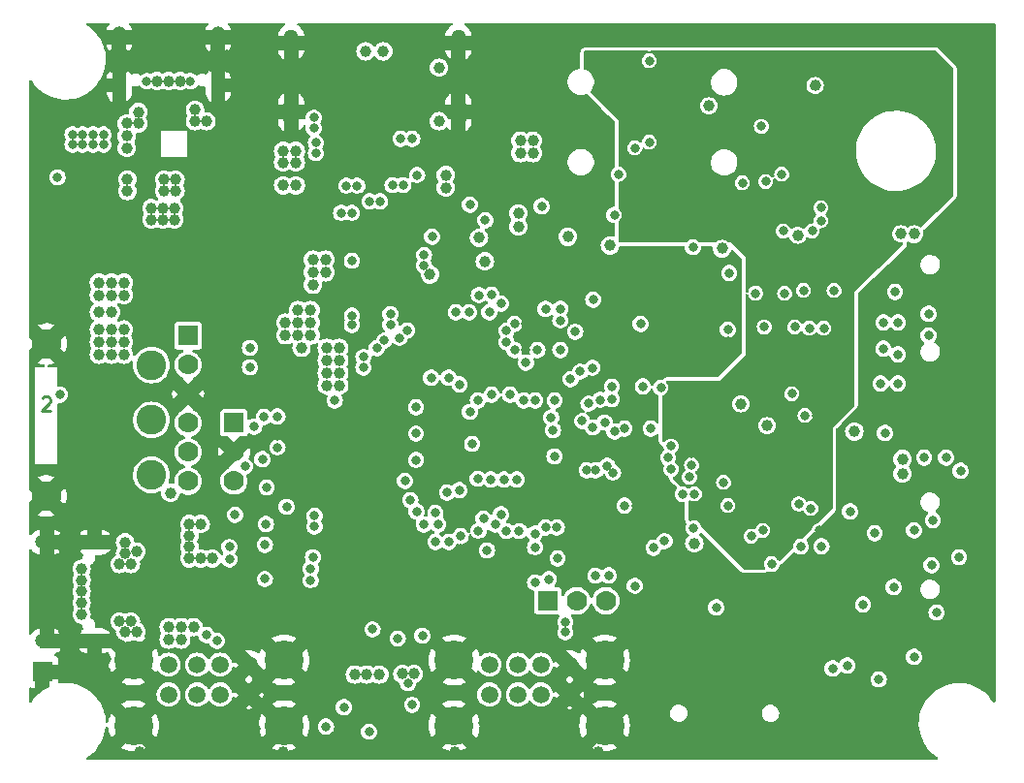
<source format=gbr>
%TF.GenerationSoftware,KiCad,Pcbnew,7.0.9-7.0.9~ubuntu22.04.1*%
%TF.CreationDate,2025-04-18T14:33:25+03:00*%
%TF.ProjectId,RP2350pc_Rev_A,52503233-3530-4706-935f-5265765f412e,A*%
%TF.SameCoordinates,PX68e7780PY7735940*%
%TF.FileFunction,Copper,L2,Inr*%
%TF.FilePolarity,Positive*%
%FSLAX46Y46*%
G04 Gerber Fmt 4.6, Leading zero omitted, Abs format (unit mm)*
G04 Created by KiCad (PCBNEW 7.0.9-7.0.9~ubuntu22.04.1) date 2025-04-18 14:33:25*
%MOMM*%
%LPD*%
G01*
G04 APERTURE LIST*
%ADD10C,0.254000*%
%TA.AperFunction,NonConductor*%
%ADD11C,0.254000*%
%TD*%
%TA.AperFunction,ComponentPad*%
%ADD12R,1.778000X1.778000*%
%TD*%
%TA.AperFunction,ComponentPad*%
%ADD13C,1.778000*%
%TD*%
%TA.AperFunction,ComponentPad*%
%ADD14O,1.300000X2.300000*%
%TD*%
%TA.AperFunction,ComponentPad*%
%ADD15O,1.300000X2.700000*%
%TD*%
%TA.AperFunction,ComponentPad*%
%ADD16C,3.400000*%
%TD*%
%TA.AperFunction,ComponentPad*%
%ADD17C,1.500000*%
%TD*%
%TA.AperFunction,ComponentPad*%
%ADD18O,2.200000X1.200000*%
%TD*%
%TA.AperFunction,ComponentPad*%
%ADD19O,2.000000X1.300000*%
%TD*%
%TA.AperFunction,ComponentPad*%
%ADD20C,2.600000*%
%TD*%
%TA.AperFunction,ComponentPad*%
%ADD21O,1.200000X2.200000*%
%TD*%
%TA.AperFunction,ComponentPad*%
%ADD22O,1.300000X2.000000*%
%TD*%
%TA.AperFunction,HeatsinkPad*%
%ADD23R,1.400000X1.400000*%
%TD*%
%TA.AperFunction,HeatsinkPad*%
%ADD24C,1.000000*%
%TD*%
%TA.AperFunction,HeatsinkPad*%
%ADD25C,1.800000*%
%TD*%
%TA.AperFunction,ViaPad*%
%ADD26C,1.000000*%
%TD*%
%TA.AperFunction,ViaPad*%
%ADD27C,0.800000*%
%TD*%
G04 APERTURE END LIST*
D10*
D11*
X1459009Y31917680D02*
X1519485Y31978156D01*
X1519485Y31978156D02*
X1640438Y32038632D01*
X1640438Y32038632D02*
X1942819Y32038632D01*
X1942819Y32038632D02*
X2063771Y31978156D01*
X2063771Y31978156D02*
X2124247Y31917680D01*
X2124247Y31917680D02*
X2184724Y31796728D01*
X2184724Y31796728D02*
X2184724Y31675775D01*
X2184724Y31675775D02*
X2124247Y31494347D01*
X2124247Y31494347D02*
X1398533Y30768632D01*
X1398533Y30768632D02*
X2184724Y30768632D01*
D12*
%TO.N,/SWCLK*%
%TO.C,SWD1*%
X18200000Y29740000D03*
D13*
%TO.N,GND*%
X18200000Y27200000D03*
%TO.N,/SWDIO*%
X18200000Y24660000D03*
%TD*%
D14*
%TO.N,GND*%
%TO.C,DVI1*%
X23200000Y62950000D03*
D15*
X23200000Y56900000D03*
D14*
X37800000Y62950000D03*
D15*
X37800000Y56900000D03*
%TD*%
D16*
%TO.N,GND*%
%TO.C,USB_HOST1-2*%
X9430000Y9000000D03*
X9430000Y3300000D03*
X22570000Y9000000D03*
X22570000Y3300000D03*
D17*
%TO.N,/+5V_USB_HOST*%
X12500000Y8620000D03*
%TO.N,/USB_D1-*%
X15000000Y8620000D03*
%TO.N,/USB_D1+*%
X17000000Y8620000D03*
%TO.N,GND*%
X19500000Y8620000D03*
%TO.N,/+5V_USB_HOST*%
X12500000Y6000000D03*
%TO.N,/USB_D2-*%
X15000000Y6000000D03*
%TO.N,/USB_D2+*%
X17000000Y6000000D03*
%TO.N,GND*%
X19500000Y6000000D03*
%TD*%
D16*
%TO.N,GND*%
%TO.C,USB_HOST3-4*%
X37430000Y9000000D03*
X37430000Y3300000D03*
X50570000Y9000000D03*
X50570000Y3300000D03*
D17*
%TO.N,/+5V_USB_HOST*%
X40500000Y8620000D03*
%TO.N,/USB_D3-*%
X43000000Y8620000D03*
%TO.N,/USB_D3+*%
X45000000Y8620000D03*
%TO.N,GND*%
X47500000Y8620000D03*
%TO.N,/+5V_USB_HOST*%
X40500000Y6000000D03*
%TO.N,/USB_D4-*%
X43000000Y6000000D03*
%TO.N,/USB_D4+*%
X45000000Y6000000D03*
%TO.N,GND*%
X47500000Y6000000D03*
%TD*%
D12*
%TO.N,+5VA*%
%TO.C,POT1*%
X45600000Y14200000D03*
D13*
%TO.N,/AMP-VOL*%
X48140000Y14200000D03*
%TO.N,GNDA*%
X50680000Y14200000D03*
%TD*%
D12*
%TO.N,GND*%
%TO.C,GND1*%
X1500000Y8000000D03*
%TD*%
%TO.N,+5V*%
%TO.C,EXT1*%
X14200000Y37350000D03*
D13*
%TO.N,+3.3V*%
X14200000Y34810000D03*
%TO.N,GND*%
X14200000Y32270000D03*
%TO.N,/ADC_VREF*%
X14200000Y29730000D03*
%TO.N,/GPIO40\u005CADC0*%
X14200000Y27190000D03*
%TO.N,/GPIO41\u005CADC1\u005CSD_CD#*%
X14200000Y24650000D03*
%TD*%
D18*
%TO.N,GND*%
%TO.C,USB-PGM1*%
X6030000Y10680000D03*
X6030000Y19320000D03*
D19*
X1850000Y10680000D03*
X1850000Y19320000D03*
%TD*%
D20*
%TO.N,GND*%
%TO.C,PWR_ON/OFF1*%
X1800000Y23350000D03*
X1800000Y36650000D03*
%TO.N,/DCDC_VIN*%
X11000000Y25200000D03*
%TO.N,/PWR_SW*%
X11000000Y30000000D03*
X11000000Y34800000D03*
%TD*%
D21*
%TO.N,GND*%
%TO.C,USB-PWR1*%
X8180000Y59220000D03*
X16820000Y59220000D03*
D22*
X8180000Y63400000D03*
X16820000Y63400000D03*
%TD*%
D23*
%TO.N,GNDA*%
%TO.C,U8*%
X64100000Y23300000D03*
%TD*%
D24*
%TO.N,GND*%
%TO.C,U3*%
X43700000Y27300000D03*
X43700000Y29700000D03*
D25*
X42500000Y28500000D03*
D24*
X41300000Y27300000D03*
X41230000Y29700000D03*
%TD*%
D26*
%TO.N,GND*%
X78976000Y45244000D03*
X68943000Y59214000D03*
X59672000Y57436000D03*
X48496000Y55531000D03*
X42146000Y63786000D03*
X29319000Y64040000D03*
X1125000Y56928000D03*
X48115000Y63786000D03*
X60688000Y63532000D03*
X72880000Y63659000D03*
X80627000Y63659000D03*
X83675000Y59595000D03*
X66911000Y11335000D03*
X76563000Y12478000D03*
X82913000Y10700000D03*
X78087000Y11589000D03*
X75674000Y8541000D03*
D27*
X54846000Y13113000D03*
X69324000Y20352000D03*
D26*
X1000000Y21000000D03*
X3400000Y22200000D03*
X28000000Y57700000D03*
X4400000Y19800000D03*
X31000000Y57700000D03*
D27*
X17000000Y15200000D03*
X31700000Y4965000D03*
D26*
X42500000Y1000000D03*
X65000000Y1000000D03*
X47500000Y1000000D03*
D27*
X21300000Y47150000D03*
D26*
X7500000Y1000000D03*
D27*
X22300000Y48300000D03*
D26*
X17600000Y60850000D03*
X5800000Y7900000D03*
X24100000Y34500000D03*
D27*
X11800000Y17900000D03*
X23400000Y25700000D03*
X24100000Y33500000D03*
D26*
X1000000Y16150000D03*
X5600000Y21000000D03*
D27*
X22500000Y25700000D03*
D26*
X7000000Y7900000D03*
D27*
X61323000Y36862000D03*
X31800000Y26500000D03*
X21300000Y46300000D03*
D26*
X1000000Y13900000D03*
X10000000Y60850000D03*
X3400000Y11500000D03*
D27*
X59799000Y16542000D03*
X43700000Y38400000D03*
X27000000Y26400000D03*
D26*
X25000000Y33500000D03*
D27*
X12754011Y57000000D03*
X25000000Y900000D03*
D26*
X16400000Y60850000D03*
X9500000Y6000000D03*
X70000000Y3000000D03*
X2200000Y13900000D03*
X4600000Y7900000D03*
X67500000Y1000000D03*
X54084000Y40037000D03*
X4400000Y10300000D03*
X3400000Y18650000D03*
X62500000Y1000000D03*
X67500000Y3000000D03*
D27*
X11300000Y12700000D03*
D26*
X35000000Y1000000D03*
X2600000Y42350000D03*
X65000000Y3000000D03*
D27*
X43700000Y36100000D03*
X17800000Y10400000D03*
D26*
X6700000Y21000000D03*
X1400000Y38800000D03*
D27*
X24500000Y46300000D03*
D26*
X60000000Y3000000D03*
X2600000Y45650000D03*
X7550000Y60850000D03*
D27*
X32500000Y31700000D03*
X37000000Y11700000D03*
X58750000Y16361010D03*
X11300000Y14300000D03*
D26*
X5600000Y22200000D03*
X3400000Y21000000D03*
D27*
X30798586Y4965000D03*
X53322000Y22511000D03*
D26*
X83675000Y25305000D03*
X40000000Y1000000D03*
X15150000Y60850000D03*
D27*
X37015996Y15115996D03*
D26*
X1400000Y46800000D03*
X8800000Y61850000D03*
X1000000Y12650000D03*
X1400000Y45650000D03*
X55000000Y1000000D03*
X45000000Y3500000D03*
X22500000Y1000000D03*
D27*
X31700000Y4000000D03*
X43700000Y37300000D03*
D26*
X2200000Y12650000D03*
D27*
X32700000Y21500000D03*
D26*
X7550000Y61850000D03*
D27*
X11900008Y57000000D03*
D26*
X47500000Y3500000D03*
D27*
X32700000Y20300000D03*
D26*
X55000000Y3000000D03*
X1400000Y41200000D03*
X4500000Y21000000D03*
X16400000Y61850000D03*
D27*
X32000000Y22400000D03*
D26*
X74500000Y1000000D03*
X39350000Y15100000D03*
X18400000Y32400000D03*
X2200000Y15000000D03*
X3400000Y9100000D03*
X7000000Y9100000D03*
D27*
X12100000Y15000000D03*
D26*
X1400000Y44550000D03*
X1400000Y40000000D03*
X60000000Y1000000D03*
D27*
X23650000Y46300000D03*
D26*
X17500000Y33000000D03*
X1000000Y15000000D03*
X70000000Y1000000D03*
X8800000Y60850000D03*
D27*
X15000000Y46600000D03*
D26*
X1400000Y42350000D03*
D27*
X30000000Y900000D03*
D26*
X1400000Y50400000D03*
D27*
X27500000Y900000D03*
D26*
X34200000Y48900000D03*
X3400000Y7900000D03*
X12500000Y1000000D03*
X50000000Y1000000D03*
D27*
X32700000Y19100000D03*
D26*
X50147000Y33560000D03*
X12500000Y3000000D03*
X4600000Y9100000D03*
D27*
X50147000Y18751800D03*
D26*
X34200000Y50100000D03*
X10000000Y63000000D03*
X17500000Y34600000D03*
X1400000Y48000000D03*
X45000000Y1000000D03*
X57500000Y3000000D03*
X4400000Y18650000D03*
X3400000Y15000000D03*
X3400000Y13900000D03*
X4400000Y11500000D03*
X15150000Y61850000D03*
D27*
X27000000Y28900000D03*
D26*
X17000000Y47200000D03*
X17500000Y3000000D03*
X2600000Y43450000D03*
X15150000Y63000000D03*
D27*
X12000000Y13500000D03*
D26*
X17500000Y1000000D03*
D27*
X10900000Y17900000D03*
X22050000Y36000000D03*
X31800000Y28800000D03*
D26*
X83675000Y46006000D03*
X18400000Y33600000D03*
X57500000Y1000000D03*
D27*
X37988827Y18791073D03*
X22050000Y34200000D03*
D26*
X78000000Y1000000D03*
X2600000Y44550000D03*
X2200000Y17400000D03*
X3400000Y17400000D03*
D27*
X22050000Y35100000D03*
D26*
X32500000Y9500000D03*
D27*
X46210000Y25432000D03*
D26*
X29500000Y57700000D03*
D27*
X42550000Y18600000D03*
D26*
X3400000Y19800000D03*
X2200000Y21000000D03*
D27*
X50401000Y23273000D03*
D26*
X23200000Y33500000D03*
D27*
X28938000Y33179000D03*
D26*
X4500000Y22200000D03*
D27*
X23400000Y28600000D03*
X14100000Y46345847D03*
D26*
X37500000Y1000000D03*
D27*
X29900000Y28600000D03*
X47600000Y17900000D03*
D26*
X42500000Y3500000D03*
D27*
X14600000Y15200000D03*
D26*
X62500000Y3000000D03*
D27*
X13750000Y44000000D03*
D26*
X1400000Y49200000D03*
X1000000Y17400000D03*
D27*
X44700000Y38400000D03*
D26*
X15000000Y1000000D03*
X5800000Y9100000D03*
D27*
X32500000Y900000D03*
X60561000Y41688000D03*
D26*
X20000000Y1000000D03*
X3400000Y10300000D03*
X2200000Y16150000D03*
X3400000Y12650000D03*
D27*
X13400000Y16300000D03*
X22000000Y28600000D03*
X21300000Y48000000D03*
D26*
X10000000Y1000000D03*
D27*
X15800000Y16300000D03*
D26*
X40000000Y3500000D03*
D27*
X14600000Y16300000D03*
X53449000Y29242000D03*
D26*
X10000000Y61850000D03*
X20000000Y3000000D03*
X17600000Y61850000D03*
X3400000Y16150000D03*
X20500000Y7500000D03*
X83675000Y26575000D03*
X1400000Y43450000D03*
D27*
X14600000Y44000000D03*
D26*
X15000000Y3000000D03*
X83675000Y47276000D03*
X52500000Y1000000D03*
%TO.N,+5VA*%
X43035000Y48038000D03*
X62466000Y31401000D03*
D27*
X68054000Y30385000D03*
D26*
X60815000Y44990000D03*
D27*
X58275000Y45117000D03*
D26*
X67419000Y46133000D03*
X43035000Y46895000D03*
D27*
%TO.N,/USB_D-*%
X47141275Y12368275D03*
X25238051Y21623500D03*
%TO.N,/USB_D+*%
X25238051Y20696500D03*
X47141275Y11441275D03*
D26*
%TO.N,+3.3V*%
X31250000Y62200000D03*
D27*
X33600000Y23000002D03*
D26*
X77579000Y46260000D03*
X22700000Y38500000D03*
X23800000Y37400000D03*
X76563000Y26575000D03*
D27*
X51421364Y28988131D03*
D26*
X24900000Y37400000D03*
D27*
X34100000Y28800000D03*
X40300000Y18600000D03*
X49000000Y25600000D03*
D26*
X23800000Y39600000D03*
D27*
X49800000Y25600000D03*
D26*
X27400000Y36300000D03*
X24900000Y39600000D03*
D27*
X34100000Y31100000D03*
D26*
X27400000Y33000000D03*
X76436000Y46260000D03*
D27*
X42000000Y20300000D03*
D26*
X58402000Y19209000D03*
D27*
X42700000Y38400000D03*
D26*
X27400000Y34100000D03*
X76563000Y25305000D03*
D27*
X52306000Y29242000D03*
X67673000Y18955000D03*
D26*
X35300000Y42700000D03*
X26300000Y36300000D03*
X24100000Y36300000D03*
D27*
X40684500Y40926000D03*
X38000000Y19844000D03*
X42000000Y37800000D03*
D26*
X22700000Y37400000D03*
D27*
X49562800Y40500000D03*
X40700000Y32200000D03*
D26*
X26300000Y34100000D03*
D27*
X44700000Y36100000D03*
X54846000Y18828000D03*
D26*
X26300000Y35200000D03*
X51036000Y45244000D03*
D27*
X46464000Y17900000D03*
X52306000Y22511000D03*
D26*
X27400000Y35200000D03*
D27*
X61450000Y42831000D03*
D26*
X29700000Y62200000D03*
D27*
X61323000Y37878000D03*
D26*
X26300000Y33000000D03*
D27*
X34800000Y43500000D03*
D26*
X24900000Y38500000D03*
X23800000Y38500000D03*
D27*
X46700000Y38700000D03*
X34800000Y44400000D03*
%TO.N,/+1V1*%
X46184921Y26809524D03*
X42902500Y24802500D03*
X50800000Y26000000D03*
X42000000Y36800000D03*
X42700000Y36100000D03*
X34100000Y26500000D03*
X42300000Y32200000D03*
X39000000Y27900000D03*
X43100000Y20300000D03*
X51300000Y25400000D03*
%TO.N,+5V*%
X25350000Y53300000D03*
D26*
X26189000Y42900000D03*
D27*
X17800000Y17800000D03*
X25174998Y55500000D03*
X25350000Y54200000D03*
D26*
X36700000Y50300000D03*
X25100000Y41800000D03*
X44300000Y54400000D03*
X28750000Y7750000D03*
X26189000Y44000000D03*
X36700000Y51400000D03*
X43200000Y53300000D03*
X25100000Y42900000D03*
X25100000Y44000000D03*
X30900000Y7750000D03*
X29800000Y7750000D03*
D27*
X25174998Y56400000D03*
D26*
X39600000Y45900000D03*
D27*
X17800000Y18900000D03*
D26*
X44300000Y53300000D03*
X43200000Y54400000D03*
D27*
%TO.N,/AMP-SHDN#*%
X68435000Y38005000D03*
X62593000Y50705000D03*
X54465000Y61373000D03*
%TO.N,/RUN*%
X33129000Y24670000D03*
X74500000Y7325000D03*
%TO.N,/BOOTSEL#*%
X81643000Y25559000D03*
X53703000Y38386000D03*
X77579000Y9303000D03*
X69705000Y38005000D03*
D26*
%TO.N,VBAT*%
X13100000Y50000000D03*
X12100000Y51000000D03*
D27*
X49766000Y16389600D03*
D26*
X12100000Y50000000D03*
X7500000Y40900000D03*
X23600000Y53500000D03*
X6400000Y42000000D03*
X22500000Y52500000D03*
X8600000Y42000000D03*
X22500000Y50500000D03*
X8900000Y50000000D03*
X7500000Y42000000D03*
X13100000Y51000000D03*
X23600000Y50500000D03*
X22500000Y53500000D03*
X6400000Y40900000D03*
X8600000Y40900000D03*
X8900000Y51000000D03*
X23600000Y52500000D03*
%TO.N,/+5V_USB_HOST*%
X12500000Y11900000D03*
X33900000Y7800000D03*
D27*
X33400000Y7000000D03*
D26*
X13600000Y10800000D03*
X12500000Y10800000D03*
X14700000Y11900000D03*
X13600000Y11900000D03*
X32900000Y7800000D03*
%TO.N,/DCDC_VIN*%
X6400000Y35700000D03*
X7500000Y36800000D03*
X8600000Y37900000D03*
X6400000Y36800000D03*
D27*
X19600000Y36300000D03*
D26*
X7500000Y35700000D03*
X7500000Y37900000D03*
X6400000Y37900000D03*
D27*
X19600000Y34600000D03*
D26*
X8600000Y35700000D03*
X8600000Y36800000D03*
D27*
%TO.N,/HDMI_D2+*%
X31327744Y36927744D03*
X27558571Y48092404D03*
%TO.N,/HDMI_D2-*%
X28485571Y48092404D03*
X30672256Y36272256D03*
%TO.N,/HDMI_D1+*%
X28036500Y50463501D03*
X29500000Y35490501D03*
%TO.N,/HDMI_D1-*%
X29500000Y34563501D03*
X28963500Y50463501D03*
%TO.N,/HDMI_D0+*%
X30036500Y49100000D03*
X31863501Y39236499D03*
%TO.N,/HDMI_D0-*%
X31863501Y38309499D03*
X30963500Y49100000D03*
%TO.N,/HDMI_CK+*%
X33327744Y37827744D03*
X32036500Y50500000D03*
%TO.N,/HDMI_CK-*%
X32672256Y37172256D03*
X32963500Y50500000D03*
%TO.N,/HSDA*%
X33773343Y54550000D03*
%TO.N,/HUB_RST#*%
X21000000Y20900000D03*
X21064000Y24099500D03*
%TO.N,/OVCUR#*%
X25100000Y18000000D03*
X34649998Y11150002D03*
%TO.N,/PWREN#*%
X30300000Y11700000D03*
X24900000Y16000000D03*
D26*
%TO.N,+5V_USB*%
X14300000Y17900000D03*
X8850000Y54800000D03*
D27*
X6800000Y54050000D03*
X4100000Y54050000D03*
D26*
X13500000Y59600000D03*
X9850000Y55900000D03*
D27*
X5000000Y54950000D03*
X5000000Y54050000D03*
D26*
X14300000Y20900000D03*
X15300000Y17900000D03*
D27*
X5900000Y54950000D03*
D26*
X14300000Y19900000D03*
D27*
X45702000Y16084800D03*
D26*
X15800000Y56100000D03*
X8850000Y55900000D03*
D27*
X6800000Y54950000D03*
D26*
X12500000Y59600000D03*
X14300000Y18900000D03*
X14800000Y56100000D03*
D27*
X4100000Y54950000D03*
D26*
X8850000Y53750000D03*
D27*
X10600000Y59600000D03*
D26*
X14800000Y57100000D03*
X9850000Y56900000D03*
X15300000Y20900000D03*
X11500000Y59600000D03*
D27*
X14400000Y59600000D03*
D26*
X7500000Y39400000D03*
X16300000Y17900000D03*
X6400000Y39400000D03*
D27*
X5900000Y54050000D03*
D26*
%TO.N,/PWR_SW*%
X11000000Y48500000D03*
X12000000Y47500000D03*
X13000000Y47500000D03*
X12000000Y48500000D03*
X11000000Y47500000D03*
X13000000Y48500000D03*
D27*
%TO.N,/AUD-L*%
X75039000Y28861000D03*
X22000000Y30300000D03*
X51798000Y51467000D03*
%TO.N,/AUD-R*%
X22000000Y27600000D03*
X66022000Y51467000D03*
X70594000Y41307000D03*
%TO.N,+3.3VA*%
X71991000Y22003000D03*
D26*
X72372000Y28988000D03*
X64752000Y29496000D03*
X47353000Y46006000D03*
D27*
%TO.N,/HSCL*%
X32750000Y54560382D03*
%TO.N,/VD33_O*%
X32500000Y10900000D03*
X18300000Y21700000D03*
X20900000Y19076705D03*
X22800000Y22400000D03*
X20900000Y16100000D03*
D26*
%TO.N,GNDA*%
X78976000Y61500000D03*
X77198000Y60357000D03*
D27*
X65345000Y32290000D03*
D26*
X49639000Y61373000D03*
X71610000Y35973000D03*
X63863000Y17431000D03*
D27*
X63609000Y28734000D03*
X66427312Y28836688D03*
X80500000Y51086000D03*
D26*
X40114000Y43847000D03*
D27*
X62212000Y21749000D03*
D26*
X59545000Y60992000D03*
X66657000Y61627000D03*
X65717200Y38182800D03*
D27*
X69705000Y22257000D03*
X38800000Y48800000D03*
D26*
X36100000Y60770000D03*
D27*
X67927000Y43974000D03*
X68943000Y51594000D03*
X54338000Y47911000D03*
X58275000Y32798000D03*
X63609000Y45879000D03*
X58148000Y27083000D03*
X62593000Y25940000D03*
X40150000Y47450000D03*
D26*
X73388000Y61627000D03*
D27*
X74023000Y43593000D03*
X69070000Y30385000D03*
D26*
X50782000Y61373000D03*
D27*
X65345000Y35465000D03*
X58275000Y31909000D03*
D26*
X36100000Y56100000D03*
D27*
X69578000Y25178000D03*
%TO.N,Net-(U8-MIC1N)*%
X53195000Y53753000D03*
X68562000Y22257000D03*
%TO.N,/AMP-VOL*%
X64244000Y55658000D03*
D26*
%TO.N,VBUS*%
X9200000Y17400000D03*
X9700000Y18500000D03*
X4900000Y15000000D03*
X8700000Y18300000D03*
X9700000Y11500000D03*
X12660627Y23616000D03*
X8700000Y11500000D03*
X4900000Y13000000D03*
X8200000Y17400000D03*
X4900000Y14000000D03*
X8200000Y12400000D03*
X8700000Y19300000D03*
X9200000Y12400000D03*
X4900000Y16000000D03*
X4900000Y17000000D03*
D27*
%TO.N,/HPWR_I2C*%
X28500000Y43900000D03*
X28500000Y38300000D03*
X28500000Y39100000D03*
%TO.N,Net-(U11-+OUTL)*%
X67165000Y38132000D03*
X66149000Y46514000D03*
%TO.N,/HCEC*%
X35500000Y46011947D03*
X34200000Y51400000D03*
%TO.N,/HHPD*%
X39577975Y40903141D03*
X35415000Y33687000D03*
%TO.N,/GPIO41\u005CADC1\u005CSD_CD#*%
X19159000Y25940000D03*
X44500000Y15800000D03*
X53200012Y15500000D03*
%TO.N,/GPIO40\u005CADC0*%
X41765000Y24797000D03*
X20683000Y26575000D03*
%TO.N,/ADC_VREF*%
X19975463Y29414781D03*
X50909000Y16415000D03*
%TO.N,Net-(U11--OUTL)*%
X64498000Y38132000D03*
X68689000Y46514000D03*
%TO.N,Net-(U11-+OUTR)*%
X66276000Y41053000D03*
X69451000Y48546000D03*
%TO.N,Net-(U11--OUTR)*%
X63736924Y41067519D03*
X69451000Y47403000D03*
%TO.N,/GPIO32\u005CI2C0_SDA*%
X37574000Y39402000D03*
X36812000Y23654000D03*
X70467000Y8287000D03*
X35796000Y19336000D03*
%TO.N,/GPIO33\u005CI2C0_SCL*%
X71737000Y8541000D03*
X37867999Y23868001D03*
X40495000Y39402000D03*
X36939000Y19336000D03*
%TO.N,/GPIO20\u005CHDMI_CEC*%
X38717000Y39402000D03*
X36939000Y33687000D03*
%TO.N,Net-(LED_HOST1-K)*%
X27800000Y4900000D03*
X15800000Y11200000D03*
%TO.N,/HUB_DRV*%
X33762000Y5100000D03*
X26238000Y3200000D03*
X24900000Y17000000D03*
%TO.N,Net-(LED_HOST2-K)*%
X16700000Y10700000D03*
X30000000Y2750000D03*
%TO.N,Net-(MICRO_SD1-CLK{slash}SCLK)*%
X60307000Y13621000D03*
X55811200Y19412200D03*
%TO.N,/GPIO2\u005CI2C1_SDA*%
X51200000Y31800000D03*
X76182000Y38513000D03*
%TO.N,/GPIO3\u005CI2C1_SCL*%
X51200002Y32900000D03*
X74912000Y38513000D03*
%TO.N,/GPIO36\u005CI2C0_SDA*%
X39553308Y20318146D03*
X81516000Y18000000D03*
%TO.N,/GPIO37\u005CI2C0_SCL*%
X74150000Y20098000D03*
X39987000Y21368000D03*
%TO.N,/QSPI_CSn*%
X47600000Y33560000D03*
X46200000Y31700000D03*
%TO.N,/GPIO22\u005CCODEC_PWR_DIS#*%
X41511000Y40164000D03*
X37900000Y33100000D03*
%TO.N,Net-(U8-DSDIN)*%
X60942000Y24543000D03*
X61323000Y22511000D03*
%TO.N,/GPIO23\u005CGPOUT1\u005CCODEC_MCLK*%
X66911000Y32290000D03*
X39500000Y31700000D03*
%TO.N,/GPIO25\u005CUser_Led*%
X3000000Y32200000D03*
X2800000Y51200000D03*
X27000000Y31700002D03*
X20810000Y30258000D03*
%TO.N,/GPIO9\u005CSPI1_CSn\u005CSD_DAT0*%
X44500000Y31700000D03*
X58351200Y20580600D03*
X69500000Y18955000D03*
%TO.N,/GPIO11\u005CSPI1_TX\u005CSD_CMD*%
X43699996Y35000000D03*
X80373000Y26702000D03*
X74658000Y33179000D03*
X65133000Y17431000D03*
%TO.N,/GPIO10\u005CSPI1_SCK\u005CSD_CLK*%
X56116000Y26702000D03*
X43500000Y31700000D03*
%TO.N,/GPIO24\u005CSPI1_RX\u005CSD_DAT0*%
X38800000Y30700000D03*
X56398000Y25686000D03*
%TO.N,/GPIO5\u005CSPI0_CSn(CS#)*%
X46700000Y36100000D03*
X76182000Y33179000D03*
%TO.N,/GPIO45\u005CSPI1_CSn*%
X44482800Y18878800D03*
X79547500Y13176500D03*
%TO.N,/GPIO31\u005CSPI1_TX\u005CCODEC_DSDIN*%
X57386000Y23527000D03*
X36050000Y20860000D03*
%TO.N,/GPIO29\u005CSPI1_CSn\u005CCODEC_LRCK*%
X34780000Y20860000D03*
X58402000Y23527000D03*
%TO.N,/GPIO28\u005CSPI1_RX\u005CCODEC_ASDOUT*%
X34145000Y22003000D03*
X57970200Y25000200D03*
%TO.N,/GPIO30\u005CSPI1_SCK\u005CCODEC_SCLK*%
X35796000Y21876000D03*
X58148000Y26067000D03*
%TO.N,/GPIO34\u005CPWM9_A\u005CAMP_VOL*%
X51417000Y47911000D03*
X39479000Y24847800D03*
%TO.N,/GPIO35\u005CAMP_SHDN*%
X56370000Y27718000D03*
X40622000Y24797000D03*
%TO.N,/QSPI_SD1*%
X45905025Y30205025D03*
X48445200Y34220400D03*
%TO.N,/QSPI_SD2*%
X49512000Y34554500D03*
X46057600Y29089600D03*
%TO.N,/QSPI_SD0*%
X55481000Y32798000D03*
X48600000Y29902400D03*
%TO.N,/QSPI_CLK*%
X49537400Y29343600D03*
X54592000Y29242000D03*
%TO.N,/QSPI_SD3*%
X50578800Y29775400D03*
X53900000Y32925000D03*
%TO.N,/GPIO4\u005CSPI0_RX(MISO)*%
X48000000Y37700000D03*
X74912000Y36227000D03*
%TO.N,/GPIO6\u005CSPI0_SCK(SCK)*%
X46700004Y39700000D03*
X76182000Y35719000D03*
%TO.N,/GPIO7\u005CSPI0_TX(MOSI)*%
X78849000Y37370000D03*
X45399996Y39700000D03*
%TO.N,/GPIO38\u005CUART1_TX*%
X41003000Y20860000D03*
X77579000Y20352000D03*
%TO.N,/GPIO39\u005CUART1_RX*%
X79230000Y21241000D03*
X41511000Y21749000D03*
%TO.N,/GPIO42\u005CSPI1_SCK*%
X44482800Y20072600D03*
X73134000Y13875000D03*
%TO.N,/GPIO43\u005CSPI1_TX*%
X79100006Y17300000D03*
X45400000Y20600000D03*
%TO.N,/GPIO44\u005CSPI1_RX*%
X75801000Y15399000D03*
X46400000Y20600000D03*
%TO.N,/GPIO0\u005CUART0_TX*%
X75928000Y41180000D03*
X49156400Y31426400D03*
%TO.N,/GPIO1\u005CUART0_RX*%
X50147000Y31754000D03*
X78849000Y39275000D03*
%TO.N,Net-(U8-MIC1P{slash}DMIC_SDA)*%
X45067000Y48673000D03*
X67516313Y22650723D03*
%TO.N,Net-(U8-OUTP)*%
X63355000Y19844000D03*
X78468000Y26702000D03*
X54465000Y54261000D03*
%TO.N,Net-(U8-OUTN)*%
X64371000Y20352000D03*
X67927000Y41307000D03*
X64625000Y50832000D03*
%TD*%
%TA.AperFunction,Conductor*%
%TO.N,GND*%
G36*
X59757370Y57873392D02*
G01*
X59784867Y57867116D01*
X59852554Y57843431D01*
X59877965Y57831194D01*
X59938689Y57793038D01*
X59960747Y57775447D01*
X60011442Y57724752D01*
X60029034Y57702693D01*
X60067189Y57641970D01*
X60079431Y57616550D01*
X60103112Y57548875D01*
X60109391Y57521367D01*
X60117420Y57450109D01*
X60117420Y57421893D01*
X60109391Y57350635D01*
X60103113Y57323131D01*
X60079430Y57255448D01*
X60067189Y57230028D01*
X60029038Y57169312D01*
X60011446Y57147254D01*
X59960746Y57096554D01*
X59938688Y57078962D01*
X59927276Y57071792D01*
X59877969Y57040810D01*
X59852552Y57028570D01*
X59784871Y57004887D01*
X59757365Y56998609D01*
X59686107Y56990580D01*
X59657891Y56990580D01*
X59586633Y56998609D01*
X59559126Y57004888D01*
X59537726Y57012376D01*
X59491447Y57028570D01*
X59466027Y57040812D01*
X59405313Y57078961D01*
X59383254Y57096553D01*
X59332553Y57147254D01*
X59314961Y57169313D01*
X59276810Y57230030D01*
X59264568Y57255450D01*
X59264568Y57255451D01*
X59240885Y57323133D01*
X59234609Y57350626D01*
X59226578Y57421901D01*
X59226578Y57450105D01*
X59234608Y57521374D01*
X59240884Y57548867D01*
X59264570Y57616560D01*
X59276809Y57641972D01*
X59284079Y57653541D01*
X59314963Y57702693D01*
X59332550Y57724747D01*
X59383252Y57775449D01*
X59405307Y57793037D01*
X59466027Y57831190D01*
X59491443Y57843431D01*
X59559131Y57867116D01*
X59586621Y57873391D01*
X59657899Y57881422D01*
X59686103Y57881422D01*
X59757370Y57873392D01*
G37*
%TD.AperFunction*%
%TA.AperFunction,Conductor*%
G36*
X69028370Y59651392D02*
G01*
X69055867Y59645116D01*
X69123554Y59621431D01*
X69148965Y59609194D01*
X69209689Y59571038D01*
X69231747Y59553447D01*
X69282442Y59502752D01*
X69300034Y59480693D01*
X69338189Y59419970D01*
X69350431Y59394550D01*
X69374112Y59326875D01*
X69380391Y59299367D01*
X69388420Y59228109D01*
X69388420Y59199893D01*
X69380391Y59128635D01*
X69374113Y59101131D01*
X69357788Y59054473D01*
X69350432Y59033451D01*
X69338189Y59008028D01*
X69300038Y58947312D01*
X69282446Y58925254D01*
X69231746Y58874554D01*
X69209688Y58856962D01*
X69198276Y58849792D01*
X69148969Y58818810D01*
X69123552Y58806570D01*
X69055871Y58782887D01*
X69028365Y58776609D01*
X68957107Y58768580D01*
X68928891Y58768580D01*
X68857633Y58776609D01*
X68830126Y58782888D01*
X68808726Y58790376D01*
X68762447Y58806570D01*
X68737027Y58818812D01*
X68676313Y58856961D01*
X68654254Y58874553D01*
X68603553Y58925254D01*
X68585962Y58947312D01*
X68547810Y59008029D01*
X68535569Y59033446D01*
X68511884Y59101133D01*
X68505608Y59128630D01*
X68497578Y59199898D01*
X68497578Y59228103D01*
X68505608Y59299375D01*
X68511884Y59326867D01*
X68535570Y59394560D01*
X68547809Y59419972D01*
X68585962Y59480692D01*
X68603550Y59502747D01*
X68654252Y59553449D01*
X68676307Y59571037D01*
X68737027Y59609190D01*
X68762443Y59621431D01*
X68830131Y59645116D01*
X68857621Y59651391D01*
X68928899Y59659422D01*
X68957103Y59659422D01*
X69028370Y59651392D01*
G37*
%TD.AperFunction*%
%TA.AperFunction,Conductor*%
G36*
X7257386Y64674698D02*
G01*
X7303879Y64621042D01*
X7313983Y64550768D01*
X7289816Y64492769D01*
X7191230Y64362219D01*
X7191227Y64362216D01*
X7095573Y64170116D01*
X7095571Y64170112D01*
X7057129Y64035000D01*
X7956398Y64035000D01*
X7941955Y64027641D01*
X7852359Y63938045D01*
X7794835Y63825148D01*
X7780000Y63731481D01*
X7780000Y63068519D01*
X7794835Y62974852D01*
X7852359Y62861955D01*
X7941955Y62772359D01*
X8054852Y62714835D01*
X8180000Y62695014D01*
X8305148Y62714835D01*
X8403602Y62765000D01*
X8815000Y62765000D01*
X8815000Y62081172D01*
X8880841Y62121938D01*
X8880845Y62121941D01*
X9039434Y62266513D01*
X9039436Y62266515D01*
X9168768Y62437780D01*
X9168772Y62437785D01*
X9264426Y62629885D01*
X9264428Y62629889D01*
X9302871Y62765000D01*
X15697129Y62765000D01*
X15735571Y62629889D01*
X15735573Y62629885D01*
X15831227Y62437785D01*
X15831231Y62437780D01*
X15960563Y62266515D01*
X15960565Y62266513D01*
X16119154Y62121941D01*
X16119158Y62121938D01*
X16185000Y62081172D01*
X16185000Y62765000D01*
X15697129Y62765000D01*
X9302871Y62765000D01*
X8815000Y62765000D01*
X8403602Y62765000D01*
X8418045Y62772359D01*
X8507641Y62861955D01*
X8565165Y62974852D01*
X8580000Y63068519D01*
X8580000Y63731481D01*
X8565165Y63825148D01*
X8507641Y63938045D01*
X8418045Y64027641D01*
X8403602Y64035000D01*
X9302871Y64035000D01*
X9264428Y64170112D01*
X9264426Y64170116D01*
X9168772Y64362216D01*
X9168769Y64362219D01*
X9070184Y64492769D01*
X9045095Y64559184D01*
X9059895Y64628621D01*
X9109886Y64679033D01*
X9170735Y64694700D01*
X15829265Y64694700D01*
X15897386Y64674698D01*
X15943879Y64621042D01*
X15953983Y64550768D01*
X15929816Y64492769D01*
X15831230Y64362219D01*
X15831227Y64362216D01*
X15735573Y64170116D01*
X15735571Y64170112D01*
X15697129Y64035000D01*
X16596398Y64035000D01*
X16581955Y64027641D01*
X16492359Y63938045D01*
X16434835Y63825148D01*
X16420000Y63731481D01*
X16420000Y63068519D01*
X16434835Y62974852D01*
X16492359Y62861955D01*
X16581955Y62772359D01*
X16694852Y62714835D01*
X16820000Y62695014D01*
X16945148Y62714835D01*
X17043602Y62765000D01*
X17455000Y62765000D01*
X17455000Y62081172D01*
X17520841Y62121938D01*
X17520845Y62121941D01*
X17679434Y62266513D01*
X17679436Y62266515D01*
X17716049Y62314999D01*
X22049548Y62314999D01*
X22056840Y62236312D01*
X22056840Y62236308D01*
X22115570Y62029891D01*
X22115573Y62029885D01*
X22211227Y61837785D01*
X22211231Y61837780D01*
X22340563Y61666515D01*
X22340565Y61666513D01*
X22499154Y61521941D01*
X22499158Y61521938D01*
X22565000Y61481172D01*
X22565000Y62315000D01*
X22049549Y62315000D01*
X22049548Y62314999D01*
X17716049Y62314999D01*
X17808768Y62437780D01*
X17808772Y62437785D01*
X17904426Y62629885D01*
X17904428Y62629889D01*
X17942871Y62765000D01*
X17455000Y62765000D01*
X17043602Y62765000D01*
X17058045Y62772359D01*
X17147641Y62861955D01*
X17205165Y62974852D01*
X17220000Y63068519D01*
X17220000Y63731481D01*
X17205165Y63825148D01*
X17147641Y63938045D01*
X17058045Y64027641D01*
X17043602Y64035000D01*
X17942871Y64035000D01*
X17904428Y64170112D01*
X17904426Y64170116D01*
X17808772Y64362216D01*
X17808769Y64362219D01*
X17710184Y64492769D01*
X17685095Y64559184D01*
X17699895Y64628621D01*
X17749886Y64679033D01*
X17810735Y64694700D01*
X22567702Y64694700D01*
X22635823Y64674698D01*
X22682316Y64621042D01*
X22692420Y64550768D01*
X22662926Y64486188D01*
X22634032Y64461572D01*
X22499156Y64378062D01*
X22340562Y64233484D01*
X22211231Y64062221D01*
X22211227Y64062216D01*
X22115573Y63870116D01*
X22115570Y63870110D01*
X22056840Y63663693D01*
X22056840Y63663689D01*
X22049548Y63585002D01*
X22049549Y63585000D01*
X22819855Y63585000D01*
X22814835Y63575148D01*
X22800000Y63481481D01*
X22800000Y62418519D01*
X22814835Y62324852D01*
X22872359Y62211955D01*
X22961955Y62122359D01*
X23074852Y62064835D01*
X23200000Y62045014D01*
X23325148Y62064835D01*
X23438045Y62122359D01*
X23527641Y62211955D01*
X23580145Y62315000D01*
X23835000Y62315000D01*
X23835000Y61481172D01*
X23900841Y61521938D01*
X23900845Y61521941D01*
X24059434Y61666513D01*
X24059436Y61666515D01*
X24188768Y61837780D01*
X24188772Y61837785D01*
X24284426Y62029885D01*
X24284429Y62029891D01*
X24332829Y62200000D01*
X28889604Y62200000D01*
X28909921Y62019672D01*
X28969857Y61848383D01*
X28993995Y61809968D01*
X29066407Y61694726D01*
X29066410Y61694723D01*
X29066410Y61694722D01*
X29194721Y61566411D01*
X29194723Y61566410D01*
X29194726Y61566407D01*
X29348382Y61469858D01*
X29519670Y61409922D01*
X29519669Y61409922D01*
X29537929Y61407865D01*
X29700000Y61389604D01*
X29880330Y61409922D01*
X30051618Y61469858D01*
X30205274Y61566407D01*
X30333593Y61694726D01*
X30368313Y61749982D01*
X30421492Y61797020D01*
X30491659Y61807840D01*
X30556537Y61779007D01*
X30581687Y61749982D01*
X30616407Y61694726D01*
X30616410Y61694722D01*
X30744721Y61566411D01*
X30744723Y61566410D01*
X30744726Y61566407D01*
X30898382Y61469858D01*
X31069670Y61409922D01*
X31069669Y61409922D01*
X31087929Y61407865D01*
X31250000Y61389604D01*
X31430330Y61409922D01*
X31601618Y61469858D01*
X31755274Y61566407D01*
X31883593Y61694726D01*
X31980142Y61848382D01*
X32040078Y62019670D01*
X32060396Y62200000D01*
X32047439Y62314999D01*
X36649548Y62314999D01*
X36656840Y62236312D01*
X36656840Y62236308D01*
X36715570Y62029891D01*
X36715573Y62029885D01*
X36811227Y61837785D01*
X36811231Y61837780D01*
X36940563Y61666515D01*
X36940565Y61666513D01*
X37099154Y61521941D01*
X37099158Y61521938D01*
X37165000Y61481172D01*
X37165000Y62315000D01*
X36649549Y62315000D01*
X36649548Y62314999D01*
X32047439Y62314999D01*
X32040078Y62380330D01*
X31980142Y62551618D01*
X31883593Y62705274D01*
X31883589Y62705278D01*
X31883589Y62705279D01*
X31755278Y62833590D01*
X31755275Y62833592D01*
X31755274Y62833593D01*
X31668156Y62888334D01*
X31601617Y62930143D01*
X31430327Y62990079D01*
X31430330Y62990079D01*
X31250000Y63010396D01*
X31069671Y62990079D01*
X30898382Y62930143D01*
X30795019Y62865195D01*
X30744726Y62833593D01*
X30744724Y62833592D01*
X30744722Y62833590D01*
X30744721Y62833590D01*
X30616410Y62705279D01*
X30616405Y62705272D01*
X30581686Y62650018D01*
X30528507Y62602981D01*
X30458340Y62592161D01*
X30393462Y62620995D01*
X30368314Y62650018D01*
X30333594Y62705272D01*
X30333589Y62705279D01*
X30205278Y62833590D01*
X30205275Y62833592D01*
X30205274Y62833593D01*
X30118156Y62888334D01*
X30051617Y62930143D01*
X29880327Y62990079D01*
X29880330Y62990079D01*
X29700000Y63010396D01*
X29519671Y62990079D01*
X29348382Y62930143D01*
X29245019Y62865195D01*
X29194726Y62833593D01*
X29194724Y62833592D01*
X29194722Y62833590D01*
X29194721Y62833590D01*
X29066410Y62705279D01*
X29066410Y62705278D01*
X29066408Y62705276D01*
X29066407Y62705274D01*
X29056301Y62689190D01*
X28969857Y62551618D01*
X28909921Y62380329D01*
X28889604Y62200000D01*
X24332829Y62200000D01*
X24343159Y62236308D01*
X24343159Y62236312D01*
X24350451Y62314999D01*
X24350451Y62315000D01*
X23835000Y62315000D01*
X23580145Y62315000D01*
X23585165Y62324852D01*
X23600000Y62418519D01*
X23600000Y63481481D01*
X23585165Y63575148D01*
X23580145Y63585000D01*
X24350451Y63585000D01*
X24350451Y63585002D01*
X24343159Y63663689D01*
X24343159Y63663693D01*
X24284429Y63870110D01*
X24284426Y63870116D01*
X24188772Y64062216D01*
X24188768Y64062221D01*
X24059437Y64233484D01*
X23900843Y64378062D01*
X23765968Y64461572D01*
X23718580Y64514439D01*
X23707297Y64584534D01*
X23735701Y64649601D01*
X23794773Y64688983D01*
X23832298Y64694700D01*
X37167702Y64694700D01*
X37235823Y64674698D01*
X37282316Y64621042D01*
X37292420Y64550768D01*
X37262926Y64486188D01*
X37234032Y64461572D01*
X37099156Y64378062D01*
X36940562Y64233484D01*
X36811231Y64062221D01*
X36811227Y64062216D01*
X36715573Y63870116D01*
X36715570Y63870110D01*
X36656840Y63663693D01*
X36656840Y63663689D01*
X36649548Y63585002D01*
X36649549Y63585000D01*
X37419855Y63585000D01*
X37414835Y63575148D01*
X37400000Y63481481D01*
X37400000Y62418519D01*
X37414835Y62324852D01*
X37472359Y62211955D01*
X37561955Y62122359D01*
X37674852Y62064835D01*
X37800000Y62045014D01*
X37925148Y62064835D01*
X38038045Y62122359D01*
X38127641Y62211955D01*
X38180145Y62315000D01*
X38435000Y62315000D01*
X38435000Y61481172D01*
X38500841Y61521938D01*
X38500845Y61521941D01*
X38659434Y61666513D01*
X38659436Y61666515D01*
X38788768Y61837780D01*
X38788772Y61837785D01*
X38884426Y62029885D01*
X38884429Y62029891D01*
X38943159Y62236308D01*
X38943159Y62236312D01*
X38950451Y62314999D01*
X38950451Y62315000D01*
X38435000Y62315000D01*
X38180145Y62315000D01*
X38185165Y62324852D01*
X38200000Y62418519D01*
X38200000Y63481481D01*
X38185165Y63575148D01*
X38180145Y63585000D01*
X38950451Y63585000D01*
X38950451Y63585002D01*
X38943159Y63663689D01*
X38943159Y63663693D01*
X38884429Y63870110D01*
X38884426Y63870116D01*
X38788772Y64062216D01*
X38788768Y64062221D01*
X38659437Y64233484D01*
X38500843Y64378062D01*
X38365968Y64461572D01*
X38318580Y64514439D01*
X38307297Y64584534D01*
X38335701Y64649601D01*
X38394773Y64688983D01*
X38432298Y64694700D01*
X84568700Y64694700D01*
X84636821Y64674698D01*
X84683314Y64621042D01*
X84694700Y64568700D01*
X84694700Y5440500D01*
X84674698Y5372379D01*
X84621042Y5325886D01*
X84550768Y5315782D01*
X84486188Y5345276D01*
X84465594Y5368076D01*
X84372928Y5500000D01*
X84257231Y5664713D01*
X84155725Y5780718D01*
X84011516Y5945526D01*
X84011514Y5945528D01*
X83737344Y6198629D01*
X83548622Y6338838D01*
X83437827Y6421152D01*
X83437827Y6421153D01*
X83152754Y6589130D01*
X83116345Y6610584D01*
X82776553Y6764769D01*
X82422298Y6881963D01*
X82422297Y6881964D01*
X82422288Y6881966D01*
X82057585Y6960840D01*
X81686581Y7000500D01*
X81686569Y7000500D01*
X81406787Y7000500D01*
X81406781Y7000500D01*
X81127404Y6985611D01*
X81127386Y6985609D01*
X80759000Y6926256D01*
X80399012Y6828083D01*
X80399009Y6828082D01*
X80051515Y6692208D01*
X80051508Y6692206D01*
X80051498Y6692201D01*
X80051489Y6692197D01*
X80051486Y6692195D01*
X79720400Y6520154D01*
X79720397Y6520152D01*
X79409452Y6313880D01*
X79409445Y6313875D01*
X79122193Y6075722D01*
X79122192Y6075721D01*
X78861889Y5808394D01*
X78861887Y5808392D01*
X78631465Y5514900D01*
X78433544Y5198575D01*
X78270371Y4863014D01*
X78270370Y4863013D01*
X78143789Y4512007D01*
X78143787Y4512001D01*
X78055233Y4149532D01*
X78055229Y4149509D01*
X78005707Y3779696D01*
X78005706Y3779687D01*
X77995773Y3406690D01*
X77995773Y3406684D01*
X78025543Y3034741D01*
X78094684Y2668057D01*
X78094687Y2668048D01*
X78202400Y2310820D01*
X78202404Y2310811D01*
X78347485Y1967044D01*
X78347493Y1967027D01*
X78483093Y1722228D01*
X78528294Y1640626D01*
X78742769Y1335287D01*
X78742771Y1335285D01*
X78988483Y1054475D01*
X78988485Y1054473D01*
X79262655Y801372D01*
X79562171Y578850D01*
X79562172Y578848D01*
X79562176Y578846D01*
X79562177Y578845D01*
X79628347Y539855D01*
X79676881Y488041D01*
X79689698Y418211D01*
X79662728Y352536D01*
X79604533Y311869D01*
X79564380Y305300D01*
X5434350Y305300D01*
X5366229Y325302D01*
X5319736Y378958D01*
X5309632Y449232D01*
X5339126Y513812D01*
X5364698Y536298D01*
X5590547Y686120D01*
X5877800Y924273D01*
X6138113Y1191609D01*
X6368534Y1485101D01*
X6566454Y1801422D01*
X6729630Y2136989D01*
X6856212Y2488000D01*
X6944768Y2850476D01*
X6979611Y3110675D01*
X7008477Y3175537D01*
X7067829Y3214498D01*
X7138822Y3215185D01*
X7198917Y3177382D01*
X7229034Y3113090D01*
X7230226Y3102193D01*
X7236192Y3011184D01*
X7236193Y3011170D01*
X7292659Y2727300D01*
X7292660Y2727296D01*
X7385696Y2453226D01*
X7385700Y2453216D01*
X7484612Y2252641D01*
X7484613Y2252640D01*
X8260045Y3028072D01*
X8270864Y2970198D01*
X8351202Y2762822D01*
X8468277Y2573740D01*
X8618102Y2409390D01*
X8795575Y2275368D01*
X8994653Y2176239D01*
X9157834Y2129811D01*
X8382638Y1354615D01*
X8382639Y1354614D01*
X8583222Y1255697D01*
X8857295Y1162661D01*
X8857299Y1162660D01*
X9141169Y1106194D01*
X9141184Y1106192D01*
X9429997Y1087262D01*
X9430003Y1087262D01*
X9718815Y1106192D01*
X9718830Y1106194D01*
X10002700Y1162660D01*
X10002704Y1162661D01*
X10276774Y1255696D01*
X10477360Y1354615D01*
X9702164Y2129811D01*
X9865347Y2176239D01*
X10064425Y2275368D01*
X10241898Y2409390D01*
X10391723Y2573740D01*
X10508798Y2762822D01*
X10589136Y2970198D01*
X10599954Y3028071D01*
X11375385Y2252640D01*
X11474304Y2453226D01*
X11567339Y2727296D01*
X11567340Y2727300D01*
X11623806Y3011170D01*
X11623808Y3011185D01*
X11642738Y3299997D01*
X20357262Y3299997D01*
X20376191Y3011185D01*
X20376193Y3011170D01*
X20432659Y2727300D01*
X20432660Y2727296D01*
X20525696Y2453226D01*
X20525700Y2453216D01*
X20624612Y2252641D01*
X20624613Y2252640D01*
X21400045Y3028072D01*
X21410864Y2970198D01*
X21491202Y2762822D01*
X21608277Y2573740D01*
X21758102Y2409390D01*
X21935575Y2275368D01*
X22134653Y2176239D01*
X22297834Y2129811D01*
X21522638Y1354615D01*
X21522639Y1354614D01*
X21723222Y1255697D01*
X21997295Y1162661D01*
X21997299Y1162660D01*
X22281169Y1106194D01*
X22281184Y1106192D01*
X22569997Y1087262D01*
X22570003Y1087262D01*
X22858815Y1106192D01*
X22858830Y1106194D01*
X23142700Y1162660D01*
X23142704Y1162661D01*
X23416774Y1255696D01*
X23617360Y1354615D01*
X22842164Y2129811D01*
X23005347Y2176239D01*
X23204425Y2275368D01*
X23381898Y2409390D01*
X23531723Y2573740D01*
X23648798Y2762822D01*
X23729136Y2970198D01*
X23739954Y3028071D01*
X24515385Y2252640D01*
X24614304Y2453226D01*
X24707339Y2727296D01*
X24707340Y2727300D01*
X24763806Y3011170D01*
X24763808Y3011185D01*
X24776184Y3199997D01*
X25527520Y3199997D01*
X25548163Y3029976D01*
X25548165Y3029969D01*
X25589859Y2920032D01*
X25608901Y2869823D01*
X25706198Y2728865D01*
X25834401Y2615286D01*
X25986060Y2535690D01*
X26152361Y2494700D01*
X26152362Y2494700D01*
X26323638Y2494700D01*
X26323639Y2494700D01*
X26489940Y2535690D01*
X26641599Y2615286D01*
X26769802Y2728865D01*
X26784388Y2749997D01*
X29289520Y2749997D01*
X29310163Y2579976D01*
X29310165Y2579969D01*
X29370899Y2419828D01*
X29370901Y2419823D01*
X29468198Y2278865D01*
X29596401Y2165286D01*
X29748060Y2085690D01*
X29914361Y2044700D01*
X29914362Y2044700D01*
X30085638Y2044700D01*
X30085639Y2044700D01*
X30251940Y2085690D01*
X30403599Y2165286D01*
X30531802Y2278865D01*
X30629099Y2419823D01*
X30689835Y2579971D01*
X30700530Y2668048D01*
X30710480Y2749997D01*
X30710480Y2750004D01*
X30689836Y2920025D01*
X30689834Y2920032D01*
X30655270Y3011170D01*
X30629099Y3080177D01*
X30531802Y3221135D01*
X30442787Y3299997D01*
X35217262Y3299997D01*
X35236191Y3011185D01*
X35236193Y3011170D01*
X35292659Y2727300D01*
X35292660Y2727296D01*
X35385696Y2453226D01*
X35385700Y2453216D01*
X35484612Y2252641D01*
X35484613Y2252640D01*
X36260045Y3028072D01*
X36270864Y2970198D01*
X36351202Y2762822D01*
X36468277Y2573740D01*
X36618102Y2409390D01*
X36795575Y2275368D01*
X36994653Y2176239D01*
X37157834Y2129811D01*
X36382638Y1354615D01*
X36382639Y1354614D01*
X36583222Y1255697D01*
X36857295Y1162661D01*
X36857299Y1162660D01*
X37141169Y1106194D01*
X37141184Y1106192D01*
X37429997Y1087262D01*
X37430003Y1087262D01*
X37718815Y1106192D01*
X37718830Y1106194D01*
X38002700Y1162660D01*
X38002704Y1162661D01*
X38276774Y1255696D01*
X38477360Y1354615D01*
X37702164Y2129811D01*
X37865347Y2176239D01*
X38064425Y2275368D01*
X38241898Y2409390D01*
X38391723Y2573740D01*
X38508798Y2762822D01*
X38589136Y2970198D01*
X38599954Y3028071D01*
X39375385Y2252640D01*
X39474304Y2453226D01*
X39567339Y2727296D01*
X39567340Y2727300D01*
X39623806Y3011170D01*
X39623808Y3011185D01*
X39642738Y3299997D01*
X48357262Y3299997D01*
X48376191Y3011185D01*
X48376193Y3011170D01*
X48432659Y2727300D01*
X48432660Y2727296D01*
X48525696Y2453226D01*
X48525700Y2453216D01*
X48624612Y2252641D01*
X48624613Y2252640D01*
X49400045Y3028072D01*
X49410864Y2970198D01*
X49491202Y2762822D01*
X49608277Y2573740D01*
X49758102Y2409390D01*
X49935575Y2275368D01*
X50134653Y2176239D01*
X50297834Y2129811D01*
X49522638Y1354615D01*
X49522639Y1354614D01*
X49723222Y1255697D01*
X49997295Y1162661D01*
X49997299Y1162660D01*
X50281169Y1106194D01*
X50281184Y1106192D01*
X50569997Y1087262D01*
X50570003Y1087262D01*
X50858815Y1106192D01*
X50858830Y1106194D01*
X51142700Y1162660D01*
X51142704Y1162661D01*
X51416774Y1255696D01*
X51617360Y1354615D01*
X50842164Y2129811D01*
X51005347Y2176239D01*
X51204425Y2275368D01*
X51381898Y2409390D01*
X51531723Y2573740D01*
X51648798Y2762822D01*
X51729136Y2970198D01*
X51739954Y3028071D01*
X52515385Y2252640D01*
X52614304Y2453226D01*
X52707339Y2727296D01*
X52707340Y2727300D01*
X52763806Y3011170D01*
X52763808Y3011185D01*
X52782738Y3299997D01*
X52782738Y3300004D01*
X52763808Y3588816D01*
X52763806Y3588831D01*
X52707340Y3872701D01*
X52707339Y3872705D01*
X52614303Y4146778D01*
X52527088Y4323631D01*
X56288649Y4323631D01*
X56311383Y4194700D01*
X56319278Y4149930D01*
X56319278Y4149929D01*
X56389134Y3987985D01*
X56389136Y3987981D01*
X56494460Y3846507D01*
X56629571Y3733134D01*
X56629573Y3733133D01*
X56787189Y3653976D01*
X56958812Y3613300D01*
X56958814Y3613300D01*
X57090944Y3613300D01*
X57189373Y3624805D01*
X57222184Y3628640D01*
X57387924Y3688964D01*
X57535285Y3785885D01*
X57656322Y3914177D01*
X57744510Y4066924D01*
X57795095Y4235891D01*
X57800206Y4323631D01*
X64289649Y4323631D01*
X64312383Y4194700D01*
X64320278Y4149930D01*
X64320278Y4149929D01*
X64390134Y3987985D01*
X64390136Y3987981D01*
X64495460Y3846507D01*
X64630571Y3733134D01*
X64630573Y3733133D01*
X64788189Y3653976D01*
X64959812Y3613300D01*
X64959814Y3613300D01*
X65091944Y3613300D01*
X65190373Y3624805D01*
X65223184Y3628640D01*
X65388924Y3688964D01*
X65536285Y3785885D01*
X65657322Y3914177D01*
X65745510Y4066924D01*
X65796095Y4235891D01*
X65806351Y4411969D01*
X65775723Y4585666D01*
X65775721Y4585671D01*
X65775721Y4585672D01*
X65705865Y4747616D01*
X65705863Y4747620D01*
X65600539Y4889094D01*
X65465428Y5002467D01*
X65307811Y5081624D01*
X65244817Y5096554D01*
X65136188Y5122300D01*
X65004059Y5122300D01*
X65004056Y5122300D01*
X64872816Y5106961D01*
X64872814Y5106960D01*
X64707080Y5046638D01*
X64707073Y5046635D01*
X64559714Y4949715D01*
X64438679Y4821425D01*
X64438676Y4821421D01*
X64350492Y4668682D01*
X64350490Y4668676D01*
X64304569Y4515286D01*
X64299905Y4499708D01*
X64290134Y4331953D01*
X64289649Y4323631D01*
X57800206Y4323631D01*
X57805351Y4411969D01*
X57774723Y4585666D01*
X57774721Y4585671D01*
X57774721Y4585672D01*
X57704865Y4747616D01*
X57704863Y4747620D01*
X57599539Y4889094D01*
X57464428Y5002467D01*
X57306811Y5081624D01*
X57243817Y5096554D01*
X57135188Y5122300D01*
X57003059Y5122300D01*
X57003056Y5122300D01*
X56871816Y5106961D01*
X56871814Y5106960D01*
X56706080Y5046638D01*
X56706073Y5046635D01*
X56558714Y4949715D01*
X56437679Y4821425D01*
X56437676Y4821421D01*
X56349492Y4668682D01*
X56349490Y4668676D01*
X56303569Y4515286D01*
X56298905Y4499708D01*
X56289134Y4331953D01*
X56288649Y4323631D01*
X52527088Y4323631D01*
X52515386Y4347361D01*
X52515385Y4347362D01*
X51739953Y3571931D01*
X51729136Y3629802D01*
X51648798Y3837178D01*
X51531723Y4026260D01*
X51381898Y4190610D01*
X51204425Y4324632D01*
X51005347Y4423761D01*
X50842164Y4470190D01*
X51617360Y5245387D01*
X51617359Y5245388D01*
X51416784Y5344300D01*
X51416774Y5344304D01*
X51142704Y5437340D01*
X51142700Y5437341D01*
X50858830Y5493807D01*
X50858815Y5493809D01*
X50570003Y5512738D01*
X50569997Y5512738D01*
X50281184Y5493809D01*
X50281169Y5493807D01*
X49997299Y5437341D01*
X49997295Y5437340D01*
X49723225Y5344304D01*
X49723215Y5344300D01*
X49522638Y5245387D01*
X50297835Y4470190D01*
X50134653Y4423761D01*
X49935575Y4324632D01*
X49758102Y4190610D01*
X49608277Y4026260D01*
X49491202Y3837178D01*
X49410864Y3629802D01*
X49400045Y3571930D01*
X48624613Y4347362D01*
X48525700Y4146785D01*
X48525696Y4146775D01*
X48432660Y3872705D01*
X48432659Y3872701D01*
X48376193Y3588831D01*
X48376191Y3588816D01*
X48357262Y3300004D01*
X48357262Y3299997D01*
X39642738Y3299997D01*
X39642738Y3300004D01*
X39623808Y3588816D01*
X39623806Y3588831D01*
X39567340Y3872701D01*
X39567339Y3872705D01*
X39474303Y4146778D01*
X39375386Y4347361D01*
X39375385Y4347362D01*
X38599953Y3571931D01*
X38589136Y3629802D01*
X38508798Y3837178D01*
X38391723Y4026260D01*
X38241898Y4190610D01*
X38064425Y4324632D01*
X37865347Y4423761D01*
X37702164Y4470190D01*
X38015048Y4783074D01*
X47181096Y4783074D01*
X47280716Y4756381D01*
X47500000Y4737196D01*
X47719282Y4756381D01*
X47818902Y4783074D01*
X47496474Y5105502D01*
X47483083Y5096554D01*
X47479998Y5086046D01*
X47463095Y5065072D01*
X47181096Y4783074D01*
X38015048Y4783074D01*
X38477360Y5245387D01*
X38477359Y5245388D01*
X38276784Y5344300D01*
X38276774Y5344304D01*
X38002704Y5437340D01*
X38002700Y5437341D01*
X37718830Y5493807D01*
X37718815Y5493809D01*
X37430003Y5512738D01*
X37429997Y5512738D01*
X37141184Y5493809D01*
X37141169Y5493807D01*
X36857299Y5437341D01*
X36857295Y5437340D01*
X36583225Y5344304D01*
X36583215Y5344300D01*
X36382638Y5245387D01*
X37157835Y4470190D01*
X36994653Y4423761D01*
X36795575Y4324632D01*
X36618102Y4190610D01*
X36468277Y4026260D01*
X36351202Y3837178D01*
X36270864Y3629802D01*
X36260045Y3571930D01*
X35484613Y4347362D01*
X35385700Y4146785D01*
X35385696Y4146775D01*
X35292660Y3872705D01*
X35292659Y3872701D01*
X35236193Y3588831D01*
X35236191Y3588816D01*
X35217262Y3300004D01*
X35217262Y3299997D01*
X30442787Y3299997D01*
X30442781Y3300002D01*
X30403598Y3334715D01*
X30251939Y3414311D01*
X30085640Y3455300D01*
X30085639Y3455300D01*
X29914361Y3455300D01*
X29914359Y3455300D01*
X29748060Y3414311D01*
X29596402Y3334715D01*
X29596401Y3334715D01*
X29468198Y3221136D01*
X29370903Y3080181D01*
X29370899Y3080173D01*
X29310165Y2920032D01*
X29310163Y2920025D01*
X29289520Y2750004D01*
X29289520Y2749997D01*
X26784388Y2749997D01*
X26867099Y2869823D01*
X26927835Y3029971D01*
X26928414Y3034735D01*
X26948480Y3199997D01*
X26948480Y3200004D01*
X26927836Y3370025D01*
X26927834Y3370032D01*
X26895496Y3455300D01*
X26867099Y3530177D01*
X26769802Y3671135D01*
X26749678Y3688964D01*
X26641598Y3784715D01*
X26489939Y3864311D01*
X26323640Y3905300D01*
X26323639Y3905300D01*
X26152361Y3905300D01*
X26152359Y3905300D01*
X25986060Y3864311D01*
X25834402Y3784715D01*
X25834401Y3784715D01*
X25706198Y3671136D01*
X25608903Y3530181D01*
X25608899Y3530173D01*
X25548165Y3370032D01*
X25548163Y3370025D01*
X25527520Y3200004D01*
X25527520Y3199997D01*
X24776184Y3199997D01*
X24782738Y3299997D01*
X24782738Y3300004D01*
X24763808Y3588816D01*
X24763806Y3588831D01*
X24707340Y3872701D01*
X24707339Y3872705D01*
X24614303Y4146778D01*
X24515386Y4347361D01*
X24515385Y4347362D01*
X23739953Y3571931D01*
X23729136Y3629802D01*
X23648798Y3837178D01*
X23531723Y4026260D01*
X23381898Y4190610D01*
X23204425Y4324632D01*
X23005347Y4423761D01*
X22842164Y4470190D01*
X23271970Y4899997D01*
X27089520Y4899997D01*
X27110163Y4729976D01*
X27110165Y4729969D01*
X27170899Y4569828D01*
X27170901Y4569823D01*
X27268198Y4428865D01*
X27396401Y4315286D01*
X27548060Y4235690D01*
X27714361Y4194700D01*
X27714362Y4194700D01*
X27885638Y4194700D01*
X27885639Y4194700D01*
X28051940Y4235690D01*
X28203599Y4315286D01*
X28331802Y4428865D01*
X28429099Y4569823D01*
X28489835Y4729971D01*
X28490713Y4737196D01*
X28510480Y4899997D01*
X28510480Y4900004D01*
X28489836Y5070025D01*
X28489834Y5070032D01*
X28478470Y5099997D01*
X33051520Y5099997D01*
X33072163Y4929976D01*
X33072165Y4929969D01*
X33132899Y4769828D01*
X33132901Y4769823D01*
X33230198Y4628865D01*
X33358401Y4515286D01*
X33510060Y4435690D01*
X33676361Y4394700D01*
X33676362Y4394700D01*
X33847638Y4394700D01*
X33847639Y4394700D01*
X34013940Y4435690D01*
X34165599Y4515286D01*
X34293802Y4628865D01*
X34391099Y4769823D01*
X34451835Y4929971D01*
X34453004Y4939594D01*
X34472480Y5099997D01*
X34472480Y5100004D01*
X34451836Y5270025D01*
X34451834Y5270032D01*
X34423666Y5344304D01*
X34391099Y5430177D01*
X34293802Y5571135D01*
X34165599Y5684714D01*
X34165598Y5684715D01*
X34013939Y5764311D01*
X33847640Y5805300D01*
X33847639Y5805300D01*
X33676361Y5805300D01*
X33676359Y5805300D01*
X33510060Y5764311D01*
X33358402Y5684715D01*
X33358401Y5684715D01*
X33230198Y5571136D01*
X33132903Y5430181D01*
X33132899Y5430173D01*
X33072165Y5270032D01*
X33072163Y5270025D01*
X33051520Y5100004D01*
X33051520Y5099997D01*
X28478470Y5099997D01*
X28441083Y5198578D01*
X28429099Y5230177D01*
X28331802Y5371135D01*
X28265163Y5430173D01*
X28203598Y5484715D01*
X28051939Y5564311D01*
X27885640Y5605300D01*
X27885639Y5605300D01*
X27714361Y5605300D01*
X27714359Y5605300D01*
X27548060Y5564311D01*
X27396402Y5484715D01*
X27396401Y5484715D01*
X27268198Y5371136D01*
X27170903Y5230181D01*
X27170899Y5230173D01*
X27110165Y5070032D01*
X27110163Y5070025D01*
X27089520Y4900004D01*
X27089520Y4899997D01*
X23271970Y4899997D01*
X23617360Y5245387D01*
X23617359Y5245388D01*
X23416784Y5344300D01*
X23416774Y5344304D01*
X23142704Y5437340D01*
X23142700Y5437341D01*
X22858830Y5493807D01*
X22858815Y5493809D01*
X22570003Y5512738D01*
X22569997Y5512738D01*
X22281184Y5493809D01*
X22281169Y5493807D01*
X21997299Y5437341D01*
X21997295Y5437340D01*
X21723225Y5344304D01*
X21723215Y5344300D01*
X21522638Y5245387D01*
X22297835Y4470190D01*
X22134653Y4423761D01*
X21935575Y4324632D01*
X21758102Y4190610D01*
X21608277Y4026260D01*
X21491202Y3837178D01*
X21410864Y3629802D01*
X21400045Y3571930D01*
X20624613Y4347362D01*
X20525700Y4146785D01*
X20525696Y4146775D01*
X20432660Y3872705D01*
X20432659Y3872701D01*
X20376193Y3588831D01*
X20376191Y3588816D01*
X20357262Y3300004D01*
X20357262Y3299997D01*
X11642738Y3299997D01*
X11642738Y3300004D01*
X11623808Y3588816D01*
X11623806Y3588831D01*
X11567340Y3872701D01*
X11567339Y3872705D01*
X11474303Y4146778D01*
X11375386Y4347361D01*
X11375385Y4347362D01*
X10599953Y3571931D01*
X10589136Y3629802D01*
X10508798Y3837178D01*
X10391723Y4026260D01*
X10241898Y4190610D01*
X10064425Y4324632D01*
X9865347Y4423761D01*
X9702164Y4470190D01*
X10015048Y4783074D01*
X19181096Y4783074D01*
X19280716Y4756381D01*
X19500000Y4737196D01*
X19719282Y4756381D01*
X19818902Y4783074D01*
X19496474Y5105502D01*
X19483083Y5096554D01*
X19479998Y5086046D01*
X19463095Y5065072D01*
X19181096Y4783074D01*
X10015048Y4783074D01*
X10477360Y5245387D01*
X10477359Y5245388D01*
X10276784Y5344300D01*
X10276774Y5344304D01*
X10002704Y5437340D01*
X10002700Y5437341D01*
X9718830Y5493807D01*
X9718815Y5493809D01*
X9430003Y5512738D01*
X9429997Y5512738D01*
X9141184Y5493809D01*
X9141169Y5493807D01*
X8857299Y5437341D01*
X8857295Y5437340D01*
X8583225Y5344304D01*
X8583215Y5344300D01*
X8382638Y5245387D01*
X9157835Y4470190D01*
X8994653Y4423761D01*
X8795575Y4324632D01*
X8618102Y4190610D01*
X8468277Y4026260D01*
X8351202Y3837178D01*
X8270864Y3629802D01*
X8260045Y3571930D01*
X7484613Y4347362D01*
X7385700Y4146785D01*
X7385696Y4146775D01*
X7292660Y3872705D01*
X7292659Y3872701D01*
X7247892Y3647642D01*
X7214984Y3584733D01*
X7153289Y3549601D01*
X7082394Y3553401D01*
X7024808Y3594927D01*
X6998814Y3660994D01*
X6998715Y3662171D01*
X6974456Y3965260D01*
X6962954Y4026260D01*
X6905316Y4331941D01*
X6859279Y4484621D01*
X6797599Y4689181D01*
X6797595Y4689190D01*
X6772937Y4747616D01*
X6652510Y5032967D01*
X6471706Y5359374D01*
X6257231Y5664713D01*
X6155725Y5780718D01*
X6011516Y5945526D01*
X6011514Y5945528D01*
X5952508Y6000000D01*
X11439594Y6000000D01*
X11459967Y5793133D01*
X11459969Y5793122D01*
X11520308Y5594212D01*
X11520314Y5594197D01*
X11584050Y5474957D01*
X11618305Y5410870D01*
X11750180Y5250180D01*
X11910870Y5118305D01*
X12094200Y5020313D01*
X12094204Y5020312D01*
X12094211Y5020309D01*
X12293121Y4959970D01*
X12293122Y4959970D01*
X12293125Y4959969D01*
X12293128Y4959969D01*
X12293132Y4959968D01*
X12499997Y4939594D01*
X12500000Y4939594D01*
X12500003Y4939594D01*
X12706867Y4959968D01*
X12706869Y4959969D01*
X12706875Y4959969D01*
X12746660Y4972038D01*
X12905788Y5020309D01*
X12905791Y5020311D01*
X12905800Y5020313D01*
X13089130Y5118305D01*
X13249820Y5250180D01*
X13381695Y5410870D01*
X13479687Y5594200D01*
X13483055Y5605300D01*
X13540030Y5793122D01*
X13540032Y5793133D01*
X13560406Y6000000D01*
X13939594Y6000000D01*
X13959967Y5793133D01*
X13959969Y5793122D01*
X14020308Y5594212D01*
X14020314Y5594197D01*
X14084050Y5474957D01*
X14118305Y5410870D01*
X14250180Y5250180D01*
X14410870Y5118305D01*
X14594200Y5020313D01*
X14594204Y5020312D01*
X14594211Y5020309D01*
X14793121Y4959970D01*
X14793122Y4959970D01*
X14793125Y4959969D01*
X14793128Y4959969D01*
X14793132Y4959968D01*
X14999997Y4939594D01*
X15000000Y4939594D01*
X15000003Y4939594D01*
X15206867Y4959968D01*
X15206869Y4959969D01*
X15206875Y4959969D01*
X15246660Y4972038D01*
X15405788Y5020309D01*
X15405791Y5020311D01*
X15405800Y5020313D01*
X15589130Y5118305D01*
X15749820Y5250180D01*
X15881695Y5410870D01*
X15888878Y5424310D01*
X15938629Y5474957D01*
X16007866Y5490667D01*
X16074605Y5466452D01*
X16111121Y5424311D01*
X16117712Y5411979D01*
X16118306Y5410868D01*
X16172137Y5345276D01*
X16250180Y5250180D01*
X16410870Y5118305D01*
X16594200Y5020313D01*
X16594204Y5020312D01*
X16594211Y5020309D01*
X16793121Y4959970D01*
X16793122Y4959970D01*
X16793125Y4959969D01*
X16793128Y4959969D01*
X16793132Y4959968D01*
X16999997Y4939594D01*
X17000000Y4939594D01*
X17000003Y4939594D01*
X17206867Y4959968D01*
X17206869Y4959969D01*
X17206875Y4959969D01*
X17246660Y4972038D01*
X17405788Y5020309D01*
X17405791Y5020311D01*
X17405800Y5020313D01*
X17589130Y5118305D01*
X17749820Y5250180D01*
X17881695Y5410870D01*
X17979687Y5594200D01*
X18025060Y5743776D01*
X18063974Y5803154D01*
X18128816Y5832070D01*
X18198997Y5821339D01*
X18252235Y5774369D01*
X18267341Y5739808D01*
X18283072Y5681098D01*
X18530085Y5928111D01*
X19000000Y5928111D01*
X19040507Y5790156D01*
X19118239Y5669202D01*
X19226900Y5575048D01*
X19357685Y5515320D01*
X19464237Y5500000D01*
X19535763Y5500000D01*
X19642315Y5515320D01*
X19773100Y5575048D01*
X19881761Y5669202D01*
X19959493Y5790156D01*
X20000000Y5928111D01*
X20000000Y6003526D01*
X20394498Y6003526D01*
X20716926Y5681098D01*
X20743619Y5780718D01*
X20762804Y6000000D01*
X39439594Y6000000D01*
X39459967Y5793133D01*
X39459969Y5793122D01*
X39520308Y5594212D01*
X39520314Y5594197D01*
X39584050Y5474957D01*
X39618305Y5410870D01*
X39750180Y5250180D01*
X39910870Y5118305D01*
X40094200Y5020313D01*
X40094204Y5020312D01*
X40094211Y5020309D01*
X40293121Y4959970D01*
X40293122Y4959970D01*
X40293125Y4959969D01*
X40293128Y4959969D01*
X40293132Y4959968D01*
X40499997Y4939594D01*
X40500000Y4939594D01*
X40500003Y4939594D01*
X40706867Y4959968D01*
X40706869Y4959969D01*
X40706875Y4959969D01*
X40746660Y4972038D01*
X40905788Y5020309D01*
X40905791Y5020311D01*
X40905800Y5020313D01*
X41089130Y5118305D01*
X41249820Y5250180D01*
X41381695Y5410870D01*
X41479687Y5594200D01*
X41483055Y5605300D01*
X41540030Y5793122D01*
X41540032Y5793133D01*
X41560406Y6000000D01*
X41939594Y6000000D01*
X41959967Y5793133D01*
X41959969Y5793122D01*
X42020308Y5594212D01*
X42020314Y5594197D01*
X42084050Y5474957D01*
X42118305Y5410870D01*
X42250180Y5250180D01*
X42410870Y5118305D01*
X42594200Y5020313D01*
X42594204Y5020312D01*
X42594211Y5020309D01*
X42793121Y4959970D01*
X42793122Y4959970D01*
X42793125Y4959969D01*
X42793128Y4959969D01*
X42793132Y4959968D01*
X42999997Y4939594D01*
X43000000Y4939594D01*
X43000003Y4939594D01*
X43206867Y4959968D01*
X43206869Y4959969D01*
X43206875Y4959969D01*
X43246660Y4972038D01*
X43405788Y5020309D01*
X43405791Y5020311D01*
X43405800Y5020313D01*
X43589130Y5118305D01*
X43749820Y5250180D01*
X43881695Y5410870D01*
X43888878Y5424310D01*
X43938629Y5474957D01*
X44007866Y5490667D01*
X44074605Y5466452D01*
X44111121Y5424311D01*
X44117712Y5411979D01*
X44118306Y5410868D01*
X44172137Y5345276D01*
X44250180Y5250180D01*
X44410870Y5118305D01*
X44594200Y5020313D01*
X44594204Y5020312D01*
X44594211Y5020309D01*
X44793121Y4959970D01*
X44793122Y4959970D01*
X44793125Y4959969D01*
X44793128Y4959969D01*
X44793132Y4959968D01*
X44999997Y4939594D01*
X45000000Y4939594D01*
X45000003Y4939594D01*
X45206867Y4959968D01*
X45206869Y4959969D01*
X45206875Y4959969D01*
X45246660Y4972038D01*
X45405788Y5020309D01*
X45405791Y5020311D01*
X45405800Y5020313D01*
X45589130Y5118305D01*
X45749820Y5250180D01*
X45881695Y5410870D01*
X45979687Y5594200D01*
X46025060Y5743776D01*
X46063974Y5803154D01*
X46128816Y5832070D01*
X46198997Y5821339D01*
X46252235Y5774369D01*
X46267341Y5739808D01*
X46283072Y5681098D01*
X46530085Y5928111D01*
X47000000Y5928111D01*
X47040507Y5790156D01*
X47118239Y5669202D01*
X47226900Y5575048D01*
X47357685Y5515320D01*
X47464237Y5500000D01*
X47535763Y5500000D01*
X47642315Y5515320D01*
X47773100Y5575048D01*
X47881761Y5669202D01*
X47959493Y5790156D01*
X48000000Y5928111D01*
X48000000Y6003526D01*
X48394498Y6003526D01*
X48716926Y5681098D01*
X48743619Y5780718D01*
X48762804Y6000000D01*
X48743619Y6219284D01*
X48716926Y6318904D01*
X48434928Y6036905D01*
X48406388Y6021322D01*
X48394498Y6003526D01*
X48000000Y6003526D01*
X48000000Y6071889D01*
X47959493Y6209844D01*
X47881761Y6330798D01*
X47773100Y6424952D01*
X47642315Y6484680D01*
X47535763Y6500000D01*
X47464237Y6500000D01*
X47357685Y6484680D01*
X47226900Y6424952D01*
X47118239Y6330798D01*
X47040507Y6209844D01*
X47000000Y6071889D01*
X47000000Y5928111D01*
X46530085Y5928111D01*
X46601974Y6000000D01*
X46601974Y6000001D01*
X46601973Y6000003D01*
X46283072Y6318904D01*
X46267341Y6260193D01*
X46230389Y6199570D01*
X46166529Y6168549D01*
X46096034Y6176977D01*
X46041287Y6222180D01*
X46025061Y6256224D01*
X45979687Y6405800D01*
X45881695Y6589130D01*
X45749820Y6749820D01*
X45589130Y6881695D01*
X45558575Y6898027D01*
X45405803Y6979686D01*
X45405788Y6979692D01*
X45206878Y7040031D01*
X45206867Y7040033D01*
X45000003Y7060406D01*
X44999997Y7060406D01*
X44793132Y7040033D01*
X44793121Y7040031D01*
X44594211Y6979692D01*
X44594196Y6979686D01*
X44410869Y6881695D01*
X44250180Y6749820D01*
X44118305Y6589131D01*
X44111121Y6575690D01*
X44061368Y6525043D01*
X43992132Y6509334D01*
X43925393Y6533551D01*
X43888879Y6575690D01*
X43881694Y6589131D01*
X43856839Y6619417D01*
X43749820Y6749820D01*
X43589130Y6881695D01*
X43558575Y6898027D01*
X43405803Y6979686D01*
X43405788Y6979692D01*
X43206878Y7040031D01*
X43206867Y7040033D01*
X43000003Y7060406D01*
X42999997Y7060406D01*
X42793132Y7040033D01*
X42793121Y7040031D01*
X42594211Y6979692D01*
X42594196Y6979686D01*
X42410869Y6881695D01*
X42250180Y6749820D01*
X42118305Y6589131D01*
X42020314Y6405804D01*
X42020308Y6405789D01*
X41959969Y6206879D01*
X41959967Y6206868D01*
X41939594Y6000004D01*
X41939594Y6000000D01*
X41560406Y6000000D01*
X41560406Y6000004D01*
X41540032Y6206868D01*
X41540030Y6206879D01*
X41479691Y6405789D01*
X41479688Y6405796D01*
X41479687Y6405800D01*
X41381695Y6589130D01*
X41249820Y6749820D01*
X41089130Y6881695D01*
X41058575Y6898027D01*
X40905803Y6979686D01*
X40905788Y6979692D01*
X40706878Y7040031D01*
X40706867Y7040033D01*
X40500003Y7060406D01*
X40499997Y7060406D01*
X40293132Y7040033D01*
X40293121Y7040031D01*
X40094211Y6979692D01*
X40094196Y6979686D01*
X39910869Y6881695D01*
X39750180Y6749820D01*
X39618305Y6589131D01*
X39520314Y6405804D01*
X39520308Y6405789D01*
X39459969Y6206879D01*
X39459967Y6206868D01*
X39439594Y6000004D01*
X39439594Y6000000D01*
X20762804Y6000000D01*
X20743619Y6219284D01*
X20716926Y6318904D01*
X20434928Y6036905D01*
X20406388Y6021322D01*
X20394498Y6003526D01*
X20000000Y6003526D01*
X20000000Y6071889D01*
X19959493Y6209844D01*
X19881761Y6330798D01*
X19773100Y6424952D01*
X19642315Y6484680D01*
X19535763Y6500000D01*
X19464237Y6500000D01*
X19357685Y6484680D01*
X19226900Y6424952D01*
X19118239Y6330798D01*
X19040507Y6209844D01*
X19000000Y6071889D01*
X19000000Y5928111D01*
X18530085Y5928111D01*
X18601974Y6000000D01*
X18601974Y6000001D01*
X18601973Y6000003D01*
X18283072Y6318904D01*
X18267341Y6260193D01*
X18230389Y6199570D01*
X18166529Y6168549D01*
X18096034Y6176977D01*
X18041287Y6222180D01*
X18025061Y6256224D01*
X17979687Y6405800D01*
X17881695Y6589130D01*
X17749820Y6749820D01*
X17589130Y6881695D01*
X17558575Y6898027D01*
X17405803Y6979686D01*
X17405788Y6979692D01*
X17206878Y7040031D01*
X17206867Y7040033D01*
X17000003Y7060406D01*
X16999997Y7060406D01*
X16793132Y7040033D01*
X16793121Y7040031D01*
X16594211Y6979692D01*
X16594196Y6979686D01*
X16410869Y6881695D01*
X16250180Y6749820D01*
X16118305Y6589131D01*
X16111121Y6575690D01*
X16061368Y6525043D01*
X15992132Y6509334D01*
X15925393Y6533551D01*
X15888879Y6575690D01*
X15881694Y6589131D01*
X15856839Y6619417D01*
X15749820Y6749820D01*
X15589130Y6881695D01*
X15558575Y6898027D01*
X15405803Y6979686D01*
X15405788Y6979692D01*
X15206878Y7040031D01*
X15206867Y7040033D01*
X15000003Y7060406D01*
X14999997Y7060406D01*
X14793132Y7040033D01*
X14793121Y7040031D01*
X14594211Y6979692D01*
X14594196Y6979686D01*
X14410869Y6881695D01*
X14250180Y6749820D01*
X14118305Y6589131D01*
X14020314Y6405804D01*
X14020308Y6405789D01*
X13959969Y6206879D01*
X13959967Y6206868D01*
X13939594Y6000004D01*
X13939594Y6000000D01*
X13560406Y6000000D01*
X13560406Y6000004D01*
X13540032Y6206868D01*
X13540030Y6206879D01*
X13479691Y6405789D01*
X13479688Y6405796D01*
X13479687Y6405800D01*
X13381695Y6589130D01*
X13249820Y6749820D01*
X13089130Y6881695D01*
X13058575Y6898027D01*
X12905803Y6979686D01*
X12905788Y6979692D01*
X12706878Y7040031D01*
X12706867Y7040033D01*
X12500003Y7060406D01*
X12499997Y7060406D01*
X12293132Y7040033D01*
X12293121Y7040031D01*
X12094211Y6979692D01*
X12094196Y6979686D01*
X11910869Y6881695D01*
X11750180Y6749820D01*
X11618305Y6589131D01*
X11520314Y6405804D01*
X11520308Y6405789D01*
X11459969Y6206879D01*
X11459967Y6206868D01*
X11439594Y6000004D01*
X11439594Y6000000D01*
X5952508Y6000000D01*
X5737344Y6198629D01*
X5548622Y6338838D01*
X5437827Y6421152D01*
X5437827Y6421153D01*
X5152754Y6589130D01*
X5116345Y6610584D01*
X4776553Y6764769D01*
X4422298Y6881963D01*
X4422297Y6881964D01*
X4422288Y6881966D01*
X4057585Y6960840D01*
X3686581Y7000500D01*
X3686569Y7000500D01*
X3406787Y7000500D01*
X3406781Y7000500D01*
X3127404Y6985611D01*
X3127382Y6985608D01*
X3043041Y6972020D01*
X2972606Y6980933D01*
X2918171Y7026510D01*
X2897018Y7094282D01*
X2897000Y7096416D01*
X2897000Y7365000D01*
X2135000Y7365000D01*
X2135000Y6810874D01*
X2114998Y6742753D01*
X2061342Y6696260D01*
X2054896Y6693530D01*
X2051508Y6692206D01*
X2051485Y6692195D01*
X1720400Y6520154D01*
X1720397Y6520152D01*
X1409452Y6313880D01*
X1409445Y6313875D01*
X1122193Y6075722D01*
X1122192Y6075721D01*
X861889Y5808394D01*
X861887Y5808392D01*
X631465Y5514900D01*
X538115Y5365703D01*
X485025Y5318564D01*
X414879Y5307611D01*
X349946Y5336320D01*
X310842Y5395577D01*
X305300Y5432536D01*
X305300Y6501362D01*
X325302Y6569483D01*
X378958Y6615976D01*
X449232Y6626080D01*
X475335Y6619417D01*
X501907Y6609506D01*
X562402Y6603001D01*
X562415Y6603000D01*
X865000Y6603000D01*
X865000Y7928111D01*
X1000000Y7928111D01*
X1040507Y7790156D01*
X1118239Y7669202D01*
X1226900Y7575048D01*
X1357685Y7515320D01*
X1464237Y7500000D01*
X1535763Y7500000D01*
X1642315Y7515320D01*
X1773100Y7575048D01*
X1881761Y7669202D01*
X1959493Y7790156D01*
X2000000Y7928111D01*
X2000000Y8071889D01*
X1959493Y8209844D01*
X1881761Y8330798D01*
X1773100Y8424952D01*
X1642315Y8484680D01*
X1535763Y8500000D01*
X1464237Y8500000D01*
X1357685Y8484680D01*
X1226900Y8424952D01*
X1118239Y8330798D01*
X1040507Y8209844D01*
X1000000Y8071889D01*
X1000000Y7928111D01*
X865000Y7928111D01*
X865000Y8509000D01*
X885002Y8577121D01*
X938658Y8623614D01*
X991000Y8635000D01*
X2897000Y8635000D01*
X2897000Y8937586D01*
X2896999Y8937598D01*
X2890494Y8998094D01*
X2839444Y9134965D01*
X2839444Y9134966D01*
X2751904Y9251905D01*
X2634965Y9339445D01*
X2634962Y9339446D01*
X2598728Y9352961D01*
X2541893Y9395508D01*
X2517083Y9462029D01*
X2532175Y9531403D01*
X2582378Y9581604D01*
X2608286Y9592208D01*
X2620116Y9595574D01*
X2812215Y9691228D01*
X2812220Y9691232D01*
X2983483Y9820563D01*
X3128063Y9979160D01*
X3128064Y9979161D01*
X3168830Y10045000D01*
X1341000Y10045000D01*
X1272879Y10065002D01*
X1259883Y10080000D01*
X4597040Y10080000D01*
X4688815Y9951120D01*
X4688822Y9951112D01*
X4841964Y9805091D01*
X4841965Y9805090D01*
X5019975Y9690692D01*
X5019980Y9690689D01*
X5216414Y9612048D01*
X5216420Y9612047D01*
X5424194Y9572001D01*
X5424203Y9572000D01*
X5430000Y9572000D01*
X5430000Y9576510D01*
X6630000Y9576510D01*
X6630001Y9576509D01*
X6740633Y9587073D01*
X6740648Y9587076D01*
X6943677Y9646690D01*
X7119778Y9737477D01*
X7189491Y9750914D01*
X7255403Y9724527D01*
X7296585Y9666695D01*
X7299963Y9595779D01*
X7296829Y9584985D01*
X7292661Y9572707D01*
X7292659Y9572701D01*
X7236193Y9288831D01*
X7236191Y9288816D01*
X7217262Y9000004D01*
X7217262Y8999997D01*
X7236191Y8711185D01*
X7236193Y8711170D01*
X7292659Y8427300D01*
X7292660Y8427296D01*
X7385696Y8153226D01*
X7385700Y8153216D01*
X7484612Y7952641D01*
X7484613Y7952640D01*
X8260045Y8728072D01*
X8270864Y8670198D01*
X8351202Y8462822D01*
X8468277Y8273740D01*
X8618102Y8109390D01*
X8795575Y7975368D01*
X8994653Y7876239D01*
X9157834Y7829811D01*
X8382638Y7054615D01*
X8382639Y7054614D01*
X8583222Y6955697D01*
X8857295Y6862661D01*
X8857299Y6862660D01*
X9141169Y6806194D01*
X9141184Y6806192D01*
X9429997Y6787262D01*
X9430003Y6787262D01*
X9718815Y6806192D01*
X9718830Y6806194D01*
X10002700Y6862660D01*
X10002704Y6862661D01*
X10276774Y6955696D01*
X10477360Y7054615D01*
X10315047Y7216928D01*
X19181096Y7216928D01*
X19499997Y6898027D01*
X19499999Y6898026D01*
X19500000Y6898026D01*
X19818901Y7216927D01*
X19802701Y7277388D01*
X19802701Y7342611D01*
X19818902Y7403074D01*
X19496474Y7725502D01*
X19483083Y7716554D01*
X19479998Y7706046D01*
X19463095Y7685072D01*
X19181096Y7403074D01*
X19197297Y7342611D01*
X19197297Y7277389D01*
X19181096Y7216928D01*
X10315047Y7216928D01*
X9702164Y7829811D01*
X9865347Y7876239D01*
X10064425Y7975368D01*
X10241898Y8109390D01*
X10391723Y8273740D01*
X10508798Y8462822D01*
X10589136Y8670198D01*
X10599954Y8728071D01*
X11375385Y7952640D01*
X11404231Y8011134D01*
X11452299Y8063383D01*
X11520984Y8081350D01*
X11588480Y8059331D01*
X11614636Y8035340D01*
X11652412Y7989310D01*
X11750180Y7870180D01*
X11910870Y7738305D01*
X12094200Y7640313D01*
X12094204Y7640312D01*
X12094211Y7640309D01*
X12293121Y7579970D01*
X12293122Y7579970D01*
X12293125Y7579969D01*
X12293128Y7579969D01*
X12293132Y7579968D01*
X12499997Y7559594D01*
X12500000Y7559594D01*
X12500003Y7559594D01*
X12706867Y7579968D01*
X12706869Y7579969D01*
X12706875Y7579969D01*
X12746660Y7592038D01*
X12905788Y7640309D01*
X12905791Y7640311D01*
X12905800Y7640313D01*
X13089130Y7738305D01*
X13249820Y7870180D01*
X13381695Y8030870D01*
X13479687Y8214200D01*
X13492149Y8255279D01*
X13540030Y8413122D01*
X13540032Y8413133D01*
X13560406Y8619997D01*
X13939594Y8619997D01*
X13959967Y8413133D01*
X13959969Y8413122D01*
X14020308Y8214212D01*
X14020314Y8214197D01*
X14076335Y8109390D01*
X14118305Y8030870D01*
X14250180Y7870180D01*
X14410870Y7738305D01*
X14594200Y7640313D01*
X14594204Y7640312D01*
X14594211Y7640309D01*
X14793121Y7579970D01*
X14793122Y7579970D01*
X14793125Y7579969D01*
X14793128Y7579969D01*
X14793132Y7579968D01*
X14999997Y7559594D01*
X15000000Y7559594D01*
X15000003Y7559594D01*
X15206867Y7579968D01*
X15206869Y7579969D01*
X15206875Y7579969D01*
X15246660Y7592038D01*
X15405788Y7640309D01*
X15405791Y7640311D01*
X15405800Y7640313D01*
X15589130Y7738305D01*
X15749820Y7870180D01*
X15881695Y8030870D01*
X15888878Y8044310D01*
X15938629Y8094957D01*
X16007866Y8110667D01*
X16074605Y8086452D01*
X16111121Y8044311D01*
X16115916Y8035340D01*
X16118306Y8030868D01*
X16152412Y7989310D01*
X16250180Y7870180D01*
X16410870Y7738305D01*
X16594200Y7640313D01*
X16594204Y7640312D01*
X16594211Y7640309D01*
X16793121Y7579970D01*
X16793122Y7579970D01*
X16793125Y7579969D01*
X16793128Y7579969D01*
X16793132Y7579968D01*
X16999997Y7559594D01*
X17000000Y7559594D01*
X17000003Y7559594D01*
X17206867Y7579968D01*
X17206869Y7579969D01*
X17206875Y7579969D01*
X17246660Y7592038D01*
X17405788Y7640309D01*
X17405791Y7640311D01*
X17405800Y7640313D01*
X17589130Y7738305D01*
X17749820Y7870180D01*
X17881695Y8030870D01*
X17979687Y8214200D01*
X18025060Y8363776D01*
X18063974Y8423154D01*
X18128816Y8452070D01*
X18198997Y8441339D01*
X18252235Y8394369D01*
X18267341Y8359808D01*
X18283072Y8301098D01*
X18530085Y8548111D01*
X19000000Y8548111D01*
X19040507Y8410156D01*
X19118239Y8289202D01*
X19226900Y8195048D01*
X19357685Y8135320D01*
X19464237Y8120000D01*
X19535763Y8120000D01*
X19642315Y8135320D01*
X19773100Y8195048D01*
X19881761Y8289202D01*
X19959493Y8410156D01*
X20000000Y8548111D01*
X20000000Y8691889D01*
X19959493Y8829844D01*
X19881761Y8950798D01*
X19773100Y9044952D01*
X19642315Y9104680D01*
X19535763Y9120000D01*
X19464237Y9120000D01*
X19357685Y9104680D01*
X19226900Y9044952D01*
X19118239Y8950798D01*
X19040507Y8829844D01*
X19000000Y8691889D01*
X19000000Y8548111D01*
X18530085Y8548111D01*
X18601974Y8620000D01*
X18601974Y8620001D01*
X18601973Y8620003D01*
X18283072Y8938904D01*
X18267341Y8880193D01*
X18230389Y8819570D01*
X18166529Y8788549D01*
X18096034Y8796977D01*
X18041287Y8842180D01*
X18025061Y8876224D01*
X17979687Y9025800D01*
X17881695Y9209130D01*
X17749820Y9369820D01*
X17589130Y9501695D01*
X17557191Y9518767D01*
X17405803Y9599686D01*
X17405788Y9599692D01*
X17206878Y9660031D01*
X17206867Y9660033D01*
X17000003Y9680406D01*
X16999997Y9680406D01*
X16793132Y9660033D01*
X16793121Y9660031D01*
X16594211Y9599692D01*
X16594196Y9599686D01*
X16410869Y9501695D01*
X16250180Y9369820D01*
X16118305Y9209131D01*
X16111121Y9195690D01*
X16061368Y9145043D01*
X15992132Y9129334D01*
X15925393Y9153551D01*
X15888879Y9195690D01*
X15881694Y9209131D01*
X15816298Y9288816D01*
X15749820Y9369820D01*
X15589130Y9501695D01*
X15557191Y9518767D01*
X15405803Y9599686D01*
X15405788Y9599692D01*
X15206878Y9660031D01*
X15206867Y9660033D01*
X15000003Y9680406D01*
X14999997Y9680406D01*
X14793132Y9660033D01*
X14793121Y9660031D01*
X14594211Y9599692D01*
X14594196Y9599686D01*
X14410869Y9501695D01*
X14250180Y9369820D01*
X14118305Y9209131D01*
X14020314Y9025804D01*
X14020308Y9025789D01*
X13959969Y8826879D01*
X13959967Y8826868D01*
X13939594Y8620004D01*
X13939594Y8619997D01*
X13560406Y8619997D01*
X13560406Y8620004D01*
X13540032Y8826868D01*
X13540030Y8826879D01*
X13479691Y9025789D01*
X13479688Y9025796D01*
X13479687Y9025800D01*
X13381695Y9209130D01*
X13249820Y9369820D01*
X13089130Y9501695D01*
X13057191Y9518767D01*
X12905803Y9599686D01*
X12905788Y9599692D01*
X12706878Y9660031D01*
X12706867Y9660033D01*
X12500003Y9680406D01*
X12499997Y9680406D01*
X12293132Y9660033D01*
X12293121Y9660031D01*
X12094211Y9599692D01*
X12094196Y9599686D01*
X11910870Y9501695D01*
X11790191Y9402657D01*
X11724844Y9374904D01*
X11654866Y9386886D01*
X11602474Y9434799D01*
X11586679Y9475476D01*
X11567340Y9572699D01*
X11567339Y9572705D01*
X11477647Y9836928D01*
X19181096Y9836928D01*
X19517718Y9500306D01*
X19517724Y9500302D01*
X20338493Y8679533D01*
X20338495Y8679529D01*
X20844998Y8173026D01*
X20844999Y8173026D01*
X21400045Y8728073D01*
X21410864Y8670198D01*
X21491202Y8462822D01*
X21608277Y8273740D01*
X21758102Y8109390D01*
X21935575Y7975368D01*
X22134653Y7876239D01*
X22297834Y7829811D01*
X21522638Y7054615D01*
X21522639Y7054614D01*
X21723222Y6955697D01*
X21997295Y6862661D01*
X21997299Y6862660D01*
X22281169Y6806194D01*
X22281184Y6806192D01*
X22569997Y6787262D01*
X22570003Y6787262D01*
X22858815Y6806192D01*
X22858830Y6806194D01*
X23142700Y6862660D01*
X23142704Y6862661D01*
X23416774Y6955696D01*
X23617360Y7054615D01*
X22921975Y7750000D01*
X27939604Y7750000D01*
X27959921Y7569672D01*
X28019857Y7398383D01*
X28019858Y7398382D01*
X28116407Y7244726D01*
X28116410Y7244723D01*
X28116410Y7244722D01*
X28244721Y7116411D01*
X28244723Y7116410D01*
X28244726Y7116407D01*
X28398382Y7019858D01*
X28569670Y6959922D01*
X28569669Y6959922D01*
X28587929Y6957865D01*
X28750000Y6939604D01*
X28930330Y6959922D01*
X29101618Y7019858D01*
X29207964Y7086681D01*
X29276284Y7105986D01*
X29342035Y7086681D01*
X29448382Y7019858D01*
X29619670Y6959922D01*
X29619669Y6959922D01*
X29637929Y6957865D01*
X29800000Y6939604D01*
X29980330Y6959922D01*
X30151618Y7019858D01*
X30282965Y7102390D01*
X30351284Y7121695D01*
X30417033Y7102390D01*
X30548382Y7019858D01*
X30719670Y6959922D01*
X30719669Y6959922D01*
X30737929Y6957865D01*
X30900000Y6939604D01*
X31080330Y6959922D01*
X31251618Y7019858D01*
X31405274Y7116407D01*
X31533593Y7244726D01*
X31630142Y7398382D01*
X31690078Y7569670D01*
X31710396Y7750000D01*
X31704762Y7800000D01*
X32089604Y7800000D01*
X32109921Y7619672D01*
X32169857Y7448383D01*
X32169858Y7448382D01*
X32266407Y7294726D01*
X32266410Y7294723D01*
X32266410Y7294722D01*
X32394721Y7166411D01*
X32394723Y7166410D01*
X32394726Y7166407D01*
X32548382Y7069858D01*
X32612911Y7047279D01*
X32670600Y7005903D01*
X32696375Y6943538D01*
X32710163Y6829976D01*
X32710165Y6829969D01*
X32762412Y6692206D01*
X32770901Y6669823D01*
X32868198Y6528865D01*
X32996401Y6415286D01*
X33148060Y6335690D01*
X33314361Y6294700D01*
X33314362Y6294700D01*
X33485638Y6294700D01*
X33485639Y6294700D01*
X33651940Y6335690D01*
X33803599Y6415286D01*
X33931802Y6528865D01*
X34029099Y6669823D01*
X34089835Y6829971D01*
X34089835Y6829973D01*
X34089836Y6829975D01*
X34101526Y6926256D01*
X34103624Y6943538D01*
X34131690Y7008750D01*
X34187087Y7047279D01*
X34251618Y7069858D01*
X34405274Y7166407D01*
X34533593Y7294726D01*
X34630142Y7448382D01*
X34690078Y7619670D01*
X34710396Y7800000D01*
X34690078Y7980330D01*
X34630142Y8151618D01*
X34533593Y8305274D01*
X34533589Y8305278D01*
X34533589Y8305279D01*
X34405278Y8433590D01*
X34405275Y8433592D01*
X34405274Y8433593D01*
X34318156Y8488334D01*
X34251617Y8530143D01*
X34080327Y8590079D01*
X34080330Y8590079D01*
X33900000Y8610396D01*
X33719671Y8590079D01*
X33548382Y8530143D01*
X33500411Y8500000D01*
X33467036Y8479029D01*
X33398715Y8459723D01*
X33332963Y8479029D01*
X33285265Y8509000D01*
X33251617Y8530143D01*
X33080327Y8590079D01*
X33080330Y8590079D01*
X32900000Y8610396D01*
X32719671Y8590079D01*
X32548382Y8530143D01*
X32445019Y8465195D01*
X32394726Y8433593D01*
X32394724Y8433592D01*
X32394722Y8433590D01*
X32394721Y8433590D01*
X32266410Y8305279D01*
X32266410Y8305278D01*
X32266408Y8305276D01*
X32266407Y8305274D01*
X32254927Y8287004D01*
X32169857Y8151618D01*
X32109921Y7980329D01*
X32089604Y7800000D01*
X31704762Y7800000D01*
X31690078Y7930330D01*
X31630142Y8101618D01*
X31533593Y8255274D01*
X31533589Y8255278D01*
X31533589Y8255279D01*
X31405278Y8383590D01*
X31405275Y8383592D01*
X31405274Y8383593D01*
X31296294Y8452070D01*
X31251617Y8480143D01*
X31080327Y8540079D01*
X31080330Y8540079D01*
X30900000Y8560396D01*
X30719671Y8540079D01*
X30548381Y8480142D01*
X30548379Y8480141D01*
X30417036Y8397612D01*
X30348715Y8378306D01*
X30282964Y8397612D01*
X30151620Y8480141D01*
X30151618Y8480142D01*
X30069146Y8509000D01*
X29980330Y8540078D01*
X29980329Y8540079D01*
X29980330Y8540079D01*
X29800000Y8560396D01*
X29619671Y8540079D01*
X29448381Y8480142D01*
X29448379Y8480141D01*
X29342036Y8413321D01*
X29273715Y8394015D01*
X29207964Y8413321D01*
X29101620Y8480141D01*
X29101618Y8480142D01*
X29019146Y8509000D01*
X28930330Y8540078D01*
X28930329Y8540079D01*
X28930330Y8540079D01*
X28750000Y8560396D01*
X28569671Y8540079D01*
X28398382Y8480143D01*
X28295019Y8415195D01*
X28244726Y8383593D01*
X28244724Y8383592D01*
X28244722Y8383590D01*
X28244721Y8383590D01*
X28116410Y8255279D01*
X28116410Y8255278D01*
X28116408Y8255276D01*
X28116407Y8255274D01*
X28088480Y8210828D01*
X28019857Y8101618D01*
X27959921Y7930329D01*
X27939604Y7750000D01*
X22921975Y7750000D01*
X22842164Y7829811D01*
X23005347Y7876239D01*
X23204425Y7975368D01*
X23381898Y8109390D01*
X23531723Y8273740D01*
X23648798Y8462822D01*
X23729136Y8670198D01*
X23739954Y8728071D01*
X24515385Y7952640D01*
X24614304Y8153226D01*
X24707339Y8427296D01*
X24707340Y8427300D01*
X24763806Y8711170D01*
X24763808Y8711185D01*
X24782738Y8999997D01*
X35217262Y8999997D01*
X35236191Y8711185D01*
X35236193Y8711170D01*
X35292659Y8427300D01*
X35292660Y8427296D01*
X35385696Y8153226D01*
X35385700Y8153216D01*
X35484612Y7952641D01*
X35484613Y7952640D01*
X36260045Y8728072D01*
X36270864Y8670198D01*
X36351202Y8462822D01*
X36468277Y8273740D01*
X36618102Y8109390D01*
X36795575Y7975368D01*
X36994653Y7876239D01*
X37157834Y7829811D01*
X36382638Y7054615D01*
X36382639Y7054614D01*
X36583222Y6955697D01*
X36857295Y6862661D01*
X36857299Y6862660D01*
X37141169Y6806194D01*
X37141184Y6806192D01*
X37429997Y6787262D01*
X37430003Y6787262D01*
X37718815Y6806192D01*
X37718830Y6806194D01*
X38002700Y6862660D01*
X38002704Y6862661D01*
X38276774Y6955696D01*
X38477360Y7054615D01*
X38315047Y7216928D01*
X47181096Y7216928D01*
X47499997Y6898027D01*
X47499999Y6898026D01*
X47500000Y6898026D01*
X47818901Y7216927D01*
X47802701Y7277388D01*
X47802701Y7342611D01*
X47818902Y7403074D01*
X47496474Y7725502D01*
X47483083Y7716554D01*
X47479998Y7706046D01*
X47463095Y7685072D01*
X47181096Y7403074D01*
X47197297Y7342611D01*
X47197297Y7277389D01*
X47181096Y7216928D01*
X38315047Y7216928D01*
X37702164Y7829811D01*
X37865347Y7876239D01*
X38064425Y7975368D01*
X38241898Y8109390D01*
X38391723Y8273740D01*
X38508798Y8462822D01*
X38589136Y8670198D01*
X38599954Y8728071D01*
X39375385Y7952640D01*
X39404231Y8011134D01*
X39452299Y8063383D01*
X39520984Y8081350D01*
X39588480Y8059331D01*
X39614636Y8035340D01*
X39652412Y7989310D01*
X39750180Y7870180D01*
X39910870Y7738305D01*
X40094200Y7640313D01*
X40094204Y7640312D01*
X40094211Y7640309D01*
X40293121Y7579970D01*
X40293122Y7579970D01*
X40293125Y7579969D01*
X40293128Y7579969D01*
X40293132Y7579968D01*
X40499997Y7559594D01*
X40500000Y7559594D01*
X40500003Y7559594D01*
X40706867Y7579968D01*
X40706869Y7579969D01*
X40706875Y7579969D01*
X40746660Y7592038D01*
X40905788Y7640309D01*
X40905791Y7640311D01*
X40905800Y7640313D01*
X41089130Y7738305D01*
X41249820Y7870180D01*
X41381695Y8030870D01*
X41479687Y8214200D01*
X41492149Y8255279D01*
X41540030Y8413122D01*
X41540032Y8413133D01*
X41560406Y8619997D01*
X41939594Y8619997D01*
X41959967Y8413133D01*
X41959969Y8413122D01*
X42020308Y8214212D01*
X42020314Y8214197D01*
X42076335Y8109390D01*
X42118305Y8030870D01*
X42250180Y7870180D01*
X42410870Y7738305D01*
X42594200Y7640313D01*
X42594204Y7640312D01*
X42594211Y7640309D01*
X42793121Y7579970D01*
X42793122Y7579970D01*
X42793125Y7579969D01*
X42793128Y7579969D01*
X42793132Y7579968D01*
X42999997Y7559594D01*
X43000000Y7559594D01*
X43000003Y7559594D01*
X43206867Y7579968D01*
X43206869Y7579969D01*
X43206875Y7579969D01*
X43246660Y7592038D01*
X43405788Y7640309D01*
X43405791Y7640311D01*
X43405800Y7640313D01*
X43589130Y7738305D01*
X43749820Y7870180D01*
X43881695Y8030870D01*
X43888878Y8044310D01*
X43938629Y8094957D01*
X44007866Y8110667D01*
X44074605Y8086452D01*
X44111121Y8044311D01*
X44115916Y8035340D01*
X44118306Y8030868D01*
X44152412Y7989310D01*
X44250180Y7870180D01*
X44410870Y7738305D01*
X44594200Y7640313D01*
X44594204Y7640312D01*
X44594211Y7640309D01*
X44793121Y7579970D01*
X44793122Y7579970D01*
X44793125Y7579969D01*
X44793128Y7579969D01*
X44793132Y7579968D01*
X44999997Y7559594D01*
X45000000Y7559594D01*
X45000003Y7559594D01*
X45206867Y7579968D01*
X45206869Y7579969D01*
X45206875Y7579969D01*
X45246660Y7592038D01*
X45405788Y7640309D01*
X45405791Y7640311D01*
X45405800Y7640313D01*
X45589130Y7738305D01*
X45749820Y7870180D01*
X45881695Y8030870D01*
X45979687Y8214200D01*
X46025060Y8363776D01*
X46063974Y8423154D01*
X46128816Y8452070D01*
X46198997Y8441339D01*
X46252235Y8394369D01*
X46267341Y8359808D01*
X46283072Y8301098D01*
X46530085Y8548111D01*
X47000000Y8548111D01*
X47040507Y8410156D01*
X47118239Y8289202D01*
X47226900Y8195048D01*
X47357685Y8135320D01*
X47464237Y8120000D01*
X47535763Y8120000D01*
X47642315Y8135320D01*
X47773100Y8195048D01*
X47881761Y8289202D01*
X47959493Y8410156D01*
X48000000Y8548111D01*
X48000000Y8691889D01*
X47959493Y8829844D01*
X47881761Y8950798D01*
X47773100Y9044952D01*
X47642315Y9104680D01*
X47535763Y9120000D01*
X47464237Y9120000D01*
X47357685Y9104680D01*
X47226900Y9044952D01*
X47118239Y8950798D01*
X47040507Y8829844D01*
X47000000Y8691889D01*
X47000000Y8548111D01*
X46530085Y8548111D01*
X46601974Y8620000D01*
X46601974Y8620001D01*
X46601973Y8620003D01*
X46283072Y8938904D01*
X46267341Y8880193D01*
X46230389Y8819570D01*
X46166529Y8788549D01*
X46096034Y8796977D01*
X46041287Y8842180D01*
X46025061Y8876224D01*
X45979687Y9025800D01*
X45881695Y9209130D01*
X45749820Y9369820D01*
X45589130Y9501695D01*
X45557191Y9518767D01*
X45405803Y9599686D01*
X45405788Y9599692D01*
X45206878Y9660031D01*
X45206867Y9660033D01*
X45000003Y9680406D01*
X44999997Y9680406D01*
X44793132Y9660033D01*
X44793121Y9660031D01*
X44594211Y9599692D01*
X44594196Y9599686D01*
X44410869Y9501695D01*
X44250180Y9369820D01*
X44118305Y9209131D01*
X44111121Y9195690D01*
X44061368Y9145043D01*
X43992132Y9129334D01*
X43925393Y9153551D01*
X43888879Y9195690D01*
X43881694Y9209131D01*
X43816298Y9288816D01*
X43749820Y9369820D01*
X43589130Y9501695D01*
X43557191Y9518767D01*
X43405803Y9599686D01*
X43405788Y9599692D01*
X43206878Y9660031D01*
X43206867Y9660033D01*
X43000003Y9680406D01*
X42999997Y9680406D01*
X42793132Y9660033D01*
X42793121Y9660031D01*
X42594211Y9599692D01*
X42594196Y9599686D01*
X42410869Y9501695D01*
X42250180Y9369820D01*
X42118305Y9209131D01*
X42020314Y9025804D01*
X42020308Y9025789D01*
X41959969Y8826879D01*
X41959967Y8826868D01*
X41939594Y8620004D01*
X41939594Y8619997D01*
X41560406Y8619997D01*
X41560406Y8620004D01*
X41540032Y8826868D01*
X41540030Y8826879D01*
X41479691Y9025789D01*
X41479688Y9025796D01*
X41479687Y9025800D01*
X41381695Y9209130D01*
X41249820Y9369820D01*
X41089130Y9501695D01*
X41057191Y9518767D01*
X40905803Y9599686D01*
X40905788Y9599692D01*
X40706878Y9660031D01*
X40706867Y9660033D01*
X40500003Y9680406D01*
X40499997Y9680406D01*
X40293132Y9660033D01*
X40293121Y9660031D01*
X40094211Y9599692D01*
X40094196Y9599686D01*
X39910870Y9501695D01*
X39790191Y9402657D01*
X39724844Y9374904D01*
X39654866Y9386886D01*
X39602474Y9434799D01*
X39586679Y9475476D01*
X39567340Y9572699D01*
X39567339Y9572705D01*
X39477647Y9836928D01*
X47181096Y9836928D01*
X47517718Y9500306D01*
X47517724Y9500302D01*
X48338493Y8679533D01*
X48338495Y8679529D01*
X48844998Y8173026D01*
X48844999Y8173026D01*
X49400045Y8728073D01*
X49410864Y8670198D01*
X49491202Y8462822D01*
X49608277Y8273740D01*
X49758102Y8109390D01*
X49935575Y7975368D01*
X50134653Y7876239D01*
X50297834Y7829811D01*
X49522638Y7054615D01*
X49522639Y7054614D01*
X49723222Y6955697D01*
X49997295Y6862661D01*
X49997299Y6862660D01*
X50281169Y6806194D01*
X50281184Y6806192D01*
X50569997Y6787262D01*
X50570003Y6787262D01*
X50858815Y6806192D01*
X50858830Y6806194D01*
X51142700Y6862660D01*
X51142704Y6862661D01*
X51416774Y6955696D01*
X51617360Y7054615D01*
X51346978Y7324997D01*
X73789520Y7324997D01*
X73810163Y7154976D01*
X73810165Y7154969D01*
X73870899Y6994828D01*
X73870903Y6994820D01*
X73909016Y6939604D01*
X73968198Y6853865D01*
X74096401Y6740286D01*
X74248060Y6660690D01*
X74414361Y6619700D01*
X74414362Y6619700D01*
X74585638Y6619700D01*
X74585639Y6619700D01*
X74751940Y6660690D01*
X74903599Y6740286D01*
X75031802Y6853865D01*
X75129099Y6994823D01*
X75189835Y7154971D01*
X75190584Y7161133D01*
X75210480Y7324997D01*
X75210480Y7325004D01*
X75189836Y7495025D01*
X75189834Y7495032D01*
X75157622Y7579968D01*
X75129099Y7655177D01*
X75031802Y7796135D01*
X74903599Y7909714D01*
X74903598Y7909715D01*
X74751939Y7989311D01*
X74585640Y8030300D01*
X74585639Y8030300D01*
X74414361Y8030300D01*
X74414359Y8030300D01*
X74248060Y7989311D01*
X74096402Y7909715D01*
X74096401Y7909715D01*
X73968198Y7796136D01*
X73870903Y7655181D01*
X73870899Y7655173D01*
X73810165Y7495032D01*
X73810163Y7495025D01*
X73789520Y7325004D01*
X73789520Y7324997D01*
X51346978Y7324997D01*
X50842164Y7829811D01*
X51005347Y7876239D01*
X51204425Y7975368D01*
X51381898Y8109390D01*
X51531723Y8273740D01*
X51648798Y8462822D01*
X51729136Y8670198D01*
X51739954Y8728071D01*
X52515385Y7952640D01*
X52614304Y8153226D01*
X52659714Y8286997D01*
X69756520Y8286997D01*
X69777163Y8116976D01*
X69777165Y8116969D01*
X69837899Y7956828D01*
X69837903Y7956820D01*
X69897706Y7870181D01*
X69935198Y7815865D01*
X70063401Y7702286D01*
X70215060Y7622690D01*
X70381361Y7581700D01*
X70381362Y7581700D01*
X70552638Y7581700D01*
X70552639Y7581700D01*
X70718940Y7622690D01*
X70870599Y7702286D01*
X70998802Y7815865D01*
X71096099Y7956823D01*
X71096106Y7956843D01*
X71096478Y7957548D01*
X71096900Y7957986D01*
X71100428Y7963095D01*
X71101277Y7962509D01*
X71145841Y8008575D01*
X71214956Y8024814D01*
X71281878Y8001109D01*
X71291597Y7993321D01*
X71333401Y7956286D01*
X71485060Y7876690D01*
X71651361Y7835700D01*
X71651362Y7835700D01*
X71822638Y7835700D01*
X71822639Y7835700D01*
X71988940Y7876690D01*
X72140599Y7956286D01*
X72268802Y8069865D01*
X72366099Y8210823D01*
X72426835Y8370971D01*
X72428368Y8383590D01*
X72447480Y8540997D01*
X72447480Y8541004D01*
X72426836Y8711025D01*
X72426834Y8711032D01*
X72408970Y8758136D01*
X72366099Y8871177D01*
X72268802Y9012135D01*
X72140599Y9125714D01*
X72140598Y9125715D01*
X71988939Y9205311D01*
X71822640Y9246300D01*
X71822639Y9246300D01*
X71651361Y9246300D01*
X71651359Y9246300D01*
X71485060Y9205311D01*
X71333402Y9125715D01*
X71333401Y9125715D01*
X71205198Y9012136D01*
X71107900Y8871176D01*
X71107512Y8870436D01*
X71107085Y8869996D01*
X71103572Y8864905D01*
X71102725Y8865490D01*
X71058140Y8819416D01*
X70989023Y8803188D01*
X70922105Y8826904D01*
X70912400Y8834682D01*
X70870599Y8871714D01*
X70854443Y8880193D01*
X70718939Y8951311D01*
X70552640Y8992300D01*
X70552639Y8992300D01*
X70381361Y8992300D01*
X70381359Y8992300D01*
X70215060Y8951311D01*
X70063402Y8871715D01*
X70063401Y8871715D01*
X69935198Y8758136D01*
X69837903Y8617181D01*
X69837899Y8617173D01*
X69777165Y8457032D01*
X69777163Y8457025D01*
X69756520Y8287004D01*
X69756520Y8286997D01*
X52659714Y8286997D01*
X52707339Y8427296D01*
X52707340Y8427300D01*
X52763806Y8711170D01*
X52763808Y8711185D01*
X52782738Y8999997D01*
X52782738Y9000004D01*
X52763808Y9288816D01*
X52763806Y9288831D01*
X52760988Y9302997D01*
X76868520Y9302997D01*
X76889163Y9132976D01*
X76889165Y9132969D01*
X76949899Y8972828D01*
X76949903Y8972820D01*
X77007896Y8888804D01*
X77047198Y8831865D01*
X77175401Y8718286D01*
X77327060Y8638690D01*
X77493361Y8597700D01*
X77493362Y8597700D01*
X77664638Y8597700D01*
X77664639Y8597700D01*
X77830940Y8638690D01*
X77982599Y8718286D01*
X78110802Y8831865D01*
X78208099Y8972823D01*
X78268835Y9132971D01*
X78269078Y9134965D01*
X78289480Y9302997D01*
X78289480Y9303004D01*
X78268836Y9473025D01*
X78268834Y9473032D01*
X78246697Y9531403D01*
X78208099Y9633177D01*
X78110802Y9774135D01*
X78074101Y9806650D01*
X77982598Y9887715D01*
X77830939Y9967311D01*
X77664640Y10008300D01*
X77664639Y10008300D01*
X77493361Y10008300D01*
X77493359Y10008300D01*
X77327060Y9967311D01*
X77175402Y9887715D01*
X77175401Y9887715D01*
X77047198Y9774136D01*
X76949903Y9633181D01*
X76949899Y9633173D01*
X76889165Y9473032D01*
X76889163Y9473025D01*
X76868520Y9303004D01*
X76868520Y9302997D01*
X52760988Y9302997D01*
X52707340Y9572701D01*
X52707339Y9572705D01*
X52614303Y9846778D01*
X52515386Y10047361D01*
X52515385Y10047362D01*
X51739953Y9271931D01*
X51729136Y9329802D01*
X51648798Y9537178D01*
X51531723Y9726260D01*
X51381898Y9890610D01*
X51204425Y10024632D01*
X51005347Y10123761D01*
X50842164Y10170190D01*
X51617360Y10945387D01*
X51617359Y10945388D01*
X51416784Y11044300D01*
X51416774Y11044304D01*
X51142704Y11137340D01*
X51142700Y11137341D01*
X50858830Y11193807D01*
X50858815Y11193809D01*
X50570003Y11212738D01*
X50569997Y11212738D01*
X50281184Y11193809D01*
X50281169Y11193807D01*
X49997299Y11137341D01*
X49997295Y11137340D01*
X49723225Y11044304D01*
X49723215Y11044300D01*
X49522638Y10945387D01*
X50297835Y10170190D01*
X50134653Y10123761D01*
X49935575Y10024632D01*
X49758102Y9890610D01*
X49608277Y9726260D01*
X49491202Y9537178D01*
X49410864Y9329802D01*
X49400045Y9271930D01*
X48624613Y10047362D01*
X48525700Y9846785D01*
X48525696Y9846775D01*
X48467446Y9675180D01*
X48426608Y9617104D01*
X48360855Y9590326D01*
X48291063Y9603348D01*
X48275862Y9612469D01*
X48131399Y9713623D01*
X47931907Y9806648D01*
X47931903Y9806650D01*
X47719287Y9863620D01*
X47500000Y9882805D01*
X47280712Y9863620D01*
X47181096Y9836928D01*
X39477647Y9836928D01*
X39474303Y9846778D01*
X39375386Y10047361D01*
X39375385Y10047362D01*
X38599953Y9271931D01*
X38589136Y9329802D01*
X38508798Y9537178D01*
X38391723Y9726260D01*
X38241898Y9890610D01*
X38064425Y10024632D01*
X37865347Y10123761D01*
X37702164Y10170190D01*
X38477360Y10945387D01*
X38477359Y10945388D01*
X38276784Y11044300D01*
X38276774Y11044304D01*
X38002704Y11137340D01*
X38002700Y11137341D01*
X37718830Y11193807D01*
X37718815Y11193809D01*
X37430003Y11212738D01*
X37429997Y11212738D01*
X37141184Y11193809D01*
X37141169Y11193807D01*
X36857299Y11137341D01*
X36857295Y11137340D01*
X36583225Y11044304D01*
X36583215Y11044300D01*
X36382638Y10945387D01*
X37157835Y10170190D01*
X36994653Y10123761D01*
X36795575Y10024632D01*
X36618102Y9890610D01*
X36468277Y9726260D01*
X36351202Y9537178D01*
X36270864Y9329802D01*
X36260045Y9271930D01*
X35484613Y10047362D01*
X35385700Y9846785D01*
X35385696Y9846775D01*
X35292660Y9572705D01*
X35292659Y9572701D01*
X35236193Y9288831D01*
X35236191Y9288816D01*
X35217262Y9000004D01*
X35217262Y8999997D01*
X24782738Y8999997D01*
X24782738Y9000004D01*
X24763808Y9288816D01*
X24763806Y9288831D01*
X24707340Y9572701D01*
X24707339Y9572705D01*
X24614303Y9846778D01*
X24515386Y10047361D01*
X24515385Y10047362D01*
X23739953Y9271931D01*
X23729136Y9329802D01*
X23648798Y9537178D01*
X23531723Y9726260D01*
X23381898Y9890610D01*
X23204425Y10024632D01*
X23005347Y10123761D01*
X22842164Y10170190D01*
X23571970Y10899997D01*
X31789520Y10899997D01*
X31810163Y10729976D01*
X31810165Y10729969D01*
X31853659Y10615286D01*
X31870901Y10569823D01*
X31968198Y10428865D01*
X32096401Y10315286D01*
X32248060Y10235690D01*
X32414361Y10194700D01*
X32414362Y10194700D01*
X32585638Y10194700D01*
X32585639Y10194700D01*
X32751940Y10235690D01*
X32903599Y10315286D01*
X33031802Y10428865D01*
X33129099Y10569823D01*
X33189835Y10729971D01*
X33190565Y10735976D01*
X33210480Y10899997D01*
X33210480Y10900004D01*
X33189836Y11070025D01*
X33189834Y11070032D01*
X33159507Y11149999D01*
X33939518Y11149999D01*
X33960161Y10979978D01*
X33960163Y10979971D01*
X34001935Y10869828D01*
X34020899Y10819825D01*
X34118196Y10678867D01*
X34246399Y10565288D01*
X34398058Y10485692D01*
X34564359Y10444702D01*
X34564360Y10444702D01*
X34735636Y10444702D01*
X34735637Y10444702D01*
X34901938Y10485692D01*
X35053597Y10565288D01*
X35181800Y10678867D01*
X35279097Y10819825D01*
X35339833Y10979973D01*
X35339877Y10980329D01*
X35360478Y11149999D01*
X35360478Y11150006D01*
X35339834Y11320027D01*
X35339832Y11320034D01*
X35323040Y11364311D01*
X35279097Y11480179D01*
X35181800Y11621137D01*
X35125365Y11671135D01*
X35053596Y11734717D01*
X34901937Y11814313D01*
X34735638Y11855302D01*
X34735637Y11855302D01*
X34564359Y11855302D01*
X34564357Y11855302D01*
X34398058Y11814313D01*
X34246400Y11734717D01*
X34246399Y11734717D01*
X34118196Y11621138D01*
X34020901Y11480183D01*
X34020897Y11480175D01*
X33960163Y11320034D01*
X33960161Y11320027D01*
X33939518Y11150006D01*
X33939518Y11149999D01*
X33159507Y11149999D01*
X33151975Y11169858D01*
X33129099Y11230177D01*
X33031802Y11371135D01*
X33020848Y11380840D01*
X32903598Y11484715D01*
X32751939Y11564311D01*
X32585640Y11605300D01*
X32585639Y11605300D01*
X32414361Y11605300D01*
X32414359Y11605300D01*
X32248060Y11564311D01*
X32096402Y11484715D01*
X32096401Y11484715D01*
X31968198Y11371136D01*
X31870903Y11230181D01*
X31870899Y11230173D01*
X31810165Y11070032D01*
X31810163Y11070025D01*
X31789520Y10900004D01*
X31789520Y10899997D01*
X23571970Y10899997D01*
X23617360Y10945387D01*
X23617359Y10945388D01*
X23416784Y11044300D01*
X23416774Y11044304D01*
X23142704Y11137340D01*
X23142700Y11137341D01*
X22858830Y11193807D01*
X22858815Y11193809D01*
X22570003Y11212738D01*
X22569997Y11212738D01*
X22281184Y11193809D01*
X22281169Y11193807D01*
X21997299Y11137341D01*
X21997295Y11137340D01*
X21723225Y11044304D01*
X21723215Y11044300D01*
X21522638Y10945387D01*
X22297835Y10170190D01*
X22134653Y10123761D01*
X21935575Y10024632D01*
X21758102Y9890610D01*
X21608277Y9726260D01*
X21491202Y9537178D01*
X21410864Y9329802D01*
X21400045Y9271930D01*
X20624613Y10047362D01*
X20525700Y9846785D01*
X20525696Y9846775D01*
X20467446Y9675180D01*
X20426608Y9617104D01*
X20360855Y9590326D01*
X20291063Y9603348D01*
X20275862Y9612469D01*
X20131399Y9713623D01*
X19931907Y9806648D01*
X19931903Y9806650D01*
X19719287Y9863620D01*
X19500000Y9882805D01*
X19280712Y9863620D01*
X19181096Y9836928D01*
X11477647Y9836928D01*
X11474303Y9846778D01*
X11375386Y10047361D01*
X11375385Y10047362D01*
X10599953Y9271931D01*
X10589136Y9329802D01*
X10508798Y9537178D01*
X10391723Y9726260D01*
X10241898Y9890610D01*
X10064425Y10024632D01*
X9865347Y10123761D01*
X9702164Y10170190D01*
X10331973Y10800000D01*
X11689604Y10800000D01*
X11709921Y10619672D01*
X11769857Y10448383D01*
X11772170Y10444702D01*
X11866407Y10294726D01*
X11866410Y10294723D01*
X11866410Y10294722D01*
X11994721Y10166411D01*
X11994723Y10166410D01*
X11994726Y10166407D01*
X12148382Y10069858D01*
X12319670Y10009922D01*
X12319669Y10009922D01*
X12334066Y10008300D01*
X12500000Y9989604D01*
X12680330Y10009922D01*
X12851618Y10069858D01*
X12982965Y10152390D01*
X13051284Y10171695D01*
X13117033Y10152390D01*
X13248382Y10069858D01*
X13419670Y10009922D01*
X13419669Y10009922D01*
X13434066Y10008300D01*
X13600000Y9989604D01*
X13780330Y10009922D01*
X13951618Y10069858D01*
X14105274Y10166407D01*
X14233593Y10294726D01*
X14330142Y10448382D01*
X14390078Y10619670D01*
X14410396Y10800000D01*
X14391312Y10969375D01*
X14403561Y11039304D01*
X14451674Y11091512D01*
X14520375Y11109421D01*
X14530612Y11108690D01*
X14700000Y11089604D01*
X14880330Y11109922D01*
X14943669Y11132086D01*
X15014568Y11135705D01*
X15076173Y11100417D01*
X15108921Y11037424D01*
X15109994Y11030661D01*
X15110163Y11029974D01*
X15170822Y10870032D01*
X15170901Y10869823D01*
X15268198Y10728865D01*
X15396401Y10615286D01*
X15548060Y10535690D01*
X15714361Y10494700D01*
X15714362Y10494700D01*
X15885638Y10494700D01*
X15885639Y10494700D01*
X15903367Y10499070D01*
X15974293Y10495954D01*
X16032277Y10454986D01*
X16051334Y10421414D01*
X16070897Y10369831D01*
X16070899Y10369828D01*
X16070901Y10369823D01*
X16168198Y10228865D01*
X16296401Y10115286D01*
X16448060Y10035690D01*
X16614361Y9994700D01*
X16614362Y9994700D01*
X16785638Y9994700D01*
X16785639Y9994700D01*
X16951940Y10035690D01*
X17103599Y10115286D01*
X17231802Y10228865D01*
X17329099Y10369823D01*
X17389835Y10529971D01*
X17390530Y10535690D01*
X17410480Y10699997D01*
X17410480Y10700004D01*
X17389836Y10870025D01*
X17389834Y10870032D01*
X17371625Y10918045D01*
X17329099Y11030177D01*
X17231802Y11171135D01*
X17165163Y11230173D01*
X17103598Y11284715D01*
X16951939Y11364311D01*
X16785640Y11405300D01*
X16785639Y11405300D01*
X16614361Y11405300D01*
X16614359Y11405300D01*
X16614350Y11405299D01*
X16596625Y11400930D01*
X16525697Y11404050D01*
X16467716Y11445022D01*
X16448663Y11478590D01*
X16448060Y11480179D01*
X16429099Y11530177D01*
X16331802Y11671135D01*
X16325679Y11676560D01*
X16299224Y11699997D01*
X29589520Y11699997D01*
X29610163Y11529976D01*
X29610165Y11529969D01*
X29670899Y11369828D01*
X29670903Y11369820D01*
X29738941Y11271251D01*
X29768198Y11228865D01*
X29896401Y11115286D01*
X30048060Y11035690D01*
X30214361Y10994700D01*
X30214362Y10994700D01*
X30385638Y10994700D01*
X30385639Y10994700D01*
X30551940Y11035690D01*
X30703599Y11115286D01*
X30831802Y11228865D01*
X30929099Y11369823D01*
X30989835Y11529971D01*
X30989860Y11530171D01*
X31010480Y11699997D01*
X31010480Y11700004D01*
X30989836Y11870025D01*
X30989834Y11870032D01*
X30976658Y11904775D01*
X30929099Y12030177D01*
X30831802Y12171135D01*
X30765198Y12230142D01*
X30703598Y12284715D01*
X30551939Y12364311D01*
X30385640Y12405300D01*
X30385639Y12405300D01*
X30214361Y12405300D01*
X30214359Y12405300D01*
X30048060Y12364311D01*
X29896402Y12284715D01*
X29896401Y12284715D01*
X29768198Y12171136D01*
X29670903Y12030181D01*
X29670899Y12030173D01*
X29610165Y11870032D01*
X29610163Y11870025D01*
X29589520Y11700004D01*
X29589520Y11699997D01*
X16299224Y11699997D01*
X16203598Y11784715D01*
X16051939Y11864311D01*
X15885640Y11905300D01*
X15885639Y11905300D01*
X15714361Y11905300D01*
X15714356Y11905300D01*
X15654624Y11890577D01*
X15583696Y11893696D01*
X15525714Y11934667D01*
X15499263Y11998809D01*
X15493678Y12048382D01*
X15490078Y12080330D01*
X15430142Y12251618D01*
X15333593Y12405274D01*
X15333589Y12405278D01*
X15333589Y12405279D01*
X15205278Y12533590D01*
X15205275Y12533592D01*
X15205274Y12533593D01*
X15051620Y12630141D01*
X15051617Y12630143D01*
X14880327Y12690079D01*
X14880330Y12690079D01*
X14700000Y12710396D01*
X14519671Y12690079D01*
X14348381Y12630142D01*
X14348379Y12630141D01*
X14217036Y12547612D01*
X14148715Y12528306D01*
X14082964Y12547612D01*
X13951620Y12630141D01*
X13951618Y12630142D01*
X13780327Y12690079D01*
X13780330Y12690079D01*
X13600000Y12710396D01*
X13419671Y12690079D01*
X13248381Y12630142D01*
X13248379Y12630141D01*
X13117036Y12547612D01*
X13048715Y12528306D01*
X12982964Y12547612D01*
X12851620Y12630141D01*
X12851618Y12630142D01*
X12680327Y12690079D01*
X12680330Y12690079D01*
X12500000Y12710396D01*
X12319671Y12690079D01*
X12148382Y12630143D01*
X12045019Y12565195D01*
X11994726Y12533593D01*
X11994724Y12533592D01*
X11994722Y12533590D01*
X11994721Y12533590D01*
X11866410Y12405279D01*
X11866410Y12405278D01*
X11866408Y12405276D01*
X11866407Y12405274D01*
X11834805Y12354981D01*
X11769857Y12251618D01*
X11709921Y12080329D01*
X11689604Y11900000D01*
X11709921Y11719672D01*
X11769858Y11548382D01*
X11769859Y11548380D01*
X11852388Y11417036D01*
X11871694Y11348715D01*
X11852388Y11282964D01*
X11769859Y11151621D01*
X11769858Y11151619D01*
X11709921Y10980329D01*
X11689604Y10800000D01*
X10331973Y10800000D01*
X10477360Y10945387D01*
X10469204Y10949409D01*
X10416955Y10997478D01*
X10398989Y11066163D01*
X10418248Y11129454D01*
X10430142Y11148382D01*
X10490078Y11319670D01*
X10510396Y11500000D01*
X10490078Y11680330D01*
X10430142Y11851618D01*
X10333593Y12005274D01*
X10333589Y12005278D01*
X10333589Y12005279D01*
X10205277Y12133591D01*
X10062283Y12223441D01*
X10015246Y12276620D01*
X10004112Y12344234D01*
X10010396Y12400000D01*
X9990078Y12580330D01*
X9930142Y12751618D01*
X9833593Y12905274D01*
X9833589Y12905278D01*
X9833589Y12905279D01*
X9705278Y13033590D01*
X9705275Y13033592D01*
X9705274Y13033593D01*
X9557688Y13126328D01*
X9551617Y13130143D01*
X9380327Y13190079D01*
X9380330Y13190079D01*
X9200000Y13210396D01*
X9019671Y13190079D01*
X8848382Y13130143D01*
X8786947Y13091541D01*
X8767036Y13079029D01*
X8698715Y13059723D01*
X8632963Y13079029D01*
X8557688Y13126328D01*
X8551617Y13130143D01*
X8380327Y13190079D01*
X8380330Y13190079D01*
X8200000Y13210396D01*
X8019671Y13190079D01*
X7848382Y13130143D01*
X7745144Y13065273D01*
X7694726Y13033593D01*
X7694724Y13033592D01*
X7694722Y13033590D01*
X7694721Y13033590D01*
X7566410Y12905279D01*
X7566410Y12905278D01*
X7566408Y12905276D01*
X7566407Y12905274D01*
X7539071Y12861769D01*
X7469857Y12751618D01*
X7409921Y12580329D01*
X7389604Y12400000D01*
X7409921Y12219672D01*
X7469857Y12048383D01*
X7493995Y12009968D01*
X7566407Y11894726D01*
X7566410Y11894723D01*
X7566410Y11894722D01*
X7694721Y11766411D01*
X7694723Y11766410D01*
X7694726Y11766407D01*
X7831716Y11680330D01*
X7837716Y11676560D01*
X7884753Y11623381D01*
X7895887Y11555767D01*
X7889604Y11500001D01*
X7909921Y11319672D01*
X7969857Y11148383D01*
X7980098Y11132085D01*
X8066407Y10994726D01*
X8066410Y10994723D01*
X8066410Y10994722D01*
X8194721Y10866411D01*
X8194723Y10866410D01*
X8194726Y10866407D01*
X8348382Y10769858D01*
X8519670Y10709922D01*
X8519675Y10709922D01*
X8519677Y10709921D01*
X8539844Y10707649D01*
X8586791Y10702360D01*
X8652243Y10674857D01*
X8661780Y10666247D01*
X9157836Y10170191D01*
X8994653Y10123761D01*
X8795575Y10024632D01*
X8618102Y9890610D01*
X8468277Y9726260D01*
X8351202Y9537178D01*
X8270864Y9329802D01*
X8260045Y9271930D01*
X7451975Y10080000D01*
X6630000Y10080000D01*
X6630000Y9576510D01*
X5430000Y9576510D01*
X5430000Y10080000D01*
X4597040Y10080000D01*
X1259883Y10080000D01*
X1226386Y10118658D01*
X1215000Y10171000D01*
X1215000Y10456398D01*
X1222359Y10441955D01*
X1311955Y10352359D01*
X1424852Y10294835D01*
X1518519Y10280000D01*
X2181481Y10280000D01*
X2275148Y10294835D01*
X2388045Y10352359D01*
X2477641Y10441955D01*
X2535165Y10554852D01*
X2554986Y10680000D01*
X5175014Y10680000D01*
X5194835Y10554852D01*
X5252359Y10441955D01*
X5341955Y10352359D01*
X5454852Y10294835D01*
X5548519Y10280000D01*
X6511481Y10280000D01*
X6605148Y10294835D01*
X6718045Y10352359D01*
X6807641Y10441955D01*
X6865165Y10554852D01*
X6884986Y10680000D01*
X6865165Y10805148D01*
X6807641Y10918045D01*
X6718045Y11007641D01*
X6605148Y11065165D01*
X6511481Y11080000D01*
X5548519Y11080000D01*
X5454852Y11065165D01*
X5341955Y11007641D01*
X5252359Y10918045D01*
X5194835Y10805148D01*
X5175014Y10680000D01*
X2554986Y10680000D01*
X2535165Y10805148D01*
X2477641Y10918045D01*
X2388045Y11007641D01*
X2275148Y11065165D01*
X2181481Y11080000D01*
X1518519Y11080000D01*
X1424852Y11065165D01*
X1311955Y11007641D01*
X1222359Y10918045D01*
X1215000Y10903603D01*
X1215000Y11802872D01*
X2485000Y11802872D01*
X2485000Y11315000D01*
X3168829Y11315000D01*
X3168830Y11315001D01*
X3128064Y11380840D01*
X3128063Y11380841D01*
X2983483Y11539438D01*
X2812220Y11668769D01*
X2812215Y11668773D01*
X2620115Y11764427D01*
X2620111Y11764429D01*
X2485000Y11802872D01*
X1215000Y11802872D01*
X1079888Y11764429D01*
X1079884Y11764427D01*
X887784Y11668773D01*
X887779Y11668769D01*
X716516Y11539438D01*
X571937Y11380843D01*
X538427Y11326721D01*
X485560Y11279334D01*
X415466Y11268051D01*
X350399Y11296455D01*
X311017Y11355528D01*
X305300Y11393052D01*
X305300Y13000000D01*
X4089604Y13000000D01*
X4109921Y12819672D01*
X4169857Y12648383D01*
X4183708Y12626340D01*
X4266407Y12494726D01*
X4266410Y12494723D01*
X4266410Y12494722D01*
X4394721Y12366411D01*
X4394723Y12366410D01*
X4394726Y12366407D01*
X4548382Y12269858D01*
X4719670Y12209922D01*
X4719669Y12209922D01*
X4800260Y12200842D01*
X4859600Y12194156D01*
X4925053Y12166653D01*
X4965246Y12108129D01*
X4971199Y12077547D01*
X4971591Y12071809D01*
X5002604Y11922563D01*
X5054058Y11823262D01*
X5067638Y11753576D01*
X5041388Y11687611D01*
X4999921Y11653301D01*
X4928245Y11616350D01*
X4761914Y11485545D01*
X4761907Y11485539D01*
X4623348Y11325633D01*
X4623342Y11325625D01*
X4597001Y11280000D01*
X7462959Y11280000D01*
X7462959Y11280001D01*
X7371184Y11408881D01*
X7371177Y11408889D01*
X7218035Y11554910D01*
X7218034Y11554911D01*
X7040024Y11669309D01*
X7040019Y11669312D01*
X6843585Y11747953D01*
X6843579Y11747954D01*
X6635805Y11788000D01*
X6182541Y11788000D01*
X6114420Y11808002D01*
X6067927Y11861658D01*
X6057823Y11931932D01*
X6063816Y11956193D01*
X6078004Y11996117D01*
X6078004Y11996118D01*
X6078006Y11996123D01*
X6088408Y12148196D01*
X6057396Y12297436D01*
X6057395Y12297438D01*
X6057395Y12297439D01*
X6020688Y12368279D01*
X5987269Y12432775D01*
X5883228Y12544176D01*
X5883227Y12544177D01*
X5752994Y12623373D01*
X5752991Y12623375D01*
X5752990Y12623375D01*
X5752988Y12623376D01*
X5746163Y12626340D01*
X5691649Y12671825D01*
X5670381Y12739561D01*
X5677429Y12783523D01*
X5690078Y12819670D01*
X5710396Y13000000D01*
X5690078Y13180330D01*
X5630142Y13351618D01*
X5579029Y13432963D01*
X5559722Y13501284D01*
X5579029Y13567037D01*
X5595145Y13592687D01*
X5630142Y13648382D01*
X5690078Y13819670D01*
X5710396Y14000000D01*
X5690078Y14180330D01*
X5630142Y14351618D01*
X5579029Y14432963D01*
X5559722Y14501284D01*
X5579029Y14567037D01*
X5620652Y14633279D01*
X5630142Y14648382D01*
X5690078Y14819670D01*
X5710396Y15000000D01*
X5690078Y15180330D01*
X5630142Y15351618D01*
X5628879Y15353628D01*
X5579029Y15432963D01*
X5559722Y15501284D01*
X5579029Y15567037D01*
X5607525Y15612388D01*
X5630142Y15648382D01*
X5690078Y15819670D01*
X5710396Y16000000D01*
X5699129Y16099997D01*
X20189520Y16099997D01*
X20210163Y15929976D01*
X20210165Y15929969D01*
X20270899Y15769828D01*
X20270903Y15769820D01*
X20312401Y15709700D01*
X20368198Y15628865D01*
X20496401Y15515286D01*
X20648060Y15435690D01*
X20814361Y15394700D01*
X20814362Y15394700D01*
X20985638Y15394700D01*
X20985639Y15394700D01*
X21151940Y15435690D01*
X21303599Y15515286D01*
X21431802Y15628865D01*
X21529099Y15769823D01*
X21589835Y15929971D01*
X21594699Y15970025D01*
X21598338Y15999997D01*
X24189520Y15999997D01*
X24210163Y15829976D01*
X24210165Y15829969D01*
X24270899Y15669828D01*
X24270903Y15669820D01*
X24340475Y15569029D01*
X24368198Y15528865D01*
X24496401Y15415286D01*
X24648060Y15335690D01*
X24814361Y15294700D01*
X24814362Y15294700D01*
X24985638Y15294700D01*
X24985639Y15294700D01*
X25151940Y15335690D01*
X25303599Y15415286D01*
X25431802Y15528865D01*
X25529099Y15669823D01*
X25578467Y15799997D01*
X43789520Y15799997D01*
X43810163Y15629976D01*
X43810165Y15629969D01*
X43859944Y15498715D01*
X43870901Y15469823D01*
X43968198Y15328865D01*
X44096401Y15215286D01*
X44248060Y15135690D01*
X44309853Y15120460D01*
X44371207Y15084737D01*
X44403509Y15021515D01*
X44405700Y14998121D01*
X44405700Y13265426D01*
X44405701Y13265422D01*
X44408319Y13242845D01*
X44408662Y13239892D01*
X44408663Y13239888D01*
X44454765Y13135475D01*
X44535472Y13054768D01*
X44535474Y13054767D01*
X44535475Y13054766D01*
X44639891Y13008662D01*
X44665421Y13005700D01*
X46484182Y13005701D01*
X46552303Y12985699D01*
X46598796Y12932043D01*
X46608900Y12861769D01*
X46587878Y12808125D01*
X46512178Y12698456D01*
X46512174Y12698448D01*
X46451440Y12538307D01*
X46451438Y12538300D01*
X46430795Y12368279D01*
X46430795Y12368272D01*
X46451438Y12198251D01*
X46451439Y12198247D01*
X46470421Y12148196D01*
X46512176Y12038098D01*
X46512177Y12038096D01*
X46512178Y12038095D01*
X46512179Y12038092D01*
X46554796Y11976351D01*
X46577032Y11908926D01*
X46559285Y11840184D01*
X46554796Y11833199D01*
X46512179Y11771459D01*
X46512178Y11771456D01*
X46512177Y11771454D01*
X46512176Y11771452D01*
X46503264Y11747953D01*
X46451439Y11611304D01*
X46451438Y11611300D01*
X46430795Y11441279D01*
X46430795Y11441272D01*
X46451438Y11271251D01*
X46451440Y11271244D01*
X46512174Y11111103D01*
X46512178Y11111095D01*
X46519549Y11100417D01*
X46609473Y10970140D01*
X46737676Y10856561D01*
X46889335Y10776965D01*
X47055636Y10735975D01*
X47055637Y10735975D01*
X47226913Y10735975D01*
X47226914Y10735975D01*
X47393215Y10776965D01*
X47544874Y10856561D01*
X47673077Y10970140D01*
X47770374Y11111098D01*
X47831110Y11271246D01*
X47832746Y11284714D01*
X47851755Y11441272D01*
X47851755Y11441279D01*
X47831111Y11611300D01*
X47831109Y11611307D01*
X47809112Y11669309D01*
X47770374Y11771452D01*
X47727752Y11833200D01*
X47705516Y11900622D01*
X47723263Y11969365D01*
X47727746Y11976343D01*
X47770374Y12038098D01*
X47831110Y12198246D01*
X47833712Y12219670D01*
X47851755Y12368272D01*
X47851755Y12368279D01*
X47831111Y12538300D01*
X47831109Y12538307D01*
X47810827Y12591786D01*
X47770374Y12698452D01*
X47673077Y12839410D01*
X47673076Y12839411D01*
X47673074Y12839414D01*
X47668022Y12845117D01*
X47669610Y12846524D01*
X47637592Y12897572D01*
X47638374Y12968564D01*
X47677413Y13027864D01*
X47742315Y13056644D01*
X47804391Y13049228D01*
X47811764Y13046371D01*
X48029332Y13005700D01*
X48029336Y13005700D01*
X48250664Y13005700D01*
X48250668Y13005700D01*
X48468236Y13046371D01*
X48468240Y13046373D01*
X48468242Y13046373D01*
X48532852Y13071404D01*
X48674626Y13126327D01*
X48862810Y13242845D01*
X49026379Y13391959D01*
X49159764Y13568589D01*
X49258422Y13766721D01*
X49288810Y13873524D01*
X49326691Y13933569D01*
X49391021Y13963603D01*
X49461378Y13954090D01*
X49515422Y13908050D01*
X49531190Y13873523D01*
X49561576Y13766726D01*
X49561577Y13766724D01*
X49561578Y13766721D01*
X49660236Y13568589D01*
X49660237Y13568588D01*
X49793617Y13391963D01*
X49793620Y13391961D01*
X49793621Y13391959D01*
X49957190Y13242845D01*
X50145374Y13126327D01*
X50209990Y13101295D01*
X50351757Y13046373D01*
X50351760Y13046373D01*
X50351764Y13046371D01*
X50569332Y13005700D01*
X50569336Y13005700D01*
X50790664Y13005700D01*
X50790668Y13005700D01*
X51008236Y13046371D01*
X51008240Y13046373D01*
X51008242Y13046373D01*
X51072852Y13071404D01*
X51214626Y13126327D01*
X51402810Y13242845D01*
X51566379Y13391959D01*
X51699764Y13568589D01*
X51725860Y13620997D01*
X59596520Y13620997D01*
X59617163Y13450976D01*
X59617165Y13450969D01*
X59656776Y13346525D01*
X59677901Y13290823D01*
X59775198Y13149865D01*
X59903401Y13036286D01*
X60055060Y12956690D01*
X60221361Y12915700D01*
X60221362Y12915700D01*
X60392638Y12915700D01*
X60392639Y12915700D01*
X60558940Y12956690D01*
X60710599Y13036286D01*
X60838802Y13149865D01*
X60936099Y13290823D01*
X60996835Y13450971D01*
X61002789Y13500000D01*
X61017480Y13620997D01*
X61017480Y13621004D01*
X60996836Y13791025D01*
X60996834Y13791032D01*
X60964990Y13874997D01*
X72423520Y13874997D01*
X72444163Y13704976D01*
X72444165Y13704969D01*
X72476009Y13621004D01*
X72504901Y13544823D01*
X72602198Y13403865D01*
X72730401Y13290286D01*
X72882060Y13210690D01*
X73048361Y13169700D01*
X73048362Y13169700D01*
X73219638Y13169700D01*
X73219639Y13169700D01*
X73247215Y13176497D01*
X78837020Y13176497D01*
X78857663Y13006476D01*
X78857665Y13006469D01*
X78896042Y12905279D01*
X78918401Y12846323D01*
X79015698Y12705365D01*
X79143901Y12591786D01*
X79295560Y12512190D01*
X79461861Y12471200D01*
X79461862Y12471200D01*
X79633138Y12471200D01*
X79633139Y12471200D01*
X79799440Y12512190D01*
X79951099Y12591786D01*
X80079302Y12705365D01*
X80176599Y12846323D01*
X80237335Y13006471D01*
X80240629Y13033593D01*
X80257980Y13176497D01*
X80257980Y13176504D01*
X80237336Y13346525D01*
X80237334Y13346532D01*
X80197725Y13450971D01*
X80176599Y13506677D01*
X80079302Y13647635D01*
X79951099Y13761214D01*
X79951098Y13761215D01*
X79799439Y13840811D01*
X79633140Y13881800D01*
X79633139Y13881800D01*
X79461861Y13881800D01*
X79461859Y13881800D01*
X79295560Y13840811D01*
X79143902Y13761215D01*
X79143901Y13761215D01*
X79015698Y13647636D01*
X78918403Y13506681D01*
X78918399Y13506673D01*
X78857665Y13346532D01*
X78857663Y13346525D01*
X78837020Y13176504D01*
X78837020Y13176497D01*
X73247215Y13176497D01*
X73385940Y13210690D01*
X73537599Y13290286D01*
X73665802Y13403865D01*
X73763099Y13544823D01*
X73823835Y13704971D01*
X73829978Y13755559D01*
X73844480Y13874997D01*
X73844480Y13875004D01*
X73823836Y14045025D01*
X73823834Y14045032D01*
X73805970Y14092136D01*
X73763099Y14205177D01*
X73665802Y14346135D01*
X73659608Y14351623D01*
X73537598Y14459715D01*
X73385939Y14539311D01*
X73219640Y14580300D01*
X73219639Y14580300D01*
X73048361Y14580300D01*
X73048359Y14580300D01*
X72882060Y14539311D01*
X72730402Y14459715D01*
X72730401Y14459715D01*
X72602198Y14346136D01*
X72504903Y14205181D01*
X72504899Y14205173D01*
X72444165Y14045032D01*
X72444163Y14045025D01*
X72423520Y13875004D01*
X72423520Y13874997D01*
X60964990Y13874997D01*
X60964989Y13875000D01*
X60936099Y13951177D01*
X60838802Y14092135D01*
X60739253Y14180329D01*
X60710598Y14205715D01*
X60558939Y14285311D01*
X60392640Y14326300D01*
X60392639Y14326300D01*
X60221361Y14326300D01*
X60221359Y14326300D01*
X60055060Y14285311D01*
X59903402Y14205715D01*
X59903401Y14205715D01*
X59775198Y14092136D01*
X59677903Y13951181D01*
X59677899Y13951173D01*
X59617165Y13791032D01*
X59617163Y13791025D01*
X59596520Y13621004D01*
X59596520Y13620997D01*
X51725860Y13620997D01*
X51798422Y13766721D01*
X51858994Y13979608D01*
X51879416Y14200000D01*
X51858994Y14420392D01*
X51798422Y14633279D01*
X51699764Y14831411D01*
X51646410Y14902063D01*
X51566382Y15008038D01*
X51566379Y15008041D01*
X51402810Y15157155D01*
X51214626Y15273673D01*
X51214619Y15273676D01*
X51008242Y15353628D01*
X50790668Y15394300D01*
X50569332Y15394300D01*
X50569331Y15394300D01*
X50351757Y15353628D01*
X50145380Y15273676D01*
X50145373Y15273673D01*
X49957191Y15157156D01*
X49793617Y15008038D01*
X49660237Y14831413D01*
X49561576Y14633275D01*
X49531190Y14526478D01*
X49493309Y14466432D01*
X49428978Y14436397D01*
X49358622Y14445911D01*
X49304578Y14491952D01*
X49288810Y14526478D01*
X49258423Y14633275D01*
X49258422Y14633279D01*
X49159764Y14831411D01*
X49106410Y14902063D01*
X49026382Y15008038D01*
X49026379Y15008041D01*
X48862810Y15157155D01*
X48674626Y15273673D01*
X48674619Y15273676D01*
X48468242Y15353628D01*
X48250668Y15394300D01*
X48029332Y15394300D01*
X48029331Y15394300D01*
X47811757Y15353628D01*
X47605380Y15273676D01*
X47605373Y15273673D01*
X47417191Y15157156D01*
X47253617Y15008038D01*
X47120237Y14831413D01*
X47033090Y14656398D01*
X46984820Y14604334D01*
X46916066Y14586632D01*
X46848656Y14608911D01*
X46803992Y14664099D01*
X46794299Y14712561D01*
X46794299Y15134575D01*
X46794299Y15134578D01*
X46791338Y15160109D01*
X46766975Y15215286D01*
X46745234Y15264526D01*
X46664527Y15345233D01*
X46664525Y15345234D01*
X46560107Y15391339D01*
X46560108Y15391339D01*
X46534583Y15394300D01*
X46534579Y15394300D01*
X46318425Y15394300D01*
X46250304Y15414302D01*
X46203811Y15467958D01*
X46199204Y15499997D01*
X52489532Y15499997D01*
X52510175Y15329976D01*
X52510177Y15329969D01*
X52570911Y15169828D01*
X52570913Y15169823D01*
X52668210Y15028865D01*
X52796413Y14915286D01*
X52948072Y14835690D01*
X53114373Y14794700D01*
X53114374Y14794700D01*
X53285650Y14794700D01*
X53285651Y14794700D01*
X53451952Y14835690D01*
X53603611Y14915286D01*
X53731814Y15028865D01*
X53829111Y15169823D01*
X53889847Y15329971D01*
X53890542Y15335690D01*
X53898229Y15398997D01*
X75090520Y15398997D01*
X75111163Y15228976D01*
X75111165Y15228969D01*
X75171899Y15068828D01*
X75171901Y15068823D01*
X75269198Y14927865D01*
X75397401Y14814286D01*
X75549060Y14734690D01*
X75715361Y14693700D01*
X75715362Y14693700D01*
X75886638Y14693700D01*
X75886639Y14693700D01*
X76052940Y14734690D01*
X76204599Y14814286D01*
X76332802Y14927865D01*
X76430099Y15068823D01*
X76490835Y15228971D01*
X76491754Y15236535D01*
X78141722Y15236535D01*
X78151783Y15050945D01*
X78151785Y15050934D01*
X78201505Y14871860D01*
X78201507Y14871855D01*
X78201508Y14871852D01*
X78288569Y14707638D01*
X78408895Y14565979D01*
X78539847Y14466432D01*
X78556864Y14453496D01*
X78725548Y14375455D01*
X78907067Y14335500D01*
X78907070Y14335500D01*
X79046324Y14335500D01*
X79046332Y14335500D01*
X79184775Y14350557D01*
X79360911Y14409904D01*
X79520171Y14505727D01*
X79655108Y14633546D01*
X79759413Y14787385D01*
X79828209Y14960049D01*
X79858278Y15143465D01*
X79857375Y15160113D01*
X79848216Y15329056D01*
X79848214Y15329067D01*
X79798494Y15508141D01*
X79798493Y15508142D01*
X79798492Y15508148D01*
X79711431Y15672362D01*
X79591105Y15814021D01*
X79443139Y15926502D01*
X79443138Y15926503D01*
X79443135Y15926505D01*
X79274451Y16004546D01*
X79092939Y16044499D01*
X79092936Y16044500D01*
X79092933Y16044500D01*
X78953668Y16044500D01*
X78953660Y16044500D01*
X78815225Y16029444D01*
X78815224Y16029444D01*
X78639091Y15970098D01*
X78639090Y15970097D01*
X78479827Y15874272D01*
X78479825Y15874270D01*
X78344894Y15746457D01*
X78240587Y15592617D01*
X78171790Y15419951D01*
X78141722Y15236536D01*
X78141722Y15236535D01*
X76491754Y15236535D01*
X76511480Y15398997D01*
X76511480Y15399004D01*
X76490836Y15569025D01*
X76490834Y15569032D01*
X76468142Y15628865D01*
X76430099Y15729177D01*
X76332802Y15870135D01*
X76284213Y15913182D01*
X76204598Y15983715D01*
X76052939Y16063311D01*
X75886640Y16104300D01*
X75886639Y16104300D01*
X75715361Y16104300D01*
X75715359Y16104300D01*
X75549060Y16063311D01*
X75397402Y15983715D01*
X75397401Y15983715D01*
X75269198Y15870136D01*
X75171903Y15729181D01*
X75171899Y15729173D01*
X75111165Y15569032D01*
X75111163Y15569025D01*
X75090520Y15399004D01*
X75090520Y15398997D01*
X53898229Y15398997D01*
X53910492Y15499997D01*
X53910492Y15500004D01*
X53889848Y15670025D01*
X53889846Y15670032D01*
X53851998Y15769828D01*
X53829111Y15830177D01*
X53731814Y15971135D01*
X53717616Y15983714D01*
X53603610Y16084715D01*
X53451951Y16164311D01*
X53285652Y16205300D01*
X53285651Y16205300D01*
X53114373Y16205300D01*
X53114371Y16205300D01*
X52948072Y16164311D01*
X52796414Y16084715D01*
X52796413Y16084715D01*
X52668210Y15971136D01*
X52570915Y15830181D01*
X52570911Y15830173D01*
X52510177Y15670032D01*
X52510175Y15670025D01*
X52489532Y15500004D01*
X52489532Y15499997D01*
X46199204Y15499997D01*
X46193707Y15538232D01*
X46223201Y15602812D01*
X46232670Y15612388D01*
X46233799Y15613662D01*
X46233799Y15613663D01*
X46233802Y15613665D01*
X46331099Y15754623D01*
X46391835Y15914771D01*
X46393260Y15926502D01*
X46412480Y16084797D01*
X46412480Y16084804D01*
X46391836Y16254825D01*
X46391834Y16254832D01*
X46355126Y16351623D01*
X46340724Y16389597D01*
X49055520Y16389597D01*
X49076163Y16219576D01*
X49076165Y16219569D01*
X49121512Y16100000D01*
X49136901Y16059423D01*
X49234198Y15918465D01*
X49362401Y15804886D01*
X49514060Y15725290D01*
X49680361Y15684300D01*
X49680362Y15684300D01*
X49851638Y15684300D01*
X49851639Y15684300D01*
X50017940Y15725290D01*
X50169599Y15804886D01*
X50268282Y15892313D01*
X50332534Y15922513D01*
X50402914Y15913182D01*
X50435388Y15892313D01*
X50505401Y15830286D01*
X50657060Y15750690D01*
X50823361Y15709700D01*
X50823362Y15709700D01*
X50994638Y15709700D01*
X50994639Y15709700D01*
X51160940Y15750690D01*
X51312599Y15830286D01*
X51440802Y15943865D01*
X51538099Y16084823D01*
X51598835Y16244971D01*
X51600032Y16254825D01*
X51619480Y16414997D01*
X51619480Y16415004D01*
X51598836Y16585025D01*
X51598834Y16585032D01*
X51566675Y16669828D01*
X51538099Y16745177D01*
X51440802Y16886135D01*
X51341270Y16974314D01*
X51312598Y16999715D01*
X51160939Y17079311D01*
X50994640Y17120300D01*
X50994639Y17120300D01*
X50823361Y17120300D01*
X50823359Y17120300D01*
X50657060Y17079311D01*
X50505402Y16999715D01*
X50505401Y16999715D01*
X50406719Y16912289D01*
X50342466Y16882088D01*
X50272085Y16891419D01*
X50239612Y16912288D01*
X50185908Y16959865D01*
X50169599Y16974314D01*
X50120658Y17000000D01*
X50017939Y17053911D01*
X49851640Y17094900D01*
X49851639Y17094900D01*
X49680361Y17094900D01*
X49680359Y17094900D01*
X49514060Y17053911D01*
X49362402Y16974315D01*
X49362401Y16974315D01*
X49234198Y16860736D01*
X49136903Y16719781D01*
X49136899Y16719773D01*
X49076165Y16559632D01*
X49076163Y16559625D01*
X49055520Y16389604D01*
X49055520Y16389597D01*
X46340724Y16389597D01*
X46331099Y16414977D01*
X46233802Y16555935D01*
X46229633Y16559629D01*
X46105598Y16669515D01*
X45953939Y16749111D01*
X45787640Y16790100D01*
X45787639Y16790100D01*
X45616361Y16790100D01*
X45616359Y16790100D01*
X45450060Y16749111D01*
X45298402Y16669515D01*
X45298401Y16669515D01*
X45170197Y16555935D01*
X45075694Y16419025D01*
X45020536Y16374326D01*
X44949967Y16366543D01*
X44911062Y16382535D01*
X44910347Y16381172D01*
X44903600Y16384714D01*
X44903599Y16384714D01*
X44816968Y16430181D01*
X44751939Y16464311D01*
X44585640Y16505300D01*
X44585639Y16505300D01*
X44414361Y16505300D01*
X44414359Y16505300D01*
X44248060Y16464311D01*
X44096402Y16384715D01*
X44096401Y16384715D01*
X43968198Y16271136D01*
X43870903Y16130181D01*
X43870899Y16130173D01*
X43810165Y15970032D01*
X43810163Y15970025D01*
X43789520Y15800004D01*
X43789520Y15799997D01*
X25578467Y15799997D01*
X25589835Y15829971D01*
X25589861Y15830181D01*
X25610480Y15999997D01*
X25610480Y16000004D01*
X25589836Y16170025D01*
X25589834Y16170032D01*
X25577056Y16203724D01*
X25529099Y16330177D01*
X25461281Y16428427D01*
X25439047Y16495848D01*
X25456794Y16564591D01*
X25461267Y16571553D01*
X25529099Y16669823D01*
X25589835Y16829971D01*
X25593571Y16860735D01*
X25610480Y16999997D01*
X25610480Y17000004D01*
X25589836Y17170025D01*
X25589834Y17170032D01*
X25529366Y17329473D01*
X25523912Y17400259D01*
X25557594Y17462758D01*
X25563606Y17468449D01*
X25631802Y17528865D01*
X25729099Y17669823D01*
X25789835Y17829971D01*
X25793051Y17856451D01*
X25810480Y17999997D01*
X25810480Y18000004D01*
X25789836Y18170025D01*
X25789834Y18170032D01*
X25774010Y18211757D01*
X25729099Y18330177D01*
X25631802Y18471135D01*
X25616474Y18484715D01*
X25503598Y18584715D01*
X25474480Y18599997D01*
X39589520Y18599997D01*
X39610163Y18429976D01*
X39610165Y18429969D01*
X39670062Y18272034D01*
X39670901Y18269823D01*
X39768198Y18128865D01*
X39896401Y18015286D01*
X40048060Y17935690D01*
X40214361Y17894700D01*
X40214362Y17894700D01*
X40385638Y17894700D01*
X40385639Y17894700D01*
X40407130Y17899997D01*
X45753520Y17899997D01*
X45774163Y17729976D01*
X45774165Y17729969D01*
X45834899Y17569828D01*
X45834903Y17569820D01*
X45879456Y17505274D01*
X45932198Y17428865D01*
X46060401Y17315286D01*
X46212060Y17235690D01*
X46378361Y17194700D01*
X46378362Y17194700D01*
X46549638Y17194700D01*
X46549639Y17194700D01*
X46715940Y17235690D01*
X46867599Y17315286D01*
X46995802Y17428865D01*
X47093099Y17569823D01*
X47153835Y17729971D01*
X47153839Y17729999D01*
X47174480Y17899997D01*
X47174480Y17900004D01*
X47153836Y18070025D01*
X47153834Y18070032D01*
X47141056Y18103724D01*
X47093099Y18230177D01*
X46995802Y18371135D01*
X46981675Y18383651D01*
X46867598Y18484715D01*
X46715939Y18564311D01*
X46549640Y18605300D01*
X46549639Y18605300D01*
X46378361Y18605300D01*
X46378359Y18605300D01*
X46212060Y18564311D01*
X46060402Y18484715D01*
X46060401Y18484715D01*
X45932198Y18371136D01*
X45834903Y18230181D01*
X45834899Y18230173D01*
X45774165Y18070032D01*
X45774163Y18070025D01*
X45753520Y17900004D01*
X45753520Y17899997D01*
X40407130Y17899997D01*
X40551940Y17935690D01*
X40703599Y18015286D01*
X40831802Y18128865D01*
X40929099Y18269823D01*
X40989835Y18429971D01*
X40991600Y18444500D01*
X41010480Y18599997D01*
X41010480Y18600004D01*
X40989836Y18770025D01*
X40989834Y18770032D01*
X40967851Y18827997D01*
X40929099Y18930177D01*
X40831802Y19071135D01*
X40819516Y19082020D01*
X40703598Y19184715D01*
X40551939Y19264311D01*
X40385640Y19305300D01*
X40385639Y19305300D01*
X40214361Y19305300D01*
X40214359Y19305300D01*
X40048060Y19264311D01*
X39896402Y19184715D01*
X39896401Y19184715D01*
X39768198Y19071136D01*
X39670903Y18930181D01*
X39670899Y18930173D01*
X39610165Y18770032D01*
X39610163Y18770025D01*
X39589520Y18600004D01*
X39589520Y18599997D01*
X25474480Y18599997D01*
X25351939Y18664311D01*
X25185640Y18705300D01*
X25185639Y18705300D01*
X25014361Y18705300D01*
X25014359Y18705300D01*
X24848060Y18664311D01*
X24696402Y18584715D01*
X24696401Y18584715D01*
X24568198Y18471136D01*
X24470903Y18330181D01*
X24470899Y18330173D01*
X24410165Y18170032D01*
X24410163Y18170025D01*
X24389520Y18000004D01*
X24389520Y17999997D01*
X24410163Y17829976D01*
X24410164Y17829972D01*
X24425294Y17790079D01*
X24470634Y17670527D01*
X24476088Y17599743D01*
X24442406Y17537245D01*
X24436376Y17531538D01*
X24368200Y17471139D01*
X24270903Y17330181D01*
X24270899Y17330173D01*
X24210165Y17170032D01*
X24210163Y17170025D01*
X24189520Y17000004D01*
X24189520Y16999997D01*
X24210163Y16829976D01*
X24210165Y16829969D01*
X24270887Y16669859D01*
X24270900Y16669825D01*
X24270903Y16669820D01*
X24338716Y16571576D01*
X24360952Y16504151D01*
X24343205Y16435408D01*
X24338716Y16428424D01*
X24270903Y16330181D01*
X24270899Y16330173D01*
X24210165Y16170032D01*
X24210163Y16170025D01*
X24189520Y16000004D01*
X24189520Y15999997D01*
X21598338Y15999997D01*
X21610480Y16099997D01*
X21610480Y16100004D01*
X21589836Y16270025D01*
X21589834Y16270032D01*
X21558892Y16351619D01*
X21529099Y16430177D01*
X21431802Y16571135D01*
X21344614Y16648378D01*
X21303598Y16684715D01*
X21151939Y16764311D01*
X20985640Y16805300D01*
X20985639Y16805300D01*
X20814361Y16805300D01*
X20814359Y16805300D01*
X20648060Y16764311D01*
X20496402Y16684715D01*
X20496401Y16684715D01*
X20368198Y16571136D01*
X20270903Y16430181D01*
X20270899Y16430173D01*
X20210165Y16270032D01*
X20210163Y16270025D01*
X20189520Y16100004D01*
X20189520Y16099997D01*
X5699129Y16099997D01*
X5690078Y16180330D01*
X5630142Y16351618D01*
X5620764Y16366543D01*
X5579029Y16432963D01*
X5559722Y16501284D01*
X5579029Y16567037D01*
X5596411Y16594701D01*
X5630142Y16648382D01*
X5690078Y16819670D01*
X5710396Y17000000D01*
X5690078Y17180330D01*
X5675702Y17221413D01*
X5672083Y17292311D01*
X5707371Y17353917D01*
X5744430Y17378591D01*
X5793720Y17400000D01*
X7389604Y17400000D01*
X7409921Y17219672D01*
X7469857Y17048383D01*
X7469858Y17048382D01*
X7566407Y16894726D01*
X7566410Y16894723D01*
X7566410Y16894722D01*
X7694721Y16766411D01*
X7694723Y16766410D01*
X7694726Y16766407D01*
X7848382Y16669858D01*
X8019670Y16609922D01*
X8019669Y16609922D01*
X8037929Y16607865D01*
X8200000Y16589604D01*
X8380330Y16609922D01*
X8551618Y16669858D01*
X8631056Y16719773D01*
X8632963Y16720971D01*
X8701284Y16740278D01*
X8767037Y16720971D01*
X8824739Y16684714D01*
X8848382Y16669858D01*
X9019670Y16609922D01*
X9019669Y16609922D01*
X9037929Y16607865D01*
X9200000Y16589604D01*
X9380330Y16609922D01*
X9551618Y16669858D01*
X9705274Y16766407D01*
X9833593Y16894726D01*
X9930142Y17048382D01*
X9990078Y17219670D01*
X10010396Y17400000D01*
X9990078Y17580330D01*
X9979320Y17611072D01*
X9975701Y17681973D01*
X10010989Y17743578D01*
X10046056Y17765110D01*
X10045247Y17766790D01*
X10051610Y17769856D01*
X10051618Y17769858D01*
X10205274Y17866407D01*
X10238867Y17900000D01*
X13489604Y17900000D01*
X13509921Y17719672D01*
X13569857Y17548383D01*
X13569858Y17548382D01*
X13666407Y17394726D01*
X13666409Y17394724D01*
X13666410Y17394723D01*
X13666410Y17394722D01*
X13794721Y17266411D01*
X13794723Y17266410D01*
X13794726Y17266407D01*
X13948382Y17169858D01*
X14119670Y17109922D01*
X14119669Y17109922D01*
X14137929Y17107865D01*
X14300000Y17089604D01*
X14480330Y17109922D01*
X14651618Y17169858D01*
X14730892Y17219670D01*
X14732963Y17220971D01*
X14801284Y17240278D01*
X14867037Y17220971D01*
X14948105Y17170032D01*
X14948382Y17169858D01*
X15119670Y17109922D01*
X15119669Y17109922D01*
X15137929Y17107865D01*
X15300000Y17089604D01*
X15480330Y17109922D01*
X15651618Y17169858D01*
X15730892Y17219670D01*
X15732963Y17220971D01*
X15801284Y17240278D01*
X15867037Y17220971D01*
X15948105Y17170032D01*
X15948382Y17169858D01*
X16119670Y17109922D01*
X16119669Y17109922D01*
X16137929Y17107865D01*
X16300000Y17089604D01*
X16480330Y17109922D01*
X16651618Y17169858D01*
X16805274Y17266407D01*
X16933593Y17394726D01*
X16969632Y17452083D01*
X17022809Y17499118D01*
X17092976Y17509939D01*
X17157854Y17481107D01*
X17180012Y17456623D01*
X17268198Y17328865D01*
X17396401Y17215286D01*
X17548060Y17135690D01*
X17714361Y17094700D01*
X17714362Y17094700D01*
X17885638Y17094700D01*
X17885639Y17094700D01*
X18051940Y17135690D01*
X18203599Y17215286D01*
X18331802Y17328865D01*
X18429099Y17469823D01*
X18489835Y17629971D01*
X18489861Y17630181D01*
X18510480Y17799997D01*
X18510480Y17800004D01*
X18489836Y17970025D01*
X18489834Y17970032D01*
X18476997Y18003879D01*
X18429099Y18130177D01*
X18331802Y18271135D01*
X18331801Y18271136D01*
X18327472Y18277408D01*
X18329995Y18279150D01*
X18305764Y18330638D01*
X18315060Y18401023D01*
X18328476Y18421899D01*
X18327472Y18422592D01*
X18331802Y18428865D01*
X18429099Y18569823D01*
X18489835Y18729971D01*
X18490199Y18732963D01*
X18510480Y18899997D01*
X18510480Y18900004D01*
X18489836Y19070025D01*
X18489834Y19070032D01*
X18487304Y19076702D01*
X20189520Y19076702D01*
X20210163Y18906681D01*
X20210165Y18906674D01*
X20270899Y18746533D01*
X20270903Y18746525D01*
X20367246Y18606949D01*
X20368198Y18605570D01*
X20496401Y18491991D01*
X20648060Y18412395D01*
X20814361Y18371405D01*
X20814362Y18371405D01*
X20985638Y18371405D01*
X20985639Y18371405D01*
X21151940Y18412395D01*
X21303599Y18491991D01*
X21431802Y18605570D01*
X21529099Y18746528D01*
X21589835Y18906676D01*
X21595703Y18954997D01*
X21610480Y19076702D01*
X21610480Y19076709D01*
X21589836Y19246730D01*
X21589834Y19246737D01*
X21550695Y19349938D01*
X21529099Y19406882D01*
X21431802Y19547840D01*
X21413212Y19564310D01*
X21303598Y19661420D01*
X21151939Y19741016D01*
X20985640Y19782005D01*
X20985639Y19782005D01*
X20814361Y19782005D01*
X20814359Y19782005D01*
X20648060Y19741016D01*
X20496402Y19661420D01*
X20496401Y19661420D01*
X20368198Y19547841D01*
X20270903Y19406886D01*
X20270899Y19406878D01*
X20210165Y19246737D01*
X20210163Y19246730D01*
X20189520Y19076709D01*
X20189520Y19076702D01*
X18487304Y19076702D01*
X18468975Y19125032D01*
X18429099Y19230177D01*
X18331802Y19371135D01*
X18311266Y19389329D01*
X18203598Y19484715D01*
X18051939Y19564311D01*
X17885640Y19605300D01*
X17885639Y19605300D01*
X17714361Y19605300D01*
X17714359Y19605300D01*
X17548060Y19564311D01*
X17396402Y19484715D01*
X17396401Y19484715D01*
X17268198Y19371136D01*
X17170903Y19230181D01*
X17170899Y19230173D01*
X17110165Y19070032D01*
X17110163Y19070025D01*
X17089520Y18900004D01*
X17089520Y18899997D01*
X17110163Y18729976D01*
X17110165Y18729969D01*
X17168782Y18575411D01*
X17170901Y18569823D01*
X17268134Y18428957D01*
X17272528Y18422592D01*
X17270013Y18420857D01*
X17294246Y18369294D01*
X17284911Y18298914D01*
X17271529Y18278093D01*
X17272526Y18277405D01*
X17245589Y18238382D01*
X17190430Y18193684D01*
X17119861Y18185903D01*
X17056288Y18217509D01*
X17035005Y18246317D01*
X17033907Y18245626D01*
X17018700Y18269828D01*
X16933593Y18405274D01*
X16933589Y18405278D01*
X16933589Y18405279D01*
X16805278Y18533590D01*
X16805275Y18533592D01*
X16805274Y18533593D01*
X16699593Y18599997D01*
X16651617Y18630143D01*
X16480327Y18690079D01*
X16480330Y18690079D01*
X16300000Y18710396D01*
X16119671Y18690079D01*
X15948382Y18630143D01*
X15886947Y18591541D01*
X15867036Y18579029D01*
X15798715Y18559723D01*
X15732963Y18579029D01*
X15688529Y18606949D01*
X15651617Y18630143D01*
X15480327Y18690079D01*
X15480330Y18690079D01*
X15314378Y18708776D01*
X15300000Y18710396D01*
X15299999Y18710396D01*
X15243324Y18704011D01*
X15173392Y18716261D01*
X15121185Y18764375D01*
X15103277Y18833076D01*
X15104008Y18843313D01*
X15110396Y18900000D01*
X15090078Y19080330D01*
X15030142Y19251618D01*
X14999741Y19300000D01*
X14979029Y19332963D01*
X14959722Y19401284D01*
X14979029Y19467037D01*
X15005941Y19509867D01*
X15030142Y19548382D01*
X15090078Y19719670D01*
X15110396Y19900000D01*
X15104010Y19956676D01*
X15116259Y20026606D01*
X15164372Y20078814D01*
X15233073Y20096723D01*
X15243314Y20095991D01*
X15300000Y20089604D01*
X15480330Y20109922D01*
X15651618Y20169858D01*
X15805274Y20266407D01*
X15933593Y20394726D01*
X16030142Y20548382D01*
X16090078Y20719670D01*
X16110396Y20899997D01*
X20289520Y20899997D01*
X20310163Y20729976D01*
X20310165Y20729969D01*
X20370899Y20569828D01*
X20370903Y20569820D01*
X20394454Y20535701D01*
X20468198Y20428865D01*
X20596401Y20315286D01*
X20748060Y20235690D01*
X20914361Y20194700D01*
X20914362Y20194700D01*
X21085638Y20194700D01*
X21085639Y20194700D01*
X21251940Y20235690D01*
X21403599Y20315286D01*
X21531802Y20428865D01*
X21629099Y20569823D01*
X21677140Y20696497D01*
X24527571Y20696497D01*
X24548214Y20526476D01*
X24548216Y20526469D01*
X24608950Y20366328D01*
X24608954Y20366320D01*
X24642204Y20318150D01*
X24706249Y20225365D01*
X24834452Y20111786D01*
X24986111Y20032190D01*
X25152412Y19991200D01*
X25152413Y19991200D01*
X25323689Y19991200D01*
X25323690Y19991200D01*
X25489991Y20032190D01*
X25641650Y20111786D01*
X25769853Y20225365D01*
X25867150Y20366323D01*
X25927886Y20526471D01*
X25929983Y20543735D01*
X25948531Y20696497D01*
X25948531Y20696504D01*
X25927887Y20866525D01*
X25927885Y20866532D01*
X25911089Y20910820D01*
X25867150Y21026677D01*
X25824528Y21088425D01*
X25802292Y21155847D01*
X25820039Y21224590D01*
X25824522Y21231568D01*
X25867150Y21293323D01*
X25927886Y21453471D01*
X25932141Y21488510D01*
X25948531Y21623497D01*
X25948531Y21623504D01*
X25927887Y21793525D01*
X25927885Y21793532D01*
X25892388Y21887130D01*
X25867150Y21953677D01*
X25769853Y22094635D01*
X25641650Y22208214D01*
X25641649Y22208215D01*
X25489990Y22287811D01*
X25323691Y22328800D01*
X25323690Y22328800D01*
X25152412Y22328800D01*
X25152410Y22328800D01*
X24986111Y22287811D01*
X24834453Y22208215D01*
X24834452Y22208215D01*
X24706249Y22094636D01*
X24608954Y21953681D01*
X24608950Y21953673D01*
X24548216Y21793532D01*
X24548214Y21793525D01*
X24527571Y21623504D01*
X24527571Y21623497D01*
X24548214Y21453476D01*
X24548215Y21453472D01*
X24566650Y21404865D01*
X24608952Y21293323D01*
X24608953Y21293321D01*
X24608954Y21293320D01*
X24608955Y21293317D01*
X24651572Y21231576D01*
X24673808Y21164151D01*
X24656061Y21095409D01*
X24651572Y21088424D01*
X24608955Y21026684D01*
X24608954Y21026681D01*
X24608953Y21026679D01*
X24608952Y21026677D01*
X24599751Y21002415D01*
X24548215Y20866529D01*
X24548214Y20866525D01*
X24527571Y20696504D01*
X24527571Y20696497D01*
X21677140Y20696497D01*
X21689835Y20729971D01*
X21692344Y20750629D01*
X21710480Y20899997D01*
X21710480Y20900004D01*
X21689836Y21070025D01*
X21689834Y21070032D01*
X21659797Y21149232D01*
X21629099Y21230177D01*
X21531802Y21371135D01*
X21493268Y21405274D01*
X21403598Y21484715D01*
X21251939Y21564311D01*
X21085640Y21605300D01*
X21085639Y21605300D01*
X20914361Y21605300D01*
X20914359Y21605300D01*
X20748060Y21564311D01*
X20596402Y21484715D01*
X20596401Y21484715D01*
X20468198Y21371136D01*
X20370903Y21230181D01*
X20370899Y21230173D01*
X20310165Y21070032D01*
X20310163Y21070025D01*
X20289520Y20900004D01*
X20289520Y20899997D01*
X16110396Y20899997D01*
X16110396Y20900000D01*
X16090078Y21080330D01*
X16030142Y21251618D01*
X15933593Y21405274D01*
X15933589Y21405278D01*
X15933589Y21405279D01*
X15805278Y21533590D01*
X15805275Y21533592D01*
X15805274Y21533593D01*
X15691154Y21605300D01*
X15651617Y21630143D01*
X15480327Y21690079D01*
X15480330Y21690079D01*
X15392300Y21699997D01*
X17589520Y21699997D01*
X17610163Y21529976D01*
X17610165Y21529969D01*
X17670899Y21369828D01*
X17670903Y21369820D01*
X17723708Y21293320D01*
X17768198Y21228865D01*
X17896401Y21115286D01*
X18048060Y21035690D01*
X18214361Y20994700D01*
X18214362Y20994700D01*
X18385638Y20994700D01*
X18385639Y20994700D01*
X18551940Y21035690D01*
X18703599Y21115286D01*
X18831802Y21228865D01*
X18929099Y21369823D01*
X18989835Y21529971D01*
X18990275Y21533590D01*
X19010480Y21699997D01*
X19010480Y21700004D01*
X18989836Y21870025D01*
X18989834Y21870032D01*
X18968595Y21926035D01*
X18929099Y22030177D01*
X18831802Y22171135D01*
X18815045Y22185981D01*
X18703598Y22284715D01*
X18551939Y22364311D01*
X18407155Y22399997D01*
X22089520Y22399997D01*
X22110163Y22229976D01*
X22110165Y22229969D01*
X22170899Y22069828D01*
X22170903Y22069820D01*
X22198264Y22030181D01*
X22268198Y21928865D01*
X22396401Y21815286D01*
X22548060Y21735690D01*
X22714361Y21694700D01*
X22714362Y21694700D01*
X22885638Y21694700D01*
X22885639Y21694700D01*
X23051940Y21735690D01*
X23203599Y21815286D01*
X23331802Y21928865D01*
X23429099Y22069823D01*
X23489835Y22229971D01*
X23492698Y22253544D01*
X23510480Y22399997D01*
X23510480Y22400004D01*
X23489836Y22570025D01*
X23489834Y22570032D01*
X23452941Y22667311D01*
X23429099Y22730177D01*
X23331802Y22871135D01*
X23203599Y22984714D01*
X23203598Y22984715D01*
X23174476Y22999999D01*
X32889520Y22999999D01*
X32910163Y22829978D01*
X32910165Y22829971D01*
X32970899Y22669830D01*
X32970903Y22669822D01*
X33068198Y22528867D01*
X33196401Y22415288D01*
X33348060Y22335692D01*
X33364487Y22331643D01*
X33425842Y22295920D01*
X33458143Y22232697D01*
X33456675Y22179158D01*
X33455163Y22173026D01*
X33434520Y22003004D01*
X33434520Y22002997D01*
X33455163Y21832976D01*
X33455165Y21832969D01*
X33515899Y21672828D01*
X33515903Y21672820D01*
X33562509Y21605300D01*
X33613198Y21531865D01*
X33741401Y21418286D01*
X33893060Y21338690D01*
X34042276Y21301911D01*
X34103630Y21266189D01*
X34135931Y21202966D01*
X34129934Y21134893D01*
X34090165Y21030032D01*
X34090163Y21030025D01*
X34069520Y20860004D01*
X34069520Y20859997D01*
X34090163Y20689976D01*
X34090165Y20689969D01*
X34150899Y20529828D01*
X34150903Y20529820D01*
X34192174Y20470029D01*
X34248198Y20388865D01*
X34376401Y20275286D01*
X34528060Y20195690D01*
X34694361Y20154700D01*
X34694362Y20154700D01*
X34865638Y20154700D01*
X34865639Y20154700D01*
X35031940Y20195690D01*
X35183599Y20275286D01*
X35311802Y20388865D01*
X35311802Y20388866D01*
X35311804Y20388867D01*
X35316854Y20394567D01*
X35317989Y20393561D01*
X35366459Y20432842D01*
X35437027Y20440628D01*
X35500602Y20409025D01*
X35513136Y20394559D01*
X35513146Y20394567D01*
X35518195Y20388867D01*
X35646401Y20275286D01*
X35646405Y20275284D01*
X35676017Y20259742D01*
X35727040Y20210374D01*
X35743273Y20141258D01*
X35719562Y20074338D01*
X35663435Y20030860D01*
X35647617Y20025835D01*
X35544060Y20000311D01*
X35392402Y19920715D01*
X35392401Y19920715D01*
X35264198Y19807136D01*
X35166903Y19666181D01*
X35166899Y19666173D01*
X35106165Y19506032D01*
X35106163Y19506025D01*
X35085520Y19336004D01*
X35085520Y19335997D01*
X35106163Y19165976D01*
X35106165Y19165969D01*
X35158236Y19028670D01*
X35166901Y19005823D01*
X35264198Y18864865D01*
X35392401Y18751286D01*
X35544060Y18671690D01*
X35710361Y18630700D01*
X35710362Y18630700D01*
X35881638Y18630700D01*
X35881639Y18630700D01*
X36047940Y18671690D01*
X36199599Y18751286D01*
X36283946Y18826013D01*
X36348199Y18856213D01*
X36418580Y18846882D01*
X36451052Y18826014D01*
X36535401Y18751286D01*
X36687060Y18671690D01*
X36853361Y18630700D01*
X36853362Y18630700D01*
X37024638Y18630700D01*
X37024639Y18630700D01*
X37190940Y18671690D01*
X37342599Y18751286D01*
X37470802Y18864865D01*
X37568099Y19005823D01*
X37604202Y19101020D01*
X37647060Y19157620D01*
X37713716Y19182065D01*
X37752169Y19178677D01*
X37835357Y19158173D01*
X37914361Y19138700D01*
X37914362Y19138700D01*
X38085638Y19138700D01*
X38085639Y19138700D01*
X38251940Y19179690D01*
X38403599Y19259286D01*
X38531802Y19372865D01*
X38629099Y19513823D01*
X38689835Y19673971D01*
X38694730Y19714279D01*
X38710480Y19843997D01*
X38710480Y19844004D01*
X38705264Y19886963D01*
X38716909Y19956998D01*
X38764570Y20009619D01*
X38833113Y20028120D01*
X38900778Y20006626D01*
X38934038Y19973729D01*
X39021506Y19847011D01*
X39149709Y19733432D01*
X39301368Y19653836D01*
X39467669Y19612846D01*
X39467670Y19612846D01*
X39638946Y19612846D01*
X39638947Y19612846D01*
X39805248Y19653836D01*
X39956907Y19733432D01*
X40085110Y19847011D01*
X40182407Y19987969D01*
X40243143Y20148117D01*
X40243143Y20148119D01*
X40243144Y20148121D01*
X40256285Y20256350D01*
X40262747Y20309578D01*
X40290813Y20374789D01*
X40349682Y20414476D01*
X40420661Y20416036D01*
X40471381Y20388701D01*
X40599396Y20275289D01*
X40599399Y20275288D01*
X40599401Y20275286D01*
X40751060Y20195690D01*
X40917361Y20154700D01*
X40917362Y20154700D01*
X41088638Y20154700D01*
X41088639Y20154700D01*
X41123009Y20163172D01*
X41174266Y20175805D01*
X41245195Y20172687D01*
X41303177Y20131718D01*
X41322233Y20098148D01*
X41360626Y19996915D01*
X41368633Y19975802D01*
X41370900Y19969826D01*
X41370903Y19969820D01*
X41417322Y19902571D01*
X41468198Y19828865D01*
X41596401Y19715286D01*
X41748060Y19635690D01*
X41914361Y19594700D01*
X41914362Y19594700D01*
X42085638Y19594700D01*
X42085639Y19594700D01*
X42251940Y19635690D01*
X42403599Y19715286D01*
X42466448Y19770967D01*
X42530698Y19801166D01*
X42601079Y19791835D01*
X42633550Y19770968D01*
X42696401Y19715286D01*
X42848060Y19635690D01*
X43014361Y19594700D01*
X43014362Y19594700D01*
X43185638Y19594700D01*
X43185639Y19594700D01*
X43351940Y19635690D01*
X43503599Y19715286D01*
X43631802Y19828865D01*
X43631803Y19828868D01*
X43636721Y19833224D01*
X43700973Y19863425D01*
X43771354Y19854094D01*
X43825518Y19808194D01*
X43838086Y19783594D01*
X43853697Y19742431D01*
X43853703Y19742420D01*
X43951000Y19601462D01*
X43986500Y19570011D01*
X44024225Y19509867D01*
X44023445Y19438875D01*
X43986500Y19381389D01*
X43951000Y19349939D01*
X43853703Y19208981D01*
X43853699Y19208973D01*
X43792965Y19048832D01*
X43792963Y19048825D01*
X43772320Y18878804D01*
X43772320Y18878797D01*
X43792963Y18708776D01*
X43792965Y18708769D01*
X43853699Y18548628D01*
X43853703Y18548620D01*
X43925165Y18445090D01*
X43950998Y18407665D01*
X44079201Y18294086D01*
X44230860Y18214490D01*
X44397161Y18173500D01*
X44397162Y18173500D01*
X44568438Y18173500D01*
X44568439Y18173500D01*
X44734740Y18214490D01*
X44886399Y18294086D01*
X45014602Y18407665D01*
X45111899Y18548623D01*
X45172635Y18708771D01*
X45172833Y18710396D01*
X45187112Y18827997D01*
X54135520Y18827997D01*
X54156163Y18657976D01*
X54156165Y18657969D01*
X54216899Y18497828D01*
X54216903Y18497820D01*
X54253300Y18445090D01*
X54314198Y18356865D01*
X54442401Y18243286D01*
X54594060Y18163690D01*
X54760361Y18122700D01*
X54760362Y18122700D01*
X54931638Y18122700D01*
X54931639Y18122700D01*
X55097940Y18163690D01*
X55249599Y18243286D01*
X55377802Y18356865D01*
X55475099Y18497823D01*
X55529441Y18641114D01*
X55572298Y18697712D01*
X55638953Y18722157D01*
X55677406Y18718770D01*
X55700323Y18713121D01*
X55725556Y18706901D01*
X55725558Y18706901D01*
X55725561Y18706900D01*
X55725562Y18706900D01*
X55896838Y18706900D01*
X55896839Y18706900D01*
X56063140Y18747890D01*
X56214799Y18827486D01*
X56343002Y18941065D01*
X56440299Y19082023D01*
X56501035Y19242171D01*
X56501590Y19246737D01*
X56521680Y19412197D01*
X56521680Y19412204D01*
X56501036Y19582225D01*
X56501034Y19582232D01*
X56476584Y19646701D01*
X56440299Y19742377D01*
X56343002Y19883335D01*
X56323509Y19900605D01*
X56214798Y19996915D01*
X56063139Y20076511D01*
X55896840Y20117500D01*
X55896839Y20117500D01*
X55725561Y20117500D01*
X55725559Y20117500D01*
X55559260Y20076511D01*
X55407602Y19996915D01*
X55407601Y19996915D01*
X55279398Y19883336D01*
X55182103Y19742381D01*
X55182100Y19742375D01*
X55127759Y19599089D01*
X55084901Y19542488D01*
X55018245Y19518044D01*
X54979793Y19521431D01*
X54931640Y19533300D01*
X54931639Y19533300D01*
X54760361Y19533300D01*
X54760359Y19533300D01*
X54594060Y19492311D01*
X54442402Y19412715D01*
X54442401Y19412715D01*
X54314198Y19299136D01*
X54216903Y19158181D01*
X54216899Y19158173D01*
X54156165Y18998032D01*
X54156163Y18998025D01*
X54135520Y18828004D01*
X54135520Y18827997D01*
X45187112Y18827997D01*
X45193280Y18878797D01*
X45193280Y18878804D01*
X45172636Y19048825D01*
X45172634Y19048832D01*
X45152842Y19101019D01*
X45111899Y19208977D01*
X45014602Y19349935D01*
X45014600Y19349938D01*
X44979100Y19381388D01*
X44941374Y19441532D01*
X44942154Y19512524D01*
X44979100Y19570012D01*
X45014600Y19601463D01*
X45014600Y19601464D01*
X45014602Y19601465D01*
X45111899Y19742423D01*
X45142437Y19822947D01*
X45185295Y19879548D01*
X45251950Y19903993D01*
X45290403Y19900606D01*
X45314361Y19894700D01*
X45314362Y19894700D01*
X45485638Y19894700D01*
X45485639Y19894700D01*
X45651940Y19935690D01*
X45803599Y20015286D01*
X45803601Y20015289D01*
X45803603Y20015289D01*
X45816446Y20026667D01*
X45880698Y20056869D01*
X45951079Y20047538D01*
X45983554Y20026667D01*
X45996396Y20015289D01*
X45996399Y20015288D01*
X45996401Y20015286D01*
X46148060Y19935690D01*
X46314361Y19894700D01*
X46314362Y19894700D01*
X46485638Y19894700D01*
X46485639Y19894700D01*
X46651940Y19935690D01*
X46803599Y20015286D01*
X46931802Y20128865D01*
X47029099Y20269823D01*
X47089835Y20429971D01*
X47091402Y20442872D01*
X47110480Y20599997D01*
X47110480Y20600004D01*
X47089836Y20770025D01*
X47089834Y20770032D01*
X47067457Y20829036D01*
X47029099Y20930177D01*
X46931802Y21071135D01*
X46840002Y21152464D01*
X46803598Y21184715D01*
X46651939Y21264311D01*
X46485640Y21305300D01*
X46485639Y21305300D01*
X46314361Y21305300D01*
X46314359Y21305300D01*
X46148060Y21264311D01*
X45996400Y21184714D01*
X45983552Y21173331D01*
X45919298Y21143132D01*
X45848918Y21152464D01*
X45816448Y21173331D01*
X45803599Y21184714D01*
X45651939Y21264311D01*
X45485640Y21305300D01*
X45485639Y21305300D01*
X45314361Y21305300D01*
X45314359Y21305300D01*
X45148060Y21264311D01*
X44996402Y21184715D01*
X44996401Y21184715D01*
X44868198Y21071136D01*
X44770903Y20930181D01*
X44770900Y20930175D01*
X44740362Y20849653D01*
X44697503Y20793052D01*
X44630847Y20768607D01*
X44592396Y20771996D01*
X44568448Y20777899D01*
X44568439Y20777900D01*
X44397161Y20777900D01*
X44397159Y20777900D01*
X44230860Y20736911D01*
X44079202Y20657315D01*
X44079201Y20657315D01*
X43946078Y20539377D01*
X43881825Y20509176D01*
X43811444Y20518507D01*
X43757281Y20564408D01*
X43744712Y20589009D01*
X43730226Y20627205D01*
X43729099Y20630177D01*
X43631802Y20771135D01*
X43611319Y20789282D01*
X43503598Y20884715D01*
X43351939Y20964311D01*
X43185640Y21005300D01*
X43185639Y21005300D01*
X43014361Y21005300D01*
X43014359Y21005300D01*
X42848060Y20964311D01*
X42696402Y20884715D01*
X42696401Y20884715D01*
X42633554Y20829036D01*
X42569301Y20798835D01*
X42498920Y20808166D01*
X42466446Y20829036D01*
X42403598Y20884715D01*
X42251939Y20964311D01*
X42085640Y21005300D01*
X42085639Y21005300D01*
X42067375Y21005300D01*
X41999254Y21025302D01*
X41952761Y21078958D01*
X41942657Y21149232D01*
X41972151Y21213812D01*
X41983821Y21225612D01*
X41990554Y21231577D01*
X42042802Y21277865D01*
X42140099Y21418823D01*
X42200835Y21578971D01*
X42203002Y21596812D01*
X42221480Y21748997D01*
X42221480Y21749004D01*
X42200836Y21919025D01*
X42200834Y21919032D01*
X42172581Y21993528D01*
X42140099Y22079177D01*
X42042802Y22220135D01*
X42040957Y22221770D01*
X41914598Y22333715D01*
X41762939Y22413311D01*
X41596640Y22454300D01*
X41596639Y22454300D01*
X41425361Y22454300D01*
X41425359Y22454300D01*
X41259060Y22413311D01*
X41107402Y22333715D01*
X41107401Y22333715D01*
X40979198Y22220136D01*
X40881903Y22079181D01*
X40881899Y22079173D01*
X40821165Y21919032D01*
X40821163Y21919026D01*
X40807729Y21808381D01*
X40779662Y21743168D01*
X40720793Y21703482D01*
X40649814Y21701922D01*
X40589259Y21738985D01*
X40578952Y21751993D01*
X40559750Y21779812D01*
X40518802Y21839135D01*
X40477191Y21876000D01*
X40390598Y21952715D01*
X40238939Y22032311D01*
X40072640Y22073300D01*
X40072639Y22073300D01*
X39901361Y22073300D01*
X39901359Y22073300D01*
X39735060Y22032311D01*
X39583402Y21952715D01*
X39583401Y21952715D01*
X39455198Y21839136D01*
X39357903Y21698181D01*
X39357899Y21698173D01*
X39297165Y21538032D01*
X39297163Y21538025D01*
X39276520Y21368004D01*
X39276520Y21367997D01*
X39297163Y21197976D01*
X39297165Y21197969D01*
X39326445Y21120765D01*
X39331899Y21049979D01*
X39298217Y20987480D01*
X39267187Y20964517D01*
X39149713Y20902863D01*
X39149709Y20902861D01*
X39021506Y20789282D01*
X38924211Y20648327D01*
X38924207Y20648319D01*
X38863473Y20488178D01*
X38863471Y20488171D01*
X38843554Y20324126D01*
X38842828Y20318146D01*
X38843194Y20315135D01*
X38848044Y20275182D01*
X38836397Y20205147D01*
X38788736Y20152527D01*
X38720191Y20134027D01*
X38652527Y20155523D01*
X38619269Y20188418D01*
X38531802Y20315135D01*
X38490191Y20352000D01*
X38403598Y20428715D01*
X38251939Y20508311D01*
X38085640Y20549300D01*
X38085639Y20549300D01*
X37914361Y20549300D01*
X37914359Y20549300D01*
X37748060Y20508311D01*
X37596402Y20428715D01*
X37596401Y20428715D01*
X37468198Y20315136D01*
X37370903Y20174181D01*
X37370901Y20174177D01*
X37334797Y20078980D01*
X37291938Y20022380D01*
X37225282Y19997935D01*
X37186831Y20001323D01*
X37024640Y20041300D01*
X37024639Y20041300D01*
X36853361Y20041300D01*
X36853359Y20041300D01*
X36687060Y20000311D01*
X36535402Y19920715D01*
X36535396Y19920712D01*
X36451053Y19845989D01*
X36386800Y19815788D01*
X36316420Y19825119D01*
X36283947Y19845989D01*
X36199603Y19920712D01*
X36199591Y19920720D01*
X36169981Y19936260D01*
X36118958Y19985628D01*
X36102726Y20054744D01*
X36126438Y20121664D01*
X36182565Y20165141D01*
X36198371Y20170163D01*
X36301940Y20195690D01*
X36453599Y20275286D01*
X36581802Y20388865D01*
X36679099Y20529823D01*
X36739835Y20689971D01*
X36740628Y20696497D01*
X36760480Y20859997D01*
X36760480Y20860004D01*
X36739836Y21030025D01*
X36739834Y21030032D01*
X36700065Y21134893D01*
X36679099Y21190177D01*
X36581802Y21331135D01*
X36468661Y21431370D01*
X36430937Y21491513D01*
X36431717Y21562505D01*
X36434391Y21570325D01*
X36485835Y21705971D01*
X36485835Y21705973D01*
X36485836Y21705976D01*
X36506480Y21875997D01*
X36506480Y21876004D01*
X36485836Y22046025D01*
X36485834Y22046032D01*
X36460533Y22112745D01*
X36425099Y22206177D01*
X36327802Y22347135D01*
X36308415Y22364311D01*
X36199598Y22460715D01*
X36103793Y22510997D01*
X51595520Y22510997D01*
X51616163Y22340976D01*
X51616165Y22340969D01*
X51676899Y22180828D01*
X51676903Y22180820D01*
X51714931Y22125727D01*
X51774198Y22039865D01*
X51902401Y21926286D01*
X52054060Y21846690D01*
X52220361Y21805700D01*
X52220362Y21805700D01*
X52391638Y21805700D01*
X52391639Y21805700D01*
X52557940Y21846690D01*
X52709599Y21926286D01*
X52837802Y22039865D01*
X52935099Y22180823D01*
X52995835Y22340971D01*
X52996584Y22347135D01*
X53016480Y22510997D01*
X53016480Y22511004D01*
X52995836Y22681025D01*
X52995834Y22681032D01*
X52964570Y22763468D01*
X52935099Y22841177D01*
X52837802Y22982135D01*
X52837491Y22982411D01*
X52709598Y23095715D01*
X52557939Y23175311D01*
X52391640Y23216300D01*
X52391639Y23216300D01*
X52220361Y23216300D01*
X52220359Y23216300D01*
X52054060Y23175311D01*
X51902402Y23095715D01*
X51902401Y23095715D01*
X51774198Y22982136D01*
X51676903Y22841181D01*
X51676899Y22841173D01*
X51616165Y22681032D01*
X51616163Y22681025D01*
X51595520Y22511004D01*
X51595520Y22510997D01*
X36103793Y22510997D01*
X36047939Y22540311D01*
X35881640Y22581300D01*
X35881639Y22581300D01*
X35710361Y22581300D01*
X35710359Y22581300D01*
X35544060Y22540311D01*
X35392402Y22460715D01*
X35392401Y22460715D01*
X35264198Y22347136D01*
X35166903Y22206181D01*
X35166899Y22206173D01*
X35106165Y22046032D01*
X35106163Y22046026D01*
X35103291Y22022365D01*
X35075224Y21957152D01*
X35041965Y21934732D01*
X35056175Y21926035D01*
X35087082Y21862119D01*
X35087870Y21856636D01*
X35106163Y21705975D01*
X35107989Y21698570D01*
X35105600Y21697982D01*
X35110141Y21639089D01*
X35076461Y21576589D01*
X35014338Y21542220D01*
X34956721Y21542851D01*
X34882724Y21561089D01*
X34821369Y21596812D01*
X34789068Y21660035D01*
X34795064Y21728105D01*
X34834835Y21832971D01*
X34837708Y21856636D01*
X34865772Y21921846D01*
X34899033Y21944271D01*
X34884821Y21952969D01*
X34853916Y22016886D01*
X34853129Y22022366D01*
X34834836Y22173025D01*
X34834834Y22173032D01*
X34816350Y22221771D01*
X34774099Y22333177D01*
X34676802Y22474135D01*
X34656801Y22491855D01*
X34548598Y22587715D01*
X34548594Y22587717D01*
X34396936Y22667312D01*
X34380508Y22671361D01*
X34319154Y22707086D01*
X34286855Y22770310D01*
X34288328Y22823858D01*
X34289836Y22829976D01*
X34310480Y22999999D01*
X34310480Y23000006D01*
X34289836Y23170027D01*
X34289834Y23170034D01*
X34273684Y23212617D01*
X34229099Y23330179D01*
X34131802Y23471137D01*
X34106462Y23493587D01*
X34003598Y23584717D01*
X33871595Y23653997D01*
X36101520Y23653997D01*
X36122163Y23483976D01*
X36122165Y23483969D01*
X36182899Y23323828D01*
X36182903Y23323820D01*
X36204616Y23292363D01*
X36280198Y23182865D01*
X36408401Y23069286D01*
X36560060Y22989690D01*
X36726361Y22948700D01*
X36726362Y22948700D01*
X36897638Y22948700D01*
X36897639Y22948700D01*
X37063940Y22989690D01*
X37215599Y23069286D01*
X37343802Y23182865D01*
X37363344Y23211178D01*
X37418500Y23255877D01*
X37489069Y23263661D01*
X37525593Y23251171D01*
X37616059Y23203691D01*
X37782360Y23162701D01*
X37782361Y23162701D01*
X37953637Y23162701D01*
X37953638Y23162701D01*
X38119939Y23203691D01*
X38271598Y23283287D01*
X38399801Y23396866D01*
X38497098Y23537824D01*
X38557834Y23697972D01*
X38559041Y23707908D01*
X38578479Y23867998D01*
X38578479Y23868005D01*
X38557835Y24038026D01*
X38557833Y24038033D01*
X38539912Y24085286D01*
X38497098Y24198178D01*
X38399801Y24339136D01*
X38351256Y24382144D01*
X38271597Y24452716D01*
X38119938Y24532312D01*
X37953639Y24573301D01*
X37953638Y24573301D01*
X37782360Y24573301D01*
X37782358Y24573301D01*
X37616059Y24532312D01*
X37464401Y24452716D01*
X37464400Y24452716D01*
X37336197Y24339136D01*
X37316651Y24310820D01*
X37261491Y24266122D01*
X37190922Y24258342D01*
X37154403Y24270832D01*
X37116211Y24290877D01*
X37063939Y24318311D01*
X36897640Y24359300D01*
X36897639Y24359300D01*
X36726361Y24359300D01*
X36726359Y24359300D01*
X36560060Y24318311D01*
X36408402Y24238715D01*
X36408401Y24238715D01*
X36280198Y24125136D01*
X36182903Y23984181D01*
X36182899Y23984173D01*
X36122165Y23824032D01*
X36122163Y23824025D01*
X36101520Y23654004D01*
X36101520Y23653997D01*
X33871595Y23653997D01*
X33851939Y23664313D01*
X33685640Y23705302D01*
X33685639Y23705302D01*
X33514361Y23705302D01*
X33514359Y23705302D01*
X33348060Y23664313D01*
X33196402Y23584717D01*
X33196401Y23584717D01*
X33068198Y23471138D01*
X32970903Y23330183D01*
X32970899Y23330175D01*
X32910165Y23170034D01*
X32910163Y23170027D01*
X32889520Y23000006D01*
X32889520Y22999999D01*
X23174476Y22999999D01*
X23051939Y23064311D01*
X22885640Y23105300D01*
X22885639Y23105300D01*
X22714361Y23105300D01*
X22714359Y23105300D01*
X22548060Y23064311D01*
X22396402Y22984715D01*
X22396401Y22984715D01*
X22268198Y22871136D01*
X22170903Y22730181D01*
X22170899Y22730173D01*
X22110165Y22570032D01*
X22110163Y22570025D01*
X22089520Y22400004D01*
X22089520Y22399997D01*
X18407155Y22399997D01*
X18385640Y22405300D01*
X18385639Y22405300D01*
X18214361Y22405300D01*
X18214359Y22405300D01*
X18048060Y22364311D01*
X17896402Y22284715D01*
X17896401Y22284715D01*
X17768198Y22171136D01*
X17670903Y22030181D01*
X17670899Y22030173D01*
X17610165Y21870032D01*
X17610163Y21870025D01*
X17589520Y21700004D01*
X17589520Y21699997D01*
X15392300Y21699997D01*
X15300000Y21710396D01*
X15119671Y21690079D01*
X14948382Y21630143D01*
X14908846Y21605300D01*
X14867036Y21579029D01*
X14798715Y21559723D01*
X14732963Y21579029D01*
X14691154Y21605300D01*
X14651617Y21630143D01*
X14480327Y21690079D01*
X14480330Y21690079D01*
X14300000Y21710396D01*
X14119671Y21690079D01*
X13948382Y21630143D01*
X13854540Y21571177D01*
X13794726Y21533593D01*
X13794724Y21533592D01*
X13794722Y21533590D01*
X13794721Y21533590D01*
X13666410Y21405279D01*
X13666410Y21405278D01*
X13569857Y21251618D01*
X13509921Y21080329D01*
X13489604Y20900000D01*
X13509921Y20719672D01*
X13569857Y20548383D01*
X13620971Y20467037D01*
X13640277Y20398715D01*
X13620971Y20332964D01*
X13609863Y20315286D01*
X13569857Y20251618D01*
X13509921Y20080329D01*
X13489604Y19900000D01*
X13509921Y19719672D01*
X13569857Y19548383D01*
X13588921Y19518044D01*
X13615527Y19475700D01*
X13620971Y19467037D01*
X13640277Y19398715D01*
X13620971Y19332964D01*
X13608459Y19313053D01*
X13569857Y19251618D01*
X13509921Y19080329D01*
X13489604Y18900000D01*
X13509921Y18719672D01*
X13569857Y18548383D01*
X13579152Y18533590D01*
X13609863Y18484714D01*
X13620971Y18467037D01*
X13640277Y18398715D01*
X13620971Y18332964D01*
X13612619Y18319672D01*
X13569857Y18251618D01*
X13509921Y18080329D01*
X13489604Y17900000D01*
X10238867Y17900000D01*
X10333593Y17994726D01*
X10430142Y18148382D01*
X10490078Y18319670D01*
X10510396Y18500000D01*
X10490078Y18680330D01*
X10430142Y18851618D01*
X10333593Y19005274D01*
X10333589Y19005278D01*
X10333589Y19005279D01*
X10205278Y19133590D01*
X10205275Y19133592D01*
X10205274Y19133593D01*
X10085302Y19208977D01*
X10051617Y19230143D01*
X9880327Y19290079D01*
X9880330Y19290079D01*
X9718259Y19308339D01*
X9700000Y19310396D01*
X9699999Y19310396D01*
X9636823Y19303278D01*
X9566891Y19315528D01*
X9514683Y19363641D01*
X9497508Y19414379D01*
X9490078Y19480330D01*
X9430142Y19651618D01*
X9333593Y19805274D01*
X9333589Y19805278D01*
X9333589Y19805279D01*
X9205278Y19933590D01*
X9205275Y19933592D01*
X9205274Y19933593D01*
X9118156Y19988334D01*
X9051617Y20030143D01*
X8883248Y20089057D01*
X8880330Y20090078D01*
X8880329Y20090079D01*
X8880330Y20090079D01*
X8700000Y20110396D01*
X8519671Y20090079D01*
X8348382Y20030143D01*
X8261901Y19975802D01*
X8194726Y19933593D01*
X8194724Y19933592D01*
X8194722Y19933590D01*
X8194721Y19933590D01*
X8066410Y19805279D01*
X8066410Y19805278D01*
X8066408Y19805276D01*
X8066407Y19805274D01*
X8034805Y19754981D01*
X7969857Y19651618D01*
X7909921Y19480329D01*
X7889604Y19300000D01*
X7909921Y19119672D01*
X7969857Y18948383D01*
X7986197Y18922378D01*
X8013581Y18878797D01*
X8020971Y18867037D01*
X8040277Y18798715D01*
X8020971Y18732964D01*
X8012619Y18719672D01*
X7969857Y18651618D01*
X7909921Y18480329D01*
X7889604Y18300000D01*
X7895887Y18244235D01*
X7883637Y18174303D01*
X7837716Y18123441D01*
X7694722Y18033591D01*
X7566410Y17905279D01*
X7566410Y17905278D01*
X7566408Y17905276D01*
X7566407Y17905274D01*
X7541988Y17866411D01*
X7469857Y17751618D01*
X7409921Y17580329D01*
X7389604Y17400000D01*
X5793720Y17400000D01*
X5820818Y17411770D01*
X5939058Y17507966D01*
X6026961Y17632496D01*
X6078006Y17776123D01*
X6088408Y17928196D01*
X6060943Y18060367D01*
X6066668Y18131130D01*
X6109742Y18187567D01*
X6176490Y18211757D01*
X6184308Y18212000D01*
X6582779Y18212000D01*
X6582800Y18212002D01*
X6740633Y18227073D01*
X6740648Y18227076D01*
X6943677Y18286690D01*
X7131754Y18383651D01*
X7298085Y18514456D01*
X7298092Y18514462D01*
X7436651Y18674368D01*
X7436657Y18674376D01*
X7462999Y18720000D01*
X4597040Y18720000D01*
X4688815Y18591120D01*
X4688822Y18591112D01*
X4841964Y18445091D01*
X4841965Y18445090D01*
X5007208Y18338896D01*
X5053701Y18285241D01*
X5063806Y18214967D01*
X5042027Y18160237D01*
X5033039Y18147505D01*
X5033037Y18147501D01*
X4981994Y18003879D01*
X4981993Y18003873D01*
X4976465Y17923048D01*
X4951861Y17856451D01*
X4895158Y17813728D01*
X4864867Y17806438D01*
X4719671Y17790079D01*
X4548382Y17730143D01*
X4452393Y17669828D01*
X4394726Y17633593D01*
X4394724Y17633592D01*
X4394722Y17633590D01*
X4394721Y17633590D01*
X4266410Y17505279D01*
X4266410Y17505278D01*
X4266408Y17505276D01*
X4266407Y17505274D01*
X4244135Y17469828D01*
X4169857Y17351618D01*
X4109921Y17180329D01*
X4089604Y17000000D01*
X4109921Y16819672D01*
X4169857Y16648383D01*
X4220971Y16567037D01*
X4240277Y16498715D01*
X4220971Y16432963D01*
X4169857Y16351618D01*
X4109921Y16180329D01*
X4089604Y16000000D01*
X4109921Y15819672D01*
X4169857Y15648383D01*
X4220971Y15567037D01*
X4240277Y15498715D01*
X4220971Y15432963D01*
X4169857Y15351618D01*
X4109921Y15180329D01*
X4089604Y15000000D01*
X4109921Y14819672D01*
X4169857Y14648383D01*
X4220971Y14567037D01*
X4240277Y14498715D01*
X4220971Y14432963D01*
X4169857Y14351618D01*
X4109921Y14180329D01*
X4089604Y14000000D01*
X4109921Y13819672D01*
X4169857Y13648383D01*
X4170327Y13647635D01*
X4219995Y13568589D01*
X4220971Y13567037D01*
X4240277Y13498715D01*
X4220971Y13432963D01*
X4169857Y13351618D01*
X4109921Y13180329D01*
X4089604Y13000000D01*
X305300Y13000000D01*
X305300Y18606949D01*
X325302Y18675070D01*
X378958Y18721563D01*
X449232Y18731667D01*
X513812Y18702173D01*
X538428Y18673279D01*
X571938Y18619157D01*
X716516Y18460563D01*
X887778Y18331233D01*
X1079890Y18235572D01*
X1079897Y18235569D01*
X1215000Y18197130D01*
X1215000Y18685000D01*
X2485000Y18685000D01*
X2485000Y18197131D01*
X2620102Y18235569D01*
X2620109Y18235572D01*
X2812221Y18331233D01*
X2983483Y18460563D01*
X3128063Y18619160D01*
X3128064Y18619161D01*
X3168830Y18685000D01*
X2485000Y18685000D01*
X1215000Y18685000D01*
X1215000Y19096398D01*
X1222359Y19081955D01*
X1311955Y18992359D01*
X1424852Y18934835D01*
X1518519Y18920000D01*
X2181481Y18920000D01*
X2275148Y18934835D01*
X2388045Y18992359D01*
X2477641Y19081955D01*
X2535165Y19194852D01*
X2554986Y19320000D01*
X5175014Y19320000D01*
X5194835Y19194852D01*
X5252359Y19081955D01*
X5341955Y18992359D01*
X5454852Y18934835D01*
X5548519Y18920000D01*
X6511481Y18920000D01*
X6605148Y18934835D01*
X6718045Y18992359D01*
X6807641Y19081955D01*
X6865165Y19194852D01*
X6884986Y19320000D01*
X6865165Y19445148D01*
X6807641Y19558045D01*
X6718045Y19647641D01*
X6605148Y19705165D01*
X6511481Y19720000D01*
X5548519Y19720000D01*
X5454852Y19705165D01*
X5341955Y19647641D01*
X5252359Y19558045D01*
X5194835Y19445148D01*
X5175014Y19320000D01*
X2554986Y19320000D01*
X2535165Y19445148D01*
X2477641Y19558045D01*
X2388045Y19647641D01*
X2275148Y19705165D01*
X2181481Y19720000D01*
X1518519Y19720000D01*
X1424852Y19705165D01*
X1311955Y19647641D01*
X1222359Y19558045D01*
X1215000Y19543603D01*
X1215000Y19920000D01*
X4597001Y19920000D01*
X5430000Y19920000D01*
X5430000Y20423492D01*
X5429999Y20423493D01*
X5319359Y20412927D01*
X5319358Y20412927D01*
X5116322Y20353311D01*
X4928245Y20256350D01*
X4761914Y20125545D01*
X4761907Y20125539D01*
X4623348Y19965633D01*
X4623342Y19965625D01*
X4597001Y19920000D01*
X1215000Y19920000D01*
X1215000Y20442872D01*
X2485000Y20442872D01*
X2485000Y19955000D01*
X3168829Y19955000D01*
X3168830Y19955001D01*
X3128064Y20020840D01*
X3128063Y20020841D01*
X2983483Y20179438D01*
X2812220Y20308769D01*
X2812215Y20308773D01*
X2620115Y20404427D01*
X2620111Y20404429D01*
X2537269Y20428000D01*
X6630000Y20428000D01*
X6630000Y19920000D01*
X7462959Y19920000D01*
X7462959Y19920001D01*
X7371184Y20048881D01*
X7371177Y20048889D01*
X7218035Y20194910D01*
X7218034Y20194911D01*
X7040024Y20309309D01*
X7040019Y20309312D01*
X6843585Y20387953D01*
X6843579Y20387954D01*
X6635805Y20428000D01*
X6630000Y20428000D01*
X2537269Y20428000D01*
X2485000Y20442872D01*
X1215000Y20442872D01*
X1079888Y20404429D01*
X1079884Y20404427D01*
X887784Y20308773D01*
X887779Y20308769D01*
X716516Y20179438D01*
X571937Y20020843D01*
X538427Y19966721D01*
X485560Y19919334D01*
X415466Y19908051D01*
X350399Y19936455D01*
X311017Y19995528D01*
X305300Y20033052D01*
X305300Y21703647D01*
X1051671Y21703647D01*
X1137605Y21662264D01*
X1396547Y21582389D01*
X1396555Y21582388D01*
X1664513Y21542000D01*
X1935487Y21542000D01*
X2203444Y21582388D01*
X2203452Y21582389D01*
X2462394Y21662264D01*
X2548327Y21703647D01*
X2548327Y21703649D01*
X1796474Y22455502D01*
X1783083Y22446554D01*
X1779998Y22436046D01*
X1763095Y22415072D01*
X1051671Y21703649D01*
X1051671Y21703647D01*
X305300Y21703647D01*
X305300Y22701136D01*
X325302Y22769257D01*
X342205Y22790232D01*
X901973Y23350000D01*
X994938Y23350000D01*
X1015123Y23170857D01*
X1074664Y23000697D01*
X1170577Y22848052D01*
X1298052Y22720577D01*
X1450697Y22624664D01*
X1620857Y22565123D01*
X1755074Y22550000D01*
X1844926Y22550000D01*
X1979143Y22565123D01*
X2149303Y22624664D01*
X2301948Y22720577D01*
X2429423Y22848052D01*
X2525336Y23000697D01*
X2584877Y23170857D01*
X2605062Y23350000D01*
X2604665Y23353526D01*
X2694498Y23353526D01*
X3447940Y22600084D01*
X3447941Y22600084D01*
X3532518Y22815585D01*
X3532519Y22815587D01*
X3592819Y23079773D01*
X3613069Y23350000D01*
X3592819Y23620228D01*
X3532519Y23884414D01*
X3532518Y23884416D01*
X3447941Y24099917D01*
X3447939Y24099917D01*
X2734928Y23386905D01*
X2706388Y23371322D01*
X2694498Y23353526D01*
X2604665Y23353526D01*
X2584877Y23529143D01*
X2525336Y23699303D01*
X2429423Y23851948D01*
X2301948Y23979423D01*
X2149303Y24075336D01*
X1979143Y24134877D01*
X1844926Y24150000D01*
X1755074Y24150000D01*
X1620857Y24134877D01*
X1450697Y24075336D01*
X1298052Y23979423D01*
X1170577Y23851948D01*
X1074664Y23699303D01*
X1015123Y23529143D01*
X994938Y23350000D01*
X901973Y23350000D01*
X901974Y23350001D01*
X901973Y23350003D01*
X342205Y23909771D01*
X308179Y23972083D01*
X305300Y23998866D01*
X305300Y24996354D01*
X1051670Y24996354D01*
X1799997Y24248027D01*
X1799999Y24248026D01*
X1800000Y24248026D01*
X2548328Y24996354D01*
X2462385Y25037741D01*
X2462383Y25037742D01*
X2203456Y25117611D01*
X2203444Y25117613D01*
X1935487Y25158000D01*
X1664513Y25158000D01*
X1396555Y25117613D01*
X1396543Y25117611D01*
X1137618Y25037742D01*
X1137612Y25037740D01*
X1051671Y24996355D01*
X1051670Y24996354D01*
X305300Y24996354D01*
X305300Y25200000D01*
X9389736Y25200000D01*
X9404073Y25017825D01*
X9409561Y24948100D01*
X9468547Y24702403D01*
X9552398Y24499969D01*
X9565244Y24468955D01*
X9686655Y24270832D01*
X9697266Y24253516D01*
X9697271Y24253508D01*
X9861370Y24061371D01*
X10053507Y23897272D01*
X10053511Y23897269D01*
X10268955Y23765244D01*
X10502401Y23668548D01*
X10748099Y23609561D01*
X11000000Y23589736D01*
X11251901Y23609561D01*
X11497599Y23668548D01*
X11676365Y23742596D01*
X11746953Y23750184D01*
X11810440Y23718405D01*
X11846667Y23657347D01*
X11849033Y23623076D01*
X11850231Y23623076D01*
X11850231Y23616002D01*
X11850231Y23616000D01*
X11851875Y23601408D01*
X11870548Y23435672D01*
X11930484Y23264383D01*
X11954622Y23225968D01*
X12027034Y23110726D01*
X12027037Y23110723D01*
X12027037Y23110722D01*
X12155348Y22982411D01*
X12155350Y22982410D01*
X12155353Y22982407D01*
X12309009Y22885858D01*
X12480297Y22825922D01*
X12480296Y22825922D01*
X12498556Y22823865D01*
X12660627Y22805604D01*
X12840957Y22825922D01*
X13012245Y22885858D01*
X13165901Y22982407D01*
X13294220Y23110726D01*
X13390769Y23264382D01*
X13450705Y23435670D01*
X13457230Y23493589D01*
X13484732Y23559041D01*
X13543255Y23599235D01*
X13614219Y23601408D01*
X13648765Y23586611D01*
X13665374Y23576327D01*
X13729990Y23551295D01*
X13871757Y23496373D01*
X13871760Y23496373D01*
X13871764Y23496371D01*
X14089332Y23455700D01*
X14089336Y23455700D01*
X14310664Y23455700D01*
X14310668Y23455700D01*
X14528236Y23496371D01*
X14528240Y23496373D01*
X14528242Y23496373D01*
X14612830Y23529143D01*
X14734626Y23576327D01*
X14922810Y23692845D01*
X15086379Y23841959D01*
X15219764Y24018589D01*
X15318422Y24216721D01*
X15378994Y24429608D01*
X15399416Y24650000D01*
X15398489Y24660000D01*
X17000584Y24660000D01*
X17021006Y24439607D01*
X17081576Y24226726D01*
X17081577Y24226724D01*
X17081578Y24226721D01*
X17180236Y24028589D01*
X17197529Y24005690D01*
X17313617Y23851963D01*
X17313620Y23851961D01*
X17313621Y23851959D01*
X17477190Y23702845D01*
X17665374Y23586327D01*
X17729990Y23561295D01*
X17871757Y23506373D01*
X17871760Y23506373D01*
X17871764Y23506371D01*
X18089332Y23465700D01*
X18089336Y23465700D01*
X18310664Y23465700D01*
X18310668Y23465700D01*
X18528236Y23506371D01*
X18528240Y23506373D01*
X18528242Y23506373D01*
X18609438Y23537829D01*
X18734626Y23586327D01*
X18922810Y23702845D01*
X19086379Y23851959D01*
X19219764Y24028589D01*
X19255072Y24099497D01*
X20353520Y24099497D01*
X20374163Y23929476D01*
X20374165Y23929469D01*
X20434899Y23769328D01*
X20434903Y23769320D01*
X20448112Y23750184D01*
X20532198Y23628365D01*
X20660401Y23514786D01*
X20812060Y23435190D01*
X20978361Y23394200D01*
X20978362Y23394200D01*
X21149638Y23394200D01*
X21149639Y23394200D01*
X21315940Y23435190D01*
X21467599Y23514786D01*
X21595802Y23628365D01*
X21693099Y23769323D01*
X21753835Y23929471D01*
X21759901Y23979423D01*
X21774480Y24099497D01*
X21774480Y24099504D01*
X21753836Y24269525D01*
X21753834Y24269532D01*
X21729657Y24333282D01*
X21693099Y24429677D01*
X21595802Y24570635D01*
X21526007Y24632469D01*
X21483647Y24669997D01*
X32418520Y24669997D01*
X32439163Y24499976D01*
X32439165Y24499969D01*
X32499899Y24339828D01*
X32499903Y24339820D01*
X32552867Y24263089D01*
X32597198Y24198865D01*
X32725401Y24085286D01*
X32877060Y24005690D01*
X33043361Y23964700D01*
X33043362Y23964700D01*
X33214638Y23964700D01*
X33214639Y23964700D01*
X33380940Y24005690D01*
X33532599Y24085286D01*
X33660802Y24198865D01*
X33758099Y24339823D01*
X33818835Y24499971D01*
X33820651Y24514922D01*
X33839480Y24669997D01*
X33839480Y24670004D01*
X33818836Y24840025D01*
X33818834Y24840032D01*
X33815889Y24847797D01*
X38768520Y24847797D01*
X38789163Y24677776D01*
X38789165Y24677769D01*
X38849899Y24517628D01*
X38849903Y24517620D01*
X38912871Y24426396D01*
X38947198Y24376665D01*
X39075401Y24263086D01*
X39227060Y24183490D01*
X39393361Y24142500D01*
X39393362Y24142500D01*
X39564638Y24142500D01*
X39564639Y24142500D01*
X39730940Y24183490D01*
X39882599Y24263086D01*
X39882601Y24263089D01*
X39882603Y24263089D01*
X39938275Y24312411D01*
X40002527Y24342613D01*
X40072908Y24333282D01*
X40105383Y24312412D01*
X40152317Y24270832D01*
X40218401Y24212286D01*
X40370060Y24132690D01*
X40536361Y24091700D01*
X40536362Y24091700D01*
X40707638Y24091700D01*
X40707639Y24091700D01*
X40873940Y24132690D01*
X41025599Y24212286D01*
X41109946Y24287013D01*
X41174199Y24317213D01*
X41244580Y24307882D01*
X41277052Y24287014D01*
X41361401Y24212286D01*
X41513060Y24132690D01*
X41679361Y24091700D01*
X41679362Y24091700D01*
X41850638Y24091700D01*
X41850639Y24091700D01*
X42016940Y24132690D01*
X42168599Y24212286D01*
X42253301Y24287327D01*
X42317552Y24317527D01*
X42387933Y24308196D01*
X42420405Y24287328D01*
X42498901Y24217786D01*
X42650560Y24138190D01*
X42816861Y24097200D01*
X42816862Y24097200D01*
X42988138Y24097200D01*
X42988139Y24097200D01*
X43154440Y24138190D01*
X43306099Y24217786D01*
X43434302Y24331365D01*
X43531599Y24472323D01*
X43592335Y24632471D01*
X43594464Y24650000D01*
X43612980Y24802497D01*
X43612980Y24802504D01*
X43592336Y24972525D01*
X43592334Y24972532D01*
X43575981Y25015650D01*
X43531599Y25132677D01*
X43434302Y25273635D01*
X43431983Y25275690D01*
X43306098Y25387215D01*
X43154439Y25466811D01*
X42988140Y25507800D01*
X42988139Y25507800D01*
X42816861Y25507800D01*
X42816859Y25507800D01*
X42650560Y25466811D01*
X42498902Y25387215D01*
X42498901Y25387215D01*
X42414200Y25312175D01*
X42349947Y25281974D01*
X42279566Y25291305D01*
X42247092Y25312175D01*
X42168598Y25381715D01*
X42016939Y25461311D01*
X41850640Y25502300D01*
X41850639Y25502300D01*
X41679361Y25502300D01*
X41679359Y25502300D01*
X41513060Y25461311D01*
X41361402Y25381715D01*
X41361396Y25381712D01*
X41277053Y25306989D01*
X41212800Y25276788D01*
X41142420Y25286119D01*
X41109947Y25306989D01*
X41025603Y25381712D01*
X41025597Y25381715D01*
X41015119Y25387214D01*
X40933656Y25429969D01*
X40873939Y25461311D01*
X40707640Y25502300D01*
X40707639Y25502300D01*
X40536361Y25502300D01*
X40536359Y25502300D01*
X40370060Y25461311D01*
X40218402Y25381715D01*
X40218401Y25381715D01*
X40162723Y25332388D01*
X40098470Y25302188D01*
X40028089Y25311520D01*
X39995616Y25332389D01*
X39882598Y25432515D01*
X39730939Y25512111D01*
X39564640Y25553100D01*
X39564639Y25553100D01*
X39393361Y25553100D01*
X39393359Y25553100D01*
X39227060Y25512111D01*
X39075402Y25432515D01*
X39075401Y25432515D01*
X38947198Y25318936D01*
X38849903Y25177981D01*
X38849899Y25177973D01*
X38789165Y25017832D01*
X38789163Y25017825D01*
X38768520Y24847804D01*
X38768520Y24847797D01*
X33815889Y24847797D01*
X33785144Y24928865D01*
X33758099Y25000177D01*
X33660802Y25141135D01*
X33532599Y25254714D01*
X33532598Y25254715D01*
X33380939Y25334311D01*
X33214640Y25375300D01*
X33214639Y25375300D01*
X33043361Y25375300D01*
X33043359Y25375300D01*
X32877060Y25334311D01*
X32725402Y25254715D01*
X32725401Y25254715D01*
X32597198Y25141136D01*
X32499903Y25000181D01*
X32499899Y25000173D01*
X32439165Y24840032D01*
X32439163Y24840025D01*
X32418520Y24670004D01*
X32418520Y24669997D01*
X21483647Y24669997D01*
X21467598Y24684215D01*
X21315939Y24763811D01*
X21149640Y24804800D01*
X21149639Y24804800D01*
X20978361Y24804800D01*
X20978359Y24804800D01*
X20812060Y24763811D01*
X20660402Y24684215D01*
X20660401Y24684215D01*
X20532198Y24570636D01*
X20434903Y24429681D01*
X20434899Y24429673D01*
X20374165Y24269532D01*
X20374163Y24269525D01*
X20353520Y24099504D01*
X20353520Y24099497D01*
X19255072Y24099497D01*
X19318422Y24226721D01*
X19378994Y24439608D01*
X19399416Y24660000D01*
X19378994Y24880392D01*
X19318422Y25093279D01*
X19317769Y25094590D01*
X19317645Y25095282D01*
X19316320Y25098704D01*
X19316989Y25098964D01*
X19305308Y25164480D01*
X19332611Y25230017D01*
X19391012Y25270388D01*
X19400400Y25273093D01*
X19410940Y25275690D01*
X19562599Y25355286D01*
X19690802Y25468865D01*
X19781317Y25599997D01*
X48289520Y25599997D01*
X48310163Y25429976D01*
X48310165Y25429969D01*
X48370899Y25269828D01*
X48370903Y25269820D01*
X48400173Y25227415D01*
X48468198Y25128865D01*
X48596401Y25015286D01*
X48748060Y24935690D01*
X48914361Y24894700D01*
X48914362Y24894700D01*
X49085638Y24894700D01*
X49085639Y24894700D01*
X49251940Y24935690D01*
X49341445Y24982667D01*
X49411058Y24996613D01*
X49458553Y24982667D01*
X49548060Y24935690D01*
X49714361Y24894700D01*
X49714362Y24894700D01*
X49885638Y24894700D01*
X49885639Y24894700D01*
X50051940Y24935690D01*
X50203599Y25015286D01*
X50331802Y25128865D01*
X50399827Y25227417D01*
X50454984Y25272115D01*
X50525553Y25279898D01*
X50589127Y25248293D01*
X50621334Y25200520D01*
X50670900Y25069826D01*
X50670903Y25069820D01*
X50718977Y25000173D01*
X50768198Y24928865D01*
X50896401Y24815286D01*
X51048060Y24735690D01*
X51214361Y24694700D01*
X51214362Y24694700D01*
X51385638Y24694700D01*
X51385639Y24694700D01*
X51551940Y24735690D01*
X51703599Y24815286D01*
X51831802Y24928865D01*
X51929099Y25069823D01*
X51989835Y25229971D01*
X51992840Y25254714D01*
X52010480Y25399997D01*
X52010480Y25400004D01*
X51989836Y25570025D01*
X51989834Y25570032D01*
X51974741Y25609828D01*
X51929099Y25730177D01*
X51831802Y25871135D01*
X51811442Y25889173D01*
X51703598Y25984715D01*
X51557873Y26061196D01*
X51506851Y26110564D01*
X51491346Y26157578D01*
X51489835Y26170029D01*
X51429099Y26330177D01*
X51331802Y26471135D01*
X51299221Y26500000D01*
X51203598Y26584715D01*
X51051939Y26664311D01*
X50885640Y26705300D01*
X50885639Y26705300D01*
X50714361Y26705300D01*
X50714359Y26705300D01*
X50548060Y26664311D01*
X50396402Y26584715D01*
X50396401Y26584715D01*
X50268198Y26471136D01*
X50206644Y26381959D01*
X50176570Y26338389D01*
X50166572Y26323905D01*
X50164704Y26325195D01*
X50123149Y26282265D01*
X50054030Y26266046D01*
X50030819Y26269516D01*
X49972180Y26283970D01*
X49885640Y26305300D01*
X49885639Y26305300D01*
X49714361Y26305300D01*
X49714359Y26305300D01*
X49548058Y26264310D01*
X49458554Y26217335D01*
X49388941Y26203389D01*
X49341446Y26217335D01*
X49251941Y26264310D01*
X49085640Y26305300D01*
X49085639Y26305300D01*
X48914361Y26305300D01*
X48914359Y26305300D01*
X48748060Y26264311D01*
X48596402Y26184715D01*
X48596401Y26184715D01*
X48468198Y26071136D01*
X48370903Y25930181D01*
X48370899Y25930173D01*
X48310165Y25770032D01*
X48310163Y25770025D01*
X48289520Y25600004D01*
X48289520Y25599997D01*
X19781317Y25599997D01*
X19788099Y25609823D01*
X19848835Y25769971D01*
X19848843Y25770032D01*
X19869480Y25939997D01*
X19869480Y25940004D01*
X19848836Y26110023D01*
X19847805Y26114207D01*
X19847944Y26117372D01*
X19847917Y26117595D01*
X19847954Y26117600D01*
X19850924Y26185135D01*
X19891894Y26243118D01*
X19957707Y26269746D01*
X20027470Y26256565D01*
X20073839Y26215938D01*
X20151198Y26103865D01*
X20279401Y25990286D01*
X20431060Y25910690D01*
X20597361Y25869700D01*
X20597362Y25869700D01*
X20768638Y25869700D01*
X20768639Y25869700D01*
X20934940Y25910690D01*
X21086599Y25990286D01*
X21214802Y26103865D01*
X21312099Y26244823D01*
X21372835Y26404971D01*
X21373584Y26411135D01*
X21384374Y26499997D01*
X33389520Y26499997D01*
X33410163Y26329976D01*
X33410165Y26329969D01*
X33470822Y26170032D01*
X33470901Y26169823D01*
X33568198Y26028865D01*
X33696401Y25915286D01*
X33848060Y25835690D01*
X34014361Y25794700D01*
X34014362Y25794700D01*
X34185638Y25794700D01*
X34185639Y25794700D01*
X34351940Y25835690D01*
X34503599Y25915286D01*
X34631802Y26028865D01*
X34729099Y26169823D01*
X34789835Y26329971D01*
X34789861Y26330181D01*
X34810480Y26499997D01*
X34810480Y26500004D01*
X34789836Y26670025D01*
X34789834Y26670032D01*
X34777056Y26703724D01*
X34736933Y26809521D01*
X45474441Y26809521D01*
X45495084Y26639500D01*
X45495086Y26639493D01*
X45555820Y26479352D01*
X45555822Y26479347D01*
X45653119Y26338389D01*
X45781322Y26224810D01*
X45932981Y26145214D01*
X46099282Y26104224D01*
X46099283Y26104224D01*
X46270559Y26104224D01*
X46270560Y26104224D01*
X46436861Y26145214D01*
X46588520Y26224810D01*
X46716723Y26338389D01*
X46814020Y26479347D01*
X46874756Y26639495D01*
X46877770Y26664311D01*
X46895401Y26809521D01*
X46895401Y26809528D01*
X46874757Y26979549D01*
X46874755Y26979556D01*
X46849504Y27046136D01*
X46814020Y27139701D01*
X46716723Y27280659D01*
X46709889Y27286714D01*
X46588519Y27394239D01*
X46436860Y27473835D01*
X46270561Y27514824D01*
X46270560Y27514824D01*
X46099282Y27514824D01*
X46099280Y27514824D01*
X45932981Y27473835D01*
X45781323Y27394239D01*
X45781322Y27394239D01*
X45653119Y27280660D01*
X45555824Y27139705D01*
X45555820Y27139697D01*
X45495086Y26979556D01*
X45495084Y26979549D01*
X45474441Y26809528D01*
X45474441Y26809521D01*
X34736933Y26809521D01*
X34729099Y26830177D01*
X34631802Y26971135D01*
X34562901Y27032177D01*
X34503598Y27084715D01*
X34351939Y27164311D01*
X34185640Y27205300D01*
X34185639Y27205300D01*
X34014361Y27205300D01*
X34014359Y27205300D01*
X33848060Y27164311D01*
X33696402Y27084715D01*
X33696401Y27084715D01*
X33568198Y26971136D01*
X33470903Y26830181D01*
X33470899Y26830173D01*
X33410165Y26670032D01*
X33410163Y26670025D01*
X33389520Y26500004D01*
X33389520Y26499997D01*
X21384374Y26499997D01*
X21393480Y26574997D01*
X21393480Y26575004D01*
X21372836Y26745025D01*
X21372834Y26745032D01*
X21340544Y26830173D01*
X21312099Y26905177D01*
X21214802Y27046135D01*
X21176268Y27080274D01*
X21086598Y27159715D01*
X20934939Y27239311D01*
X20768640Y27280300D01*
X20768639Y27280300D01*
X20597361Y27280300D01*
X20597359Y27280300D01*
X20431060Y27239311D01*
X20279402Y27159715D01*
X20279401Y27159715D01*
X20151198Y27046136D01*
X20053903Y26905181D01*
X20053899Y26905173D01*
X19993165Y26745032D01*
X19993163Y26745025D01*
X19972520Y26575004D01*
X19972520Y26574997D01*
X19993164Y26404969D01*
X19994195Y26400787D01*
X19994055Y26397628D01*
X19994083Y26397405D01*
X19994045Y26397401D01*
X19991073Y26329859D01*
X19950099Y26271879D01*
X19884284Y26245255D01*
X19814522Y26258439D01*
X19768160Y26299063D01*
X19690802Y26411135D01*
X19562599Y26524714D01*
X19562597Y26524715D01*
X19562596Y26524716D01*
X19558244Y26527000D01*
X19507225Y26576371D01*
X19490996Y26645488D01*
X19501419Y26689180D01*
X19525836Y26744843D01*
X19582667Y26969266D01*
X19601787Y27200000D01*
X19582667Y27430735D01*
X19539804Y27599997D01*
X21289520Y27599997D01*
X21310163Y27429976D01*
X21310165Y27429969D01*
X21367392Y27279076D01*
X21370901Y27269823D01*
X21468198Y27128865D01*
X21596401Y27015286D01*
X21748060Y26935690D01*
X21914361Y26894700D01*
X21914362Y26894700D01*
X22085638Y26894700D01*
X22085639Y26894700D01*
X22251940Y26935690D01*
X22403599Y27015286D01*
X22531802Y27128865D01*
X22629099Y27269823D01*
X22689835Y27429971D01*
X22702078Y27530798D01*
X22710480Y27599997D01*
X22710480Y27600004D01*
X22689836Y27770025D01*
X22689834Y27770032D01*
X22652334Y27868910D01*
X22640545Y27899997D01*
X38289520Y27899997D01*
X38310163Y27729976D01*
X38310165Y27729969D01*
X38370899Y27569828D01*
X38370901Y27569823D01*
X38468198Y27428865D01*
X38596401Y27315286D01*
X38748060Y27235690D01*
X38914361Y27194700D01*
X38914362Y27194700D01*
X39085638Y27194700D01*
X39085639Y27194700D01*
X39251940Y27235690D01*
X39403599Y27315286D01*
X39531802Y27428865D01*
X39629099Y27569823D01*
X39689835Y27729971D01*
X39691578Y27744321D01*
X39710480Y27899997D01*
X39710480Y27900004D01*
X39689836Y28070025D01*
X39689834Y28070032D01*
X39660585Y28147155D01*
X39629099Y28230177D01*
X39531802Y28371135D01*
X39510661Y28389865D01*
X39403598Y28484715D01*
X39251939Y28564311D01*
X39085640Y28605300D01*
X39085639Y28605300D01*
X38914361Y28605300D01*
X38914359Y28605300D01*
X38748060Y28564311D01*
X38596402Y28484715D01*
X38596401Y28484715D01*
X38468198Y28371136D01*
X38370903Y28230181D01*
X38370899Y28230173D01*
X38310165Y28070032D01*
X38310163Y28070025D01*
X38289520Y27900004D01*
X38289520Y27899997D01*
X22640545Y27899997D01*
X22629099Y27930177D01*
X22531802Y28071135D01*
X22501448Y28098027D01*
X22403598Y28184715D01*
X22251939Y28264311D01*
X22085640Y28305300D01*
X22085639Y28305300D01*
X21914361Y28305300D01*
X21914359Y28305300D01*
X21748060Y28264311D01*
X21596402Y28184715D01*
X21596401Y28184715D01*
X21468198Y28071136D01*
X21370903Y27930181D01*
X21370899Y27930173D01*
X21310165Y27770032D01*
X21310163Y27770025D01*
X21289520Y27600004D01*
X21289520Y27599997D01*
X19539804Y27599997D01*
X19531361Y27633337D01*
X19531360Y27633338D01*
X19061132Y27163110D01*
X19061120Y27163094D01*
X18236906Y26338880D01*
X18236899Y26338877D01*
X17763652Y25865630D01*
X17760836Y25817346D01*
X17719039Y25759957D01*
X17687731Y25742334D01*
X17665374Y25733673D01*
X17665373Y25733673D01*
X17477191Y25617156D01*
X17313617Y25468038D01*
X17180237Y25291413D01*
X17081576Y25093275D01*
X17021006Y24880394D01*
X17000584Y24660000D01*
X15398489Y24660000D01*
X15378994Y24870392D01*
X15318422Y25083279D01*
X15219764Y25281411D01*
X15139865Y25387214D01*
X15086382Y25458038D01*
X15075413Y25468038D01*
X14922810Y25607155D01*
X14734626Y25723673D01*
X14734619Y25723676D01*
X14531128Y25802509D01*
X14474833Y25845768D01*
X14450863Y25912596D01*
X14466827Y25981774D01*
X14517658Y26031340D01*
X14531128Y26037491D01*
X14605592Y26066339D01*
X14734626Y26116327D01*
X14922810Y26232845D01*
X15086379Y26381959D01*
X15219764Y26558589D01*
X15318422Y26756721D01*
X15378994Y26969608D01*
X15399416Y27190000D01*
X15398489Y27200000D01*
X16798212Y27200000D01*
X16817332Y26969266D01*
X16868637Y26766665D01*
X16868638Y26766664D01*
X17230085Y27128111D01*
X17700000Y27128111D01*
X17740507Y26990156D01*
X17818239Y26869202D01*
X17926900Y26775048D01*
X18057685Y26715320D01*
X18164237Y26700000D01*
X18235763Y26700000D01*
X18342315Y26715320D01*
X18473100Y26775048D01*
X18581761Y26869202D01*
X18659493Y26990156D01*
X18700000Y27128111D01*
X18700000Y27271889D01*
X18659493Y27409844D01*
X18581761Y27530798D01*
X18473100Y27624952D01*
X18342315Y27684680D01*
X18235763Y27700000D01*
X18164237Y27700000D01*
X18057685Y27684680D01*
X17926900Y27624952D01*
X17818239Y27530798D01*
X17740507Y27409844D01*
X17700000Y27271889D01*
X17700000Y27128111D01*
X17230085Y27128111D01*
X17301974Y27200000D01*
X17301974Y27200001D01*
X17301973Y27200003D01*
X16868638Y27633338D01*
X16868637Y27633337D01*
X16817332Y27430735D01*
X16798212Y27200000D01*
X15398489Y27200000D01*
X15378994Y27410392D01*
X15318422Y27623279D01*
X15219764Y27821411D01*
X15146043Y27919033D01*
X15086382Y27998038D01*
X15086379Y27998041D01*
X14922810Y28147155D01*
X14734626Y28263673D01*
X14734619Y28263676D01*
X14531128Y28342509D01*
X14474833Y28385768D01*
X14450863Y28452596D01*
X14466827Y28521774D01*
X14517658Y28571340D01*
X14531128Y28577491D01*
X14636893Y28618465D01*
X14734626Y28656327D01*
X14922810Y28772845D01*
X14958549Y28805426D01*
X17005700Y28805426D01*
X17005701Y28805422D01*
X17008662Y28779892D01*
X17008663Y28779888D01*
X17054765Y28675475D01*
X17135472Y28594768D01*
X17135474Y28594767D01*
X17135475Y28594766D01*
X17239891Y28548662D01*
X17265421Y28545700D01*
X17700135Y28545701D01*
X17768254Y28525699D01*
X17789228Y28508796D01*
X18199997Y28098027D01*
X18199999Y28098026D01*
X18200000Y28098026D01*
X18200001Y28098027D01*
X18610771Y28508796D01*
X18673083Y28542822D01*
X18699863Y28545701D01*
X19134578Y28545701D01*
X19160109Y28548662D01*
X19264525Y28594766D01*
X19345234Y28675475D01*
X19346919Y28679290D01*
X19388974Y28774537D01*
X19434787Y28828775D01*
X19502650Y28849634D01*
X19564444Y28832333D01*
X19565115Y28833609D01*
X19618823Y28805421D01*
X19723523Y28750471D01*
X19889824Y28709481D01*
X19889825Y28709481D01*
X20061101Y28709481D01*
X20061102Y28709481D01*
X20227403Y28750471D01*
X20321768Y28799997D01*
X33389520Y28799997D01*
X33410163Y28629976D01*
X33410165Y28629969D01*
X33470899Y28469828D01*
X33470903Y28469820D01*
X33554534Y28348660D01*
X33568198Y28328865D01*
X33696401Y28215286D01*
X33848060Y28135690D01*
X34014361Y28094700D01*
X34014362Y28094700D01*
X34185638Y28094700D01*
X34185639Y28094700D01*
X34351940Y28135690D01*
X34503599Y28215286D01*
X34631802Y28328865D01*
X34729099Y28469823D01*
X34789835Y28629971D01*
X34790614Y28636382D01*
X34810480Y28799997D01*
X34810480Y28800004D01*
X34789836Y28970025D01*
X34789834Y28970032D01*
X34759469Y29050098D01*
X34729099Y29130177D01*
X34631802Y29271135D01*
X34620252Y29281368D01*
X34503598Y29384715D01*
X34351939Y29464311D01*
X34185640Y29505300D01*
X34185639Y29505300D01*
X34014361Y29505300D01*
X34014359Y29505300D01*
X33848060Y29464311D01*
X33696402Y29384715D01*
X33696401Y29384715D01*
X33568198Y29271136D01*
X33470903Y29130181D01*
X33470899Y29130173D01*
X33410165Y28970032D01*
X33410163Y28970025D01*
X33389520Y28800004D01*
X33389520Y28799997D01*
X20321768Y28799997D01*
X20379062Y28830067D01*
X20507265Y28943646D01*
X20604562Y29084604D01*
X20665298Y29244752D01*
X20667105Y29259629D01*
X20685943Y29414779D01*
X20685943Y29422403D01*
X20688152Y29422403D01*
X20697982Y29481541D01*
X20745639Y29534165D01*
X20811421Y29552700D01*
X20895638Y29552700D01*
X20895639Y29552700D01*
X21061940Y29593690D01*
X21213599Y29673286D01*
X21341802Y29786865D01*
X21341803Y29786868D01*
X21345149Y29789831D01*
X21409402Y29820032D01*
X21479782Y29810701D01*
X21512256Y29789831D01*
X21593176Y29718143D01*
X21596401Y29715286D01*
X21748060Y29635690D01*
X21914361Y29594700D01*
X21914362Y29594700D01*
X22085638Y29594700D01*
X22085639Y29594700D01*
X22251940Y29635690D01*
X22403599Y29715286D01*
X22531802Y29828865D01*
X22629099Y29969823D01*
X22689835Y30129971D01*
X22693880Y30163279D01*
X22710480Y30299997D01*
X22710480Y30300004D01*
X22689836Y30470025D01*
X22689834Y30470032D01*
X22664043Y30538038D01*
X22629099Y30630177D01*
X22531802Y30771135D01*
X22510802Y30789740D01*
X22403598Y30884715D01*
X22251939Y30964311D01*
X22085640Y31005300D01*
X22085639Y31005300D01*
X21914361Y31005300D01*
X21914359Y31005300D01*
X21748060Y30964311D01*
X21596402Y30884715D01*
X21596401Y30884715D01*
X21464850Y30768169D01*
X21400597Y30737968D01*
X21330216Y30747299D01*
X21297742Y30768169D01*
X21295878Y30769820D01*
X21213599Y30842714D01*
X21213598Y30842715D01*
X21061939Y30922311D01*
X20895640Y30963300D01*
X20895639Y30963300D01*
X20724361Y30963300D01*
X20724359Y30963300D01*
X20558060Y30922311D01*
X20406402Y30842715D01*
X20406401Y30842715D01*
X20278198Y30729136D01*
X20180903Y30588181D01*
X20180899Y30588173D01*
X20120165Y30428032D01*
X20120163Y30428025D01*
X20099520Y30258004D01*
X20099520Y30250378D01*
X20097311Y30250378D01*
X20087481Y30191240D01*
X20039824Y30138616D01*
X19974042Y30120081D01*
X19889822Y30120081D01*
X19723521Y30079091D01*
X19578853Y30003164D01*
X19509240Y29989218D01*
X19443138Y30015122D01*
X19401534Y30072651D01*
X19394299Y30114732D01*
X19394299Y30674575D01*
X19394299Y30674578D01*
X19391338Y30700109D01*
X19360558Y30769820D01*
X19345234Y30804526D01*
X19264527Y30885233D01*
X19264525Y30885234D01*
X19160107Y30931339D01*
X19160108Y30931339D01*
X19134582Y30934300D01*
X17265425Y30934300D01*
X17265421Y30934299D01*
X17239891Y30931338D01*
X17239887Y30931337D01*
X17135474Y30885235D01*
X17054767Y30804528D01*
X17054766Y30804526D01*
X17008661Y30700108D01*
X17005700Y30674584D01*
X17005700Y28805426D01*
X14958549Y28805426D01*
X15086379Y28921959D01*
X15219764Y29098589D01*
X15318422Y29296721D01*
X15378994Y29509608D01*
X15399416Y29730000D01*
X15378994Y29950392D01*
X15318422Y30163279D01*
X15219764Y30361411D01*
X15160635Y30439710D01*
X15086382Y30538038D01*
X15077025Y30546568D01*
X14922810Y30687155D01*
X14734626Y30803673D01*
X14734619Y30803676D01*
X14712266Y30812336D01*
X14655972Y30855597D01*
X14632004Y30922425D01*
X14633370Y30938606D01*
X14196474Y31375502D01*
X14183083Y31366554D01*
X14179998Y31356046D01*
X14163095Y31335072D01*
X13763652Y30935630D01*
X13760836Y30887346D01*
X13719039Y30829957D01*
X13687731Y30812334D01*
X13665374Y30803673D01*
X13665373Y30803673D01*
X13477191Y30687156D01*
X13313617Y30538038D01*
X13180237Y30361413D01*
X13081576Y30163275D01*
X13021006Y29950394D01*
X13000584Y29730000D01*
X13021006Y29509607D01*
X13081576Y29296726D01*
X13081577Y29296724D01*
X13081578Y29296721D01*
X13180236Y29098589D01*
X13200333Y29071976D01*
X13313617Y28921963D01*
X13313620Y28921961D01*
X13313621Y28921959D01*
X13477190Y28772845D01*
X13665374Y28656327D01*
X13711907Y28638300D01*
X13868871Y28577491D01*
X13925166Y28534232D01*
X13949136Y28467404D01*
X13933172Y28398226D01*
X13882341Y28348660D01*
X13868871Y28342509D01*
X13665380Y28263676D01*
X13665373Y28263673D01*
X13477191Y28147156D01*
X13313617Y27998038D01*
X13180237Y27821413D01*
X13081576Y27623275D01*
X13021006Y27410394D01*
X13000584Y27190000D01*
X13021006Y26969607D01*
X13081576Y26756726D01*
X13081577Y26756724D01*
X13081578Y26756721D01*
X13180236Y26558589D01*
X13180237Y26558588D01*
X13313617Y26381963D01*
X13313620Y26381961D01*
X13313621Y26381959D01*
X13477190Y26232845D01*
X13665374Y26116327D01*
X13726515Y26092641D01*
X13868871Y26037491D01*
X13925166Y25994232D01*
X13949136Y25927404D01*
X13933172Y25858226D01*
X13882341Y25808660D01*
X13868871Y25802509D01*
X13665380Y25723676D01*
X13665373Y25723673D01*
X13477191Y25607156D01*
X13313617Y25458038D01*
X13180237Y25281413D01*
X13081576Y25083275D01*
X13021006Y24870394D01*
X13000584Y24650000D01*
X13011191Y24535528D01*
X12997559Y24465852D01*
X12948421Y24414607D01*
X12879379Y24398063D01*
X12844118Y24404972D01*
X12840957Y24406078D01*
X12840956Y24406079D01*
X12840954Y24406079D01*
X12686854Y24423441D01*
X12660627Y24426396D01*
X12660626Y24426396D01*
X12617462Y24421533D01*
X12547530Y24433783D01*
X12495323Y24481896D01*
X12477415Y24550598D01*
X12486945Y24594952D01*
X12531452Y24702401D01*
X12590439Y24948099D01*
X12610264Y25200000D01*
X12590439Y25451901D01*
X12531452Y25697599D01*
X12434756Y25931045D01*
X12302731Y26146489D01*
X12302728Y26146493D01*
X12138629Y26338630D01*
X11946492Y26502729D01*
X11946490Y26502730D01*
X11946489Y26502731D01*
X11731045Y26634756D01*
X11705590Y26645300D01*
X11497597Y26731453D01*
X11316009Y26775048D01*
X11251901Y26790439D01*
X11000000Y26810264D01*
X10748099Y26790439D01*
X10502402Y26731453D01*
X10268956Y26634757D01*
X10053509Y26502730D01*
X10053507Y26502729D01*
X9861370Y26338630D01*
X9697271Y26146493D01*
X9697270Y26146491D01*
X9565243Y25931044D01*
X9468547Y25697598D01*
X9424944Y25515976D01*
X9409561Y25451901D01*
X9389736Y25200000D01*
X305300Y25200000D01*
X305300Y26099999D01*
X800000Y26099999D01*
X2799999Y26100000D01*
X2800000Y30000000D01*
X9389736Y30000000D01*
X9409561Y29748099D01*
X9418536Y29710714D01*
X9468547Y29502403D01*
X9564341Y29271136D01*
X9565244Y29268955D01*
X9687103Y29070100D01*
X9697270Y29053510D01*
X9697271Y29053508D01*
X9861370Y28861371D01*
X10033632Y28714247D01*
X10053511Y28697269D01*
X10268955Y28565244D01*
X10502401Y28468548D01*
X10748099Y28409561D01*
X11000000Y28389736D01*
X11251901Y28409561D01*
X11497599Y28468548D01*
X11731045Y28565244D01*
X11946489Y28697269D01*
X12138629Y28861371D01*
X12302731Y29053511D01*
X12434756Y29268955D01*
X12531452Y29502401D01*
X12590439Y29748099D01*
X12610264Y30000000D01*
X12590439Y30251901D01*
X12531452Y30497599D01*
X12434756Y30731045D01*
X12302731Y30946489D01*
X12295236Y30955265D01*
X12138629Y31138630D01*
X11946492Y31302729D01*
X11946490Y31302730D01*
X11946489Y31302731D01*
X11731045Y31434756D01*
X11646386Y31469823D01*
X11497597Y31531453D01*
X11329522Y31571804D01*
X11251901Y31590439D01*
X11000000Y31610264D01*
X10748099Y31590439D01*
X10502402Y31531453D01*
X10268956Y31434757D01*
X10053509Y31302730D01*
X10053507Y31302729D01*
X9861370Y31138630D01*
X9697271Y30946493D01*
X9697270Y30946491D01*
X9565243Y30731044D01*
X9468547Y30497598D01*
X9421108Y30299997D01*
X9409561Y30251901D01*
X9389736Y30000000D01*
X2800000Y30000000D01*
X2800000Y31368700D01*
X2820002Y31436821D01*
X2873658Y31483314D01*
X2926000Y31494700D01*
X3085638Y31494700D01*
X3085639Y31494700D01*
X3251940Y31535690D01*
X3403599Y31615286D01*
X3531802Y31728865D01*
X3629099Y31869823D01*
X3689835Y32029971D01*
X3689861Y32030179D01*
X3710480Y32199997D01*
X3710480Y32200004D01*
X3701981Y32270000D01*
X12798212Y32270000D01*
X12817332Y32039266D01*
X12868637Y31836665D01*
X12868638Y31836664D01*
X13230085Y32198111D01*
X13700000Y32198111D01*
X13740507Y32060156D01*
X13818239Y31939202D01*
X13926900Y31845048D01*
X14057685Y31785320D01*
X14164237Y31770000D01*
X14235763Y31770000D01*
X14342315Y31785320D01*
X14473100Y31845048D01*
X14581761Y31939202D01*
X14659493Y32060156D01*
X14700000Y32198111D01*
X14700000Y32273526D01*
X15094498Y32273526D01*
X15531360Y31836664D01*
X15531361Y31836664D01*
X15582667Y32039266D01*
X15601787Y32270000D01*
X15582667Y32500735D01*
X15531361Y32703337D01*
X15531360Y32703338D01*
X15134928Y32306905D01*
X15106388Y32291322D01*
X15094498Y32273526D01*
X14700000Y32273526D01*
X14700000Y32341889D01*
X14659493Y32479844D01*
X14581761Y32600798D01*
X14473100Y32694952D01*
X14342315Y32754680D01*
X14235763Y32770000D01*
X14164237Y32770000D01*
X14057685Y32754680D01*
X13926900Y32694952D01*
X13818239Y32600798D01*
X13740507Y32479844D01*
X13700000Y32341889D01*
X13700000Y32198111D01*
X13230085Y32198111D01*
X13301974Y32270000D01*
X13301974Y32270001D01*
X13301973Y32270003D01*
X12868638Y32703338D01*
X12868637Y32703337D01*
X12817332Y32500735D01*
X12798212Y32270000D01*
X3701981Y32270000D01*
X3689836Y32370025D01*
X3689834Y32370032D01*
X3677056Y32403724D01*
X3629099Y32530177D01*
X3531802Y32671135D01*
X3504919Y32694952D01*
X3403598Y32784715D01*
X3251939Y32864311D01*
X3085640Y32905300D01*
X3085639Y32905300D01*
X2926000Y32905300D01*
X2857879Y32925302D01*
X2811386Y32978958D01*
X2800000Y33031300D01*
X2800001Y33743300D01*
X2800001Y34600001D01*
X2011281Y34600001D01*
X1943160Y34620003D01*
X1896667Y34673659D01*
X1886563Y34743933D01*
X1916057Y34808513D01*
X1975783Y34846897D01*
X1992502Y34850594D01*
X2203444Y34882388D01*
X2203452Y34882389D01*
X2462394Y34962264D01*
X2548327Y35003647D01*
X2548327Y35003649D01*
X1851976Y35700000D01*
X5589604Y35700000D01*
X5609921Y35519672D01*
X5669857Y35348383D01*
X5669858Y35348382D01*
X5766407Y35194726D01*
X5766410Y35194723D01*
X5766410Y35194722D01*
X5894721Y35066411D01*
X5894723Y35066410D01*
X5894726Y35066407D01*
X6048382Y34969858D01*
X6219670Y34909922D01*
X6219669Y34909922D01*
X6237929Y34907865D01*
X6400000Y34889604D01*
X6580330Y34909922D01*
X6751618Y34969858D01*
X6882965Y35052390D01*
X6951284Y35071695D01*
X7017033Y35052390D01*
X7148382Y34969858D01*
X7319670Y34909922D01*
X7319669Y34909922D01*
X7337929Y34907865D01*
X7500000Y34889604D01*
X7680330Y34909922D01*
X7851618Y34969858D01*
X7982965Y35052390D01*
X8051284Y35071695D01*
X8117033Y35052390D01*
X8248382Y34969858D01*
X8419670Y34909922D01*
X8419669Y34909922D01*
X8437929Y34907865D01*
X8600000Y34889604D01*
X8780330Y34909922D01*
X8951618Y34969858D01*
X9105274Y35066407D01*
X9195349Y35156483D01*
X9257659Y35190506D01*
X9328475Y35185442D01*
X9385311Y35142896D01*
X9410122Y35076375D01*
X9409289Y35056888D01*
X9409950Y35056836D01*
X9409561Y35051905D01*
X9409561Y35051901D01*
X9389736Y34800000D01*
X9409057Y34554497D01*
X9409561Y34548100D01*
X9468547Y34302403D01*
X9540429Y34128865D01*
X9565244Y34068955D01*
X9695113Y33857029D01*
X9697270Y33853510D01*
X9697271Y33853508D01*
X9861370Y33661371D01*
X10053507Y33497272D01*
X10053511Y33497269D01*
X10268955Y33365244D01*
X10502401Y33268548D01*
X10748099Y33209561D01*
X11000000Y33189736D01*
X11251901Y33209561D01*
X11497599Y33268548D01*
X11731045Y33365244D01*
X11946489Y33497269D01*
X12138629Y33661371D01*
X12302731Y33853511D01*
X12434756Y34068955D01*
X12531452Y34302401D01*
X12590439Y34548099D01*
X12610264Y34800000D01*
X12609477Y34810000D01*
X13000584Y34810000D01*
X13021006Y34589607D01*
X13081576Y34376726D01*
X13081577Y34376724D01*
X13081578Y34376721D01*
X13180236Y34178589D01*
X13205817Y34144714D01*
X13313617Y34001963D01*
X13313620Y34001961D01*
X13313621Y34001959D01*
X13477190Y33852845D01*
X13665374Y33736327D01*
X13687728Y33727667D01*
X13744023Y33684409D01*
X13767994Y33617582D01*
X13766627Y33601397D01*
X14199997Y33168027D01*
X14199999Y33168026D01*
X14200000Y33168026D01*
X14636346Y33604372D01*
X14639162Y33652652D01*
X14680958Y33710042D01*
X14712263Y33727664D01*
X14734626Y33736327D01*
X14922810Y33852845D01*
X15086379Y34001959D01*
X15219764Y34178589D01*
X15318422Y34376721D01*
X15378994Y34589608D01*
X15379957Y34600000D01*
X18889520Y34600000D01*
X18910163Y34429976D01*
X18910165Y34429969D01*
X18970183Y34271715D01*
X18970901Y34269823D01*
X19068198Y34128865D01*
X19196401Y34015286D01*
X19348060Y33935690D01*
X19514361Y33894700D01*
X19514362Y33894700D01*
X19685638Y33894700D01*
X19685639Y33894700D01*
X19851940Y33935690D01*
X20003599Y34015286D01*
X20131802Y34128865D01*
X20229099Y34269823D01*
X20289835Y34429971D01*
X20292464Y34451618D01*
X20310480Y34600000D01*
X20310480Y34600004D01*
X20289836Y34770025D01*
X20289834Y34770032D01*
X20247223Y34882388D01*
X20229099Y34930177D01*
X20131802Y35071135D01*
X20115588Y35085500D01*
X20003598Y35184715D01*
X19851939Y35264311D01*
X19685640Y35305300D01*
X19685639Y35305300D01*
X19514361Y35305300D01*
X19514359Y35305300D01*
X19348060Y35264311D01*
X19196402Y35184715D01*
X19196401Y35184715D01*
X19068198Y35071136D01*
X18970903Y34930181D01*
X18970899Y34930173D01*
X18910165Y34770032D01*
X18910163Y34770025D01*
X18889520Y34600004D01*
X18889520Y34600000D01*
X15379957Y34600000D01*
X15399416Y34810000D01*
X15378994Y35030392D01*
X15318422Y35243279D01*
X15219764Y35441411D01*
X15163976Y35515286D01*
X15086382Y35618038D01*
X15086379Y35618041D01*
X14922810Y35767155D01*
X14734626Y35883673D01*
X14734621Y35883675D01*
X14734619Y35883676D01*
X14660964Y35912210D01*
X14604669Y35955469D01*
X14580699Y36022297D01*
X14596663Y36091475D01*
X14647494Y36141041D01*
X14706480Y36155701D01*
X15134578Y36155701D01*
X15160109Y36158662D01*
X15264525Y36204766D01*
X15345234Y36285475D01*
X15351646Y36299997D01*
X18889520Y36299997D01*
X18910163Y36129976D01*
X18910165Y36129969D01*
X18970899Y35969828D01*
X18970903Y35969820D01*
X19026667Y35889032D01*
X19068198Y35828865D01*
X19196401Y35715286D01*
X19348060Y35635690D01*
X19514361Y35594700D01*
X19514362Y35594700D01*
X19685638Y35594700D01*
X19685639Y35594700D01*
X19851940Y35635690D01*
X20003599Y35715286D01*
X20131802Y35828865D01*
X20229099Y35969823D01*
X20289835Y36129971D01*
X20290269Y36133539D01*
X20310480Y36299997D01*
X20310480Y36300004D01*
X20289836Y36470025D01*
X20289834Y36470032D01*
X20266388Y36531854D01*
X20229099Y36630177D01*
X20131802Y36771135D01*
X20099221Y36800000D01*
X20003598Y36884715D01*
X19851939Y36964311D01*
X19685640Y37005300D01*
X19685639Y37005300D01*
X19514361Y37005300D01*
X19514359Y37005300D01*
X19348060Y36964311D01*
X19196402Y36884715D01*
X19196401Y36884715D01*
X19068198Y36771136D01*
X18970903Y36630181D01*
X18970899Y36630173D01*
X18910165Y36470032D01*
X18910163Y36470025D01*
X18889520Y36300004D01*
X18889520Y36299997D01*
X15351646Y36299997D01*
X15391338Y36389891D01*
X15394300Y36415421D01*
X15394299Y37400000D01*
X21889604Y37400000D01*
X21909921Y37219672D01*
X21969857Y37048383D01*
X21983430Y37026782D01*
X22066407Y36894726D01*
X22066410Y36894723D01*
X22066410Y36894722D01*
X22194721Y36766411D01*
X22194723Y36766410D01*
X22194726Y36766407D01*
X22348382Y36669858D01*
X22519670Y36609922D01*
X22519669Y36609922D01*
X22537929Y36607865D01*
X22700000Y36589604D01*
X22880330Y36609922D01*
X23051618Y36669858D01*
X23162836Y36739742D01*
X23231155Y36759047D01*
X23299068Y36738352D01*
X23345012Y36684225D01*
X23354399Y36613852D01*
X23348801Y36591442D01*
X23319586Y36507946D01*
X23309921Y36480326D01*
X23289604Y36300000D01*
X23309921Y36119672D01*
X23369857Y35948383D01*
X23393995Y35909968D01*
X23466407Y35794726D01*
X23466410Y35794723D01*
X23466410Y35794722D01*
X23594721Y35666411D01*
X23594723Y35666410D01*
X23594726Y35666407D01*
X23748382Y35569858D01*
X23919670Y35509922D01*
X23919669Y35509922D01*
X23937929Y35507865D01*
X24100000Y35489604D01*
X24280330Y35509922D01*
X24451618Y35569858D01*
X24605274Y35666407D01*
X24733593Y35794726D01*
X24830142Y35948382D01*
X24890078Y36119670D01*
X24910396Y36300000D01*
X24892151Y36461926D01*
X24904400Y36531854D01*
X24952513Y36584062D01*
X25003251Y36601238D01*
X25080330Y36609922D01*
X25251618Y36669858D01*
X25362836Y36739742D01*
X25431155Y36759047D01*
X25499068Y36738352D01*
X25545012Y36684225D01*
X25554399Y36613852D01*
X25548801Y36591442D01*
X25519586Y36507946D01*
X25509921Y36480326D01*
X25489604Y36300000D01*
X25509921Y36119672D01*
X25569858Y35948382D01*
X25569859Y35948380D01*
X25652388Y35817036D01*
X25671694Y35748715D01*
X25652388Y35682964D01*
X25569859Y35551621D01*
X25569858Y35551619D01*
X25509921Y35380329D01*
X25489604Y35200000D01*
X25509921Y35019672D01*
X25569858Y34848382D01*
X25569859Y34848380D01*
X25652388Y34717036D01*
X25671694Y34648715D01*
X25652388Y34582964D01*
X25569859Y34451621D01*
X25569858Y34451619D01*
X25509921Y34280329D01*
X25489604Y34100000D01*
X25509921Y33919672D01*
X25569858Y33748382D01*
X25569859Y33748380D01*
X25652388Y33617036D01*
X25671694Y33548715D01*
X25652388Y33482964D01*
X25569859Y33351621D01*
X25569858Y33351619D01*
X25509921Y33180329D01*
X25489604Y33000000D01*
X25509921Y32819672D01*
X25569857Y32648383D01*
X25569858Y32648382D01*
X25666407Y32494726D01*
X25666410Y32494723D01*
X25666410Y32494722D01*
X25794721Y32366411D01*
X25794723Y32366410D01*
X25794726Y32366407D01*
X25948382Y32269858D01*
X26119670Y32209922D01*
X26119669Y32209922D01*
X26144828Y32207088D01*
X26264735Y32193578D01*
X26330187Y32166075D01*
X26370380Y32107551D01*
X26372553Y32036588D01*
X26368439Y32023690D01*
X26310165Y31870034D01*
X26310163Y31870027D01*
X26289520Y31700006D01*
X26289520Y31699999D01*
X26310163Y31529978D01*
X26310165Y31529971D01*
X26359078Y31401000D01*
X26370901Y31369825D01*
X26370902Y31369823D01*
X26370903Y31369822D01*
X26401020Y31326191D01*
X26468198Y31228867D01*
X26596401Y31115288D01*
X26748060Y31035692D01*
X26914361Y30994702D01*
X26914362Y30994702D01*
X27085638Y30994702D01*
X27085639Y30994702D01*
X27251940Y31035692D01*
X27374464Y31099997D01*
X33389520Y31099997D01*
X33410163Y30929976D01*
X33410165Y30929969D01*
X33461431Y30794793D01*
X33470901Y30769823D01*
X33568198Y30628865D01*
X33696401Y30515286D01*
X33848060Y30435690D01*
X34014361Y30394700D01*
X34014362Y30394700D01*
X34185638Y30394700D01*
X34185639Y30394700D01*
X34351940Y30435690D01*
X34503599Y30515286D01*
X34631802Y30628865D01*
X34680901Y30699997D01*
X38089520Y30699997D01*
X38110163Y30529976D01*
X38110165Y30529969D01*
X38168916Y30375057D01*
X38170901Y30369823D01*
X38268198Y30228865D01*
X38396401Y30115286D01*
X38548060Y30035690D01*
X38714361Y29994700D01*
X38714362Y29994700D01*
X38885638Y29994700D01*
X38885639Y29994700D01*
X39051940Y30035690D01*
X39203599Y30115286D01*
X39304889Y30205022D01*
X45194545Y30205022D01*
X45215188Y30035001D01*
X45215190Y30034994D01*
X45275924Y29874853D01*
X45275928Y29874845D01*
X45373223Y29733890D01*
X45458514Y29658328D01*
X45496239Y29598184D01*
X45495459Y29527191D01*
X45478657Y29492441D01*
X45428502Y29419779D01*
X45428499Y29419773D01*
X45367765Y29259632D01*
X45367763Y29259625D01*
X45347120Y29089604D01*
X45347120Y29089597D01*
X45367763Y28919576D01*
X45367765Y28919569D01*
X45428499Y28759428D01*
X45428503Y28759420D01*
X45498543Y28657951D01*
X45525798Y28618465D01*
X45654001Y28504886D01*
X45805660Y28425290D01*
X45971961Y28384300D01*
X45971962Y28384300D01*
X46143238Y28384300D01*
X46143239Y28384300D01*
X46309540Y28425290D01*
X46461199Y28504886D01*
X46589402Y28618465D01*
X46686699Y28759423D01*
X46747435Y28919571D01*
X46747726Y28921963D01*
X46768080Y29089597D01*
X46768080Y29089604D01*
X46747436Y29259625D01*
X46747434Y29259632D01*
X46717099Y29339618D01*
X46686699Y29419777D01*
X46589402Y29560735D01*
X46589401Y29560736D01*
X46504110Y29636298D01*
X46466385Y29696442D01*
X46467165Y29767435D01*
X46483969Y29802187D01*
X46492402Y29814404D01*
X46534124Y29874848D01*
X46544572Y29902397D01*
X47889520Y29902397D01*
X47910163Y29732376D01*
X47910165Y29732369D01*
X47970899Y29572228D01*
X47970903Y29572220D01*
X48068198Y29431265D01*
X48196401Y29317686D01*
X48348060Y29238090D01*
X48514361Y29197100D01*
X48514362Y29197100D01*
X48685634Y29197100D01*
X48685639Y29197100D01*
X48717180Y29204875D01*
X48788102Y29201759D01*
X48846086Y29160791D01*
X48865144Y29127218D01*
X48886095Y29071976D01*
X48908300Y29013425D01*
X48908303Y29013420D01*
X48973079Y28919576D01*
X49005598Y28872465D01*
X49133801Y28758886D01*
X49285460Y28679290D01*
X49451761Y28638300D01*
X49451762Y28638300D01*
X49623038Y28638300D01*
X49623039Y28638300D01*
X49789340Y28679290D01*
X49940999Y28758886D01*
X50069202Y28872465D01*
X50166499Y29013423D01*
X50174497Y29034514D01*
X50217354Y29091115D01*
X50284009Y29115561
... [216498 chars truncated]
</source>
